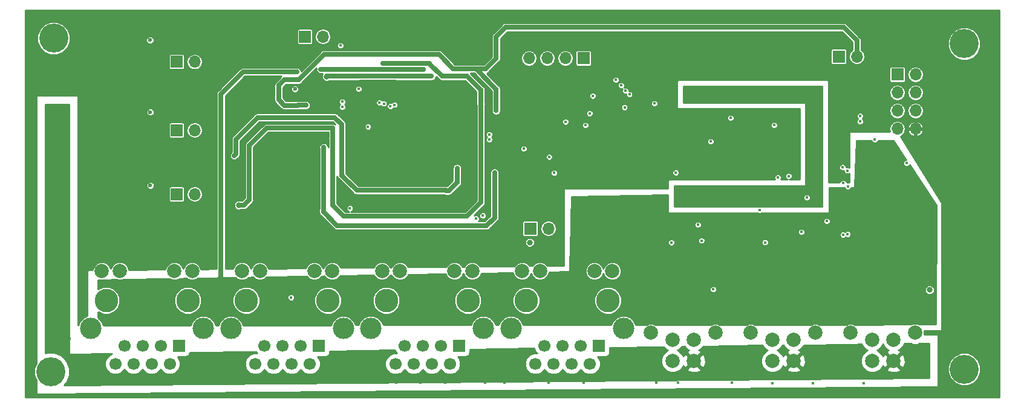
<source format=gbr>
G04 #@! TF.GenerationSoftware,KiCad,Pcbnew,(5.0.2)-1*
G04 #@! TF.CreationDate,2019-03-21T22:25:16+02:00*
G04 #@! TF.ProjectId,AVB switch with Can gateway,41564220-7377-4697-9463-682077697468,v01*
G04 #@! TF.SameCoordinates,Original*
G04 #@! TF.FileFunction,Copper,L3,Inr*
G04 #@! TF.FilePolarity,Positive*
%FSLAX46Y46*%
G04 Gerber Fmt 4.6, Leading zero omitted, Abs format (unit mm)*
G04 Created by KiCad (PCBNEW (5.0.2)-1) date 3/21/2019 10:25:16 PM*
%MOMM*%
%LPD*%
G01*
G04 APERTURE LIST*
G04 #@! TA.AperFunction,ViaPad*
%ADD10O,1.700000X1.700000*%
G04 #@! TD*
G04 #@! TA.AperFunction,ViaPad*
%ADD11R,1.700000X1.700000*%
G04 #@! TD*
G04 #@! TA.AperFunction,ViaPad*
%ADD12C,4.064000*%
G04 #@! TD*
G04 #@! TA.AperFunction,ViaPad*
%ADD13C,3.300000*%
G04 #@! TD*
G04 #@! TA.AperFunction,ViaPad*
%ADD14C,3.000000*%
G04 #@! TD*
G04 #@! TA.AperFunction,ViaPad*
%ADD15C,2.000000*%
G04 #@! TD*
G04 #@! TA.AperFunction,ViaPad*
%ADD16C,1.700000*%
G04 #@! TD*
G04 #@! TA.AperFunction,ViaPad*
%ADD17R,1.800000X1.800000*%
G04 #@! TD*
G04 #@! TA.AperFunction,ViaPad*
%ADD18C,0.450000*%
G04 #@! TD*
G04 #@! TA.AperFunction,ViaPad*
%ADD19C,0.600000*%
G04 #@! TD*
G04 #@! TA.AperFunction,ViaPad*
%ADD20C,0.800000*%
G04 #@! TD*
G04 #@! TA.AperFunction,ViaPad*
%ADD21C,0.500000*%
G04 #@! TD*
G04 #@! TA.AperFunction,Conductor*
%ADD22C,0.700000*%
G04 #@! TD*
G04 #@! TA.AperFunction,Conductor*
%ADD23C,0.254000*%
G04 #@! TD*
G04 APERTURE END LIST*
D10*
G04 #@! TO.N,VDDLS*
G04 #@! TO.C,J13*
X119065000Y-52550000D03*
D11*
X116525000Y-52550000D03*
G04 #@! TD*
G04 #@! TO.N,VDD*
G04 #@! TO.C,J10*
X209220000Y-51830000D03*
D10*
G04 #@! TO.N,+3V3*
X211760000Y-51830000D03*
G04 #@! TD*
G04 #@! TO.N,AVDDL*
G04 #@! TO.C,J11*
X119065000Y-62175000D03*
D11*
X116525000Y-62175000D03*
G04 #@! TD*
G04 #@! TO.N,AVDDH*
G04 #@! TO.C,J14*
X166040000Y-75960000D03*
D10*
X168580000Y-75960000D03*
G04 #@! TD*
G04 #@! TO.N,VDDHS*
G04 #@! TO.C,J15*
X137015000Y-49050000D03*
D11*
X134475000Y-49050000D03*
G04 #@! TD*
D10*
G04 #@! TO.N,DVDDL*
G04 #@! TO.C,J12*
X119065000Y-71150000D03*
D11*
X116525000Y-71150000D03*
G04 #@! TD*
D10*
G04 #@! TO.N,/switch/Data_out_MISO_SPI*
G04 #@! TO.C,J5*
X165862000Y-52070000D03*
G04 #@! TO.N,/switch/Data_in_MOSI_SPI*
X168402000Y-52070000D03*
G04 #@! TO.N,/mcu_stm32/SPI_CS*
X170942000Y-52070000D03*
D11*
G04 #@! TO.N,/switch/SCL_SPI*
X173482000Y-52070000D03*
G04 #@! TD*
D12*
G04 #@! TO.N,N/C*
G04 #@! TO.C,H4*
X226780000Y-50038000D03*
G04 #@! TD*
G04 #@! TO.N,N/C*
G04 #@! TO.C,H3*
X226780000Y-95690000D03*
G04 #@! TD*
G04 #@! TO.N,N/C*
G04 #@! TO.C,H2*
X99314000Y-49276000D03*
G04 #@! TD*
G04 #@! TO.N,N/C*
G04 #@! TO.C,H1*
X98896999Y-96050000D03*
G04 #@! TD*
D13*
G04 #@! TO.N,*
G04 #@! TO.C,J8*
X165485000Y-86050000D03*
X176915000Y-86050000D03*
D14*
X163325000Y-89940000D03*
X179075000Y-89940000D03*
D15*
G04 #@! TO.N,Net-(J8-Pad11)*
X167385000Y-81940000D03*
G04 #@! TO.N,/LED4_0*
X175015000Y-81940000D03*
G04 #@! TO.N,/LED4_1*
X164885000Y-81940000D03*
G04 #@! TO.N,Net-(J8-Pad9)*
X177515000Y-81940000D03*
D16*
G04 #@! TO.N,GNDPWR*
X166755000Y-94940000D03*
D17*
G04 #@! TO.N,/RX4-*
X175645000Y-92400000D03*
D16*
G04 #@! TO.N,/RX4+*
X173105000Y-92400000D03*
G04 #@! TO.N,Net-(C13-Pad1)*
X170565000Y-92400000D03*
G04 #@! TO.N,N/C*
X168025000Y-92400000D03*
G04 #@! TO.N,/TX4+*
X169295000Y-94940000D03*
G04 #@! TO.N,/TX4-*
X171835000Y-94940000D03*
G04 #@! TO.N,Net-(C14-Pad1)*
X174375000Y-94940000D03*
G04 #@! TD*
D13*
G04 #@! TO.N,*
G04 #@! TO.C,J7*
X145881666Y-86050000D03*
X157311666Y-86050000D03*
D14*
X143721666Y-89940000D03*
X159471666Y-89940000D03*
D15*
G04 #@! TO.N,Net-(J7-Pad11)*
X147781666Y-81940000D03*
G04 #@! TO.N,/LED3_0*
X155411666Y-81940000D03*
G04 #@! TO.N,/LED3_1*
X145281666Y-81940000D03*
G04 #@! TO.N,Net-(J7-Pad9)*
X157911666Y-81940000D03*
D16*
G04 #@! TO.N,GNDPWR*
X147151666Y-94940000D03*
D17*
G04 #@! TO.N,/RX3-*
X156041666Y-92400000D03*
D16*
G04 #@! TO.N,/RX3+*
X153501666Y-92400000D03*
G04 #@! TO.N,Net-(C10-Pad1)*
X150961666Y-92400000D03*
G04 #@! TO.N,N/C*
X148421666Y-92400000D03*
G04 #@! TO.N,/TX3+*
X149691666Y-94940000D03*
G04 #@! TO.N,/TX3-*
X152231666Y-94940000D03*
G04 #@! TO.N,Net-(C11-Pad1)*
X154771666Y-94940000D03*
G04 #@! TD*
D11*
G04 #@! TO.N,/mcu_stm32/SYS_JTCK_SWCLK*
G04 #@! TO.C,J9*
X217424000Y-54356000D03*
D10*
G04 #@! TO.N,/mcu_stm32/SYS_JTMSE_SWDIO*
X219964000Y-54356000D03*
G04 #@! TO.N,/mcu_stm32/UART8_RX*
X217424000Y-56896000D03*
G04 #@! TO.N,/mcu_stm32/UART8_TX*
X219964000Y-56896000D03*
G04 #@! TO.N,Net-(J9-Pad5)*
X217424000Y-59436000D03*
G04 #@! TO.N,/mcu_stm32/NRESET*
X219964000Y-59436000D03*
G04 #@! TO.N,/mcu_stm32/3.3v*
X217424000Y-61976000D03*
G04 #@! TO.N,GND*
X219964000Y-61976000D03*
G04 #@! TD*
D13*
G04 #@! TO.N,*
G04 #@! TO.C,J6*
X126278333Y-86050000D03*
X137708333Y-86050000D03*
D14*
X124118333Y-89940000D03*
X139868333Y-89940000D03*
D15*
G04 #@! TO.N,Net-(J6-Pad11)*
X128178333Y-81940000D03*
G04 #@! TO.N,/LED2_0*
X135808333Y-81940000D03*
G04 #@! TO.N,/LED2_1*
X125678333Y-81940000D03*
G04 #@! TO.N,Net-(J6-Pad9)*
X138308333Y-81940000D03*
D16*
G04 #@! TO.N,GNDPWR*
X127548333Y-94940000D03*
D17*
G04 #@! TO.N,/RX2-*
X136438333Y-92400000D03*
D16*
G04 #@! TO.N,/RX2+*
X133898333Y-92400000D03*
G04 #@! TO.N,Net-(C7-Pad1)*
X131358333Y-92400000D03*
G04 #@! TO.N,N/C*
X128818333Y-92400000D03*
G04 #@! TO.N,/TX2+*
X130088333Y-94940000D03*
G04 #@! TO.N,/TX2-*
X132628333Y-94940000D03*
G04 #@! TO.N,Net-(C8-Pad1)*
X135168333Y-94940000D03*
G04 #@! TD*
D13*
G04 #@! TO.N,*
G04 #@! TO.C,J4*
X106675000Y-86050000D03*
X118105000Y-86050000D03*
D14*
X104515000Y-89940000D03*
X120265000Y-89940000D03*
D15*
G04 #@! TO.N,Net-(J4-Pad11)*
X108575000Y-81940000D03*
G04 #@! TO.N,/switch/LED1_0*
X116205000Y-81940000D03*
G04 #@! TO.N,/switch/LED1_1*
X106075000Y-81940000D03*
G04 #@! TO.N,Net-(J4-Pad9)*
X118705000Y-81940000D03*
D16*
G04 #@! TO.N,GNDPWR*
X107945000Y-94940000D03*
D17*
G04 #@! TO.N,/RX1-*
X116835000Y-92400000D03*
D16*
G04 #@! TO.N,/RX1+*
X114295000Y-92400000D03*
G04 #@! TO.N,Net-(C1-Pad1)*
X111755000Y-92400000D03*
G04 #@! TO.N,N/C*
X109215000Y-92400000D03*
G04 #@! TO.N,/TX1+*
X110485000Y-94940000D03*
G04 #@! TO.N,/TX1-*
X113025000Y-94940000D03*
G04 #@! TO.N,Net-(C2-Pad1)*
X115565000Y-94940000D03*
G04 #@! TD*
D15*
G04 #@! TO.N,N/C*
G04 #@! TO.C,J1*
X219892000Y-90590000D03*
X210892000Y-90590000D03*
G04 #@! TO.N,+12V*
X216892000Y-94530000D03*
G04 #@! TO.N,GND*
X213892000Y-94530000D03*
G04 #@! TO.N,/CAN1+*
X216892000Y-91530000D03*
G04 #@! TO.N,/CAN1-*
X213892000Y-91530000D03*
G04 #@! TD*
G04 #@! TO.N,N/C*
G04 #@! TO.C,J2*
X191952000Y-90590000D03*
X182952000Y-90590000D03*
G04 #@! TO.N,+12V*
X188952000Y-94530000D03*
G04 #@! TO.N,GND*
X185952000Y-94530000D03*
G04 #@! TO.N,/CAN2+*
X188952000Y-91530000D03*
G04 #@! TO.N,/CAN2-*
X185952000Y-91530000D03*
G04 #@! TD*
G04 #@! TO.N,N/C*
G04 #@! TO.C,J3*
X205922000Y-90590000D03*
X196922000Y-90590000D03*
G04 #@! TO.N,+12V*
X202922000Y-94530000D03*
G04 #@! TO.N,GND*
X199922000Y-94530000D03*
G04 #@! TO.N,/CAN3+*
X202922000Y-91530000D03*
G04 #@! TO.N,/CAN3-*
X199922000Y-91530000D03*
G04 #@! TD*
D18*
G04 #@! TO.N,GND*
X153340000Y-68340000D03*
X150800000Y-68340000D03*
X148260000Y-68340000D03*
X145720000Y-68340000D03*
X145720000Y-67070000D03*
X148260000Y-67070000D03*
X150800000Y-67070000D03*
X153340000Y-67070000D03*
X153340000Y-65800000D03*
X150800000Y-65800000D03*
X148260000Y-65800000D03*
X145720000Y-65800000D03*
X145720000Y-64530000D03*
X148260000Y-64530000D03*
X150800000Y-64530000D03*
X153340000Y-64530000D03*
X153340000Y-63260000D03*
X150800000Y-63260000D03*
X148260000Y-63260000D03*
X145720000Y-63260000D03*
X145720000Y-61990000D03*
X148260000Y-61990000D03*
X150800000Y-61990000D03*
X153340000Y-61990000D03*
X153340000Y-60720000D03*
X150800000Y-60720000D03*
X148260000Y-60720000D03*
X145720000Y-60720000D03*
X165090000Y-73300000D03*
D19*
X133096000Y-57912000D03*
D18*
X149700000Y-55470000D03*
X150920000Y-55480000D03*
X151710000Y-55480000D03*
X140470000Y-62310000D03*
X140470000Y-63120000D03*
X193039994Y-60452000D03*
X198882000Y-59690000D03*
X197866000Y-54356000D03*
X193040000Y-54102000D03*
X209296000Y-58674000D03*
X207518000Y-74930000D03*
X203962000Y-76454000D03*
X189484000Y-75438000D03*
X181864000Y-69342000D03*
X204724000Y-71628000D03*
X198882000Y-49530000D03*
X182118000Y-56896000D03*
X124460000Y-71120000D03*
X124714000Y-67564000D03*
X101600000Y-56388000D03*
X104140000Y-60706000D03*
X104140000Y-67564000D03*
X104140000Y-69342000D03*
X104140000Y-75692000D03*
X218694000Y-66802000D03*
X224028000Y-66802000D03*
X223266000Y-65024000D03*
X134366000Y-59665000D03*
X164338000Y-66040000D03*
X143140000Y-68660000D03*
X154224124Y-55354124D03*
X136010000Y-57390000D03*
X132560000Y-85630000D03*
X226070000Y-62170000D03*
D19*
X121475000Y-68150000D03*
X121575000Y-59075000D03*
X121675000Y-49325000D03*
D18*
X134671000Y-73801000D03*
X132258000Y-73801000D03*
X129337000Y-73928000D03*
X128575000Y-75198000D03*
X124003000Y-75198000D03*
X114478000Y-76341000D03*
X110541000Y-76849000D03*
X104826000Y-76976000D03*
X104699000Y-66562000D03*
X110414000Y-66435000D03*
X113208000Y-66816000D03*
X113208000Y-60847000D03*
X112827000Y-64149000D03*
X113208000Y-57926000D03*
X112700000Y-56402000D03*
X113208000Y-53862000D03*
X113335000Y-50687000D03*
X97968000Y-55005000D03*
X102286000Y-47004000D03*
X102413000Y-51068000D03*
X101270000Y-54116000D03*
X104318000Y-59196000D03*
X104445000Y-64911000D03*
X104064000Y-78881000D03*
X123622000Y-49163000D03*
X125781000Y-49290000D03*
X128448000Y-49417000D03*
X130353000Y-49290000D03*
X124130000Y-47131000D03*
X127940000Y-47258000D03*
X132258000Y-46623000D03*
X135687000Y-46369000D03*
X141910000Y-46750000D03*
X144450000Y-46750000D03*
X146990000Y-46750000D03*
X149530000Y-46750000D03*
X152070000Y-46750000D03*
X154610000Y-46750000D03*
X157150000Y-46750000D03*
X159690000Y-46750000D03*
X163500000Y-46750000D03*
X166040000Y-46750000D03*
X168580000Y-46750000D03*
X171120000Y-46750000D03*
X173660000Y-46750000D03*
X176200000Y-46750000D03*
X178740000Y-46750000D03*
X182550000Y-46750000D03*
X185090000Y-46750000D03*
X187630000Y-46750000D03*
X191440000Y-46750000D03*
X195250000Y-46750000D03*
X199060000Y-46750000D03*
X202870000Y-46750000D03*
X206680000Y-46750000D03*
X211760000Y-46750000D03*
X215570000Y-46750000D03*
X218110000Y-46750000D03*
X221920000Y-46750000D03*
X188900000Y-49290000D03*
X191440000Y-49290000D03*
X193980000Y-49290000D03*
X196520000Y-49290000D03*
X191440000Y-50560000D03*
X193980000Y-50560000D03*
X202870000Y-51830000D03*
X205410000Y-51830000D03*
X154610000Y-77230000D03*
X149870000Y-77630000D03*
X142800000Y-80150000D03*
X158650000Y-77610000D03*
X161950000Y-80250000D03*
X166360000Y-55860000D03*
X161730000Y-54710000D03*
X170210000Y-56780000D03*
X174580000Y-64560000D03*
X176020000Y-65430000D03*
X181210000Y-64990000D03*
X179240000Y-63940000D03*
X181740000Y-63650000D03*
X183470000Y-65380000D03*
X170780000Y-64510000D03*
X171930000Y-63600000D03*
X167510000Y-63310000D03*
X164910000Y-63310000D03*
X167650000Y-59270000D03*
X170490000Y-59270000D03*
X172820000Y-56630000D03*
X184650000Y-62820000D03*
X185270000Y-64600000D03*
X182360000Y-67430000D03*
X178290000Y-67600000D03*
X173400000Y-67550000D03*
X166980000Y-67710000D03*
X165010000Y-67790000D03*
X164960000Y-71160000D03*
X166420000Y-73180000D03*
X166440000Y-71910000D03*
X165120000Y-72050000D03*
G04 #@! TO.N,Net-(C4-Pad1)*
X139446000Y-50292000D03*
X141986000Y-56388000D03*
G04 #@! TO.N,+3V3*
X177984000Y-47824000D03*
X182424000Y-47824000D03*
X155260000Y-53560000D03*
X161270000Y-59430000D03*
X134620000Y-58674000D03*
X158420000Y-53560000D03*
X139700000Y-58928000D03*
X214270000Y-63500000D03*
D20*
G04 #@! TO.N,+12V*
X221920000Y-84580000D03*
D18*
X99930000Y-58990000D03*
X100960000Y-64820000D03*
X99930000Y-64800000D03*
X98850000Y-64280000D03*
X99930000Y-66390000D03*
X99930000Y-68640000D03*
X99930000Y-70820000D03*
X99930000Y-73050000D03*
X99930000Y-79820000D03*
X99930000Y-83460000D03*
X99930000Y-85710000D03*
X99930000Y-88000000D03*
X99930000Y-89780000D03*
X107750000Y-97600000D03*
X110470000Y-97600000D03*
X104090000Y-93940000D03*
X101530000Y-91380000D03*
X114030000Y-97600000D03*
X117040000Y-97600000D03*
X121010000Y-97600000D03*
X123020000Y-97600000D03*
X127300000Y-97600000D03*
X130730000Y-97600000D03*
X134420000Y-97600000D03*
X139680000Y-97600000D03*
X142900000Y-97600000D03*
X147260000Y-97600000D03*
X150640000Y-97600000D03*
X154120000Y-97600000D03*
X159730000Y-97600000D03*
X162400000Y-97600000D03*
X168580000Y-97600000D03*
X173510000Y-97600000D03*
X186720000Y-97600000D03*
X183650000Y-97600000D03*
X194240000Y-97600000D03*
X199952000Y-97700000D03*
X205580000Y-97700000D03*
X212700000Y-97700000D03*
X220480000Y-95890000D03*
G04 #@! TO.N,/mcu_stm32/UART8_TX*
X212210004Y-60150002D03*
G04 #@! TO.N,/mcu_stm32/UART8_RX*
X212190002Y-60960000D03*
G04 #@! TO.N,/mcu_stm32/SYS_JTMSE_SWDIO*
X200700000Y-68790001D03*
G04 #@! TO.N,/mcu_stm32/SYS_JTCK_SWCLK*
X202190000Y-68600000D03*
G04 #@! TO.N,/switch/Data_in_MOSI_SPI*
X179230002Y-58950000D03*
X191262000Y-63754000D03*
X139700004Y-58166000D03*
G04 #@! TO.N,Net-(R6-Pad1)*
X191650000Y-84500000D03*
G04 #@! TO.N,/mcu_stm32/CAN2_TX*
X210441158Y-76743141D03*
X210400000Y-67825000D03*
X210482713Y-70038030D03*
X190000000Y-77650000D03*
G04 #@! TO.N,/mcu_stm32/CAN2_RX*
X209800000Y-76850000D03*
X209758567Y-67391429D03*
X209825000Y-69600000D03*
X185780000Y-77919994D03*
G04 #@! TO.N,/mcu_stm32/CAN3_RX*
X198150000Y-73400000D03*
X198900000Y-77899990D03*
G04 #@! TO.N,/mcu_stm32/SPI_CS*
X183388000Y-58420000D03*
G04 #@! TO.N,/mcu_stm32/ETH_TX_EN*
X169380000Y-68160000D03*
X186400000Y-68130000D03*
G04 #@! TO.N,/mcu_stm32/ETH_RX_DV*
X174779998Y-57340000D03*
X170980000Y-60980000D03*
G04 #@! TO.N,/mcu_stm32/ETH_COL*
X168678206Y-65911794D03*
X179910002Y-57150000D03*
G04 #@! TO.N,/mcu_stm32/ETH_RX_CLK*
X179324000Y-56642000D03*
X173736000Y-61468000D03*
G04 #@! TO.N,/mcu_stm32/ETH_CRS*
X174343960Y-59801926D03*
X178730000Y-55880000D03*
G04 #@! TO.N,/mcu_stm32/ETH_TX_CLK*
X165100000Y-64770000D03*
X178032000Y-55118000D03*
G04 #@! TO.N,/mcu_stm32/ETH_TXD2*
X160274000Y-62750000D03*
X194056000Y-60452000D03*
G04 #@! TO.N,/mcu_stm32/ETH_TXD3*
X160274000Y-63500000D03*
X200152000Y-61468000D03*
G04 #@! TO.N,/switch/LED1_0*
X143324979Y-61650000D03*
G04 #@! TO.N,/switch/LED1_1*
X140790000Y-73110000D03*
G04 #@! TO.N,/LED4_0*
X159399999Y-74150000D03*
G04 #@! TO.N,/LED4_1*
X158430002Y-74570000D03*
G04 #@! TO.N,/LED3_0*
X147050000Y-58600000D03*
G04 #@! TO.N,/LED3_1*
X146450000Y-58810000D03*
G04 #@! TO.N,/LED2_0*
X145537380Y-58427476D03*
G04 #@! TO.N,/LED2_1*
X144900000Y-58300000D03*
D19*
G04 #@! TO.N,/power_1.2v*
X112850000Y-69925000D03*
X112850000Y-59625000D03*
X112825000Y-49525000D03*
D18*
G04 #@! TO.N,AVDDL*
X154280000Y-70690000D03*
X155800021Y-67510000D03*
X155800021Y-69490000D03*
X144770000Y-70610000D03*
X148480000Y-70610000D03*
X150580000Y-70600000D03*
X139630004Y-66040000D03*
X139690002Y-67520002D03*
X124600000Y-65716400D03*
X139700000Y-68580000D03*
G04 #@! TO.N,VDDLS*
X152220000Y-54600000D03*
X147220002Y-54580000D03*
X142000000Y-54590000D03*
D20*
X137520000Y-54630000D03*
D18*
G04 #@! TO.N,DVDDL*
X159120000Y-61350000D03*
D19*
X159120000Y-65920000D03*
D18*
X147010000Y-74220000D03*
X152045000Y-74220000D03*
X138380000Y-61850000D03*
X138379998Y-63280000D03*
X153700000Y-54600000D03*
X156130000Y-54570000D03*
X145430000Y-52760000D03*
D20*
X125240000Y-72680000D03*
D19*
G04 #@! TO.N,VDDHS*
X133096000Y-56388000D03*
D18*
X143530000Y-53610000D03*
X150610000Y-53600000D03*
X148890000Y-53610000D03*
D19*
X136720000Y-53610000D03*
D18*
G04 #@! TO.N,AVDDH*
X161030000Y-74440000D03*
X161030000Y-68110000D03*
X137100000Y-64570000D03*
X137120000Y-71830000D03*
X145940000Y-75550000D03*
X151560000Y-75580000D03*
X137160000Y-68326008D03*
D20*
X165975000Y-77900000D03*
D18*
G04 #@! TO.N,power_3.3v*
X213040000Y-77090000D03*
D20*
X219480000Y-75930000D03*
D19*
X175260000Y-72136000D03*
X133350000Y-53975000D03*
D20*
X180594000Y-84074000D03*
X169672000Y-84074000D03*
X160528000Y-84582000D03*
X141224000Y-84328000D03*
X129286000Y-84582000D03*
X121666000Y-84582000D03*
X110236000Y-84836000D03*
X200406000Y-75184000D03*
X186690000Y-75184000D03*
X195326000Y-85090000D03*
X205994000Y-85344000D03*
X209550000Y-85344000D03*
X197104000Y-86868000D03*
X208026000Y-86614000D03*
D18*
X151620000Y-83540000D03*
D19*
X122750000Y-84675002D03*
D18*
X191440000Y-74690000D03*
X193980000Y-74690000D03*
X196520000Y-74690000D03*
X174930000Y-75960000D03*
X174930000Y-77230000D03*
X162210000Y-84020000D03*
X173660000Y-75980000D03*
X173710000Y-77280000D03*
X180470000Y-75630000D03*
X178400000Y-77590000D03*
X183110000Y-76090000D03*
X180320000Y-73290000D03*
D21*
G04 #@! TO.N,VDD*
X192730000Y-57350000D03*
X197200000Y-57500000D03*
D18*
X206020000Y-56750000D03*
D21*
X189992000Y-57912000D03*
D19*
X187960000Y-71120000D03*
X204470000Y-70485000D03*
D18*
X199760000Y-57290000D03*
G04 #@! TD*
D22*
G04 #@! TO.N,+3V3*
X158420000Y-53560000D02*
X158450000Y-53590000D01*
X155260000Y-53560000D02*
X158420000Y-53560000D01*
X161270000Y-56410000D02*
X161270000Y-59430000D01*
X158450000Y-53590000D02*
X161270000Y-56410000D01*
X153262000Y-51562000D02*
X155260000Y-53560000D01*
X137160000Y-51562000D02*
X153262000Y-51562000D01*
X131572000Y-55118000D02*
X133604000Y-55118000D01*
X133518002Y-58674000D02*
X133480001Y-58712001D01*
X134620000Y-58674000D02*
X133518002Y-58674000D01*
X133480001Y-58712001D02*
X131610001Y-58712001D01*
X131610001Y-58712001D02*
X130810000Y-57912000D01*
X130810000Y-57912000D02*
X130810000Y-55880000D01*
X130810000Y-55880000D02*
X131572000Y-55118000D01*
X133604000Y-55118000D02*
X137160000Y-51562000D01*
X211760000Y-49610000D02*
X211760000Y-51830000D01*
X207684000Y-47750000D02*
X209900000Y-47750000D01*
X159770000Y-53590000D02*
X161270000Y-52090000D01*
X158450000Y-53590000D02*
X159770000Y-53590000D01*
X161270000Y-52090000D02*
X161270000Y-49042000D01*
X161270000Y-49042000D02*
X162560000Y-47752000D01*
X162560000Y-47752000D02*
X207682000Y-47752000D01*
X209900000Y-47750000D02*
X211760000Y-49610000D01*
X207682000Y-47752000D02*
X207684000Y-47750000D01*
G04 #@! TO.N,AVDDL*
X155800021Y-67510000D02*
X155800021Y-69490000D01*
X154280000Y-70690000D02*
X154600021Y-70690000D01*
X155575022Y-69714999D02*
X155800021Y-69490000D01*
X154600021Y-70690000D02*
X155575022Y-69714999D01*
X154190000Y-70600000D02*
X154280000Y-70690000D01*
X150580000Y-70600000D02*
X154190000Y-70600000D01*
X148490000Y-70600000D02*
X150440000Y-70600000D01*
X148480000Y-70610000D02*
X148490000Y-70600000D01*
X144770000Y-70610000D02*
X148480000Y-70610000D01*
X124824999Y-65491401D02*
X124600000Y-65716400D01*
X124824999Y-63425001D02*
X124824999Y-65491401D01*
X127860000Y-60390000D02*
X124824999Y-63425001D01*
X138670008Y-60390000D02*
X127860000Y-60390000D01*
X139630004Y-66040000D02*
X139630004Y-61349996D01*
X139630004Y-61349996D02*
X138670008Y-60390000D01*
X139630004Y-66040000D02*
X139630004Y-68510004D01*
X139630004Y-68510004D02*
X139700000Y-68580000D01*
X141730000Y-70610000D02*
X139924999Y-68804999D01*
X144770000Y-70610000D02*
X141730000Y-70610000D01*
X139924999Y-68804999D02*
X139700000Y-68580000D01*
G04 #@! TO.N,VDDLS*
X152220000Y-54600000D02*
X147240002Y-54600000D01*
X147240002Y-54600000D02*
X147220002Y-54580000D01*
X142010000Y-54580000D02*
X142000000Y-54590000D01*
X147220002Y-54580000D02*
X142010000Y-54580000D01*
X142000000Y-54590000D02*
X137560000Y-54590000D01*
X137560000Y-54590000D02*
X137520000Y-54630000D01*
G04 #@! TO.N,DVDDL*
X159120000Y-65920000D02*
X159120000Y-61350000D01*
X159120000Y-72300000D02*
X159120000Y-65920000D01*
X157200000Y-74220000D02*
X159120000Y-72300000D01*
X147010000Y-74220000D02*
X157200000Y-74220000D01*
X147010000Y-74220000D02*
X139920000Y-74220000D01*
X138380000Y-61850000D02*
X138380000Y-63279998D01*
X138380000Y-63279998D02*
X138379998Y-63280000D01*
X138379998Y-72679998D02*
X138379998Y-63598198D01*
X138379998Y-63598198D02*
X138379998Y-63280000D01*
X139920000Y-74220000D02*
X138379998Y-72679998D01*
X159120000Y-58480000D02*
X159120000Y-61350000D01*
X159084997Y-58444997D02*
X159120000Y-58480000D01*
X159084997Y-56484997D02*
X159084997Y-58444997D01*
X153700000Y-54600000D02*
X157200000Y-54600000D01*
X157200000Y-54600000D02*
X159084997Y-56484997D01*
X151960000Y-52770000D02*
X145440000Y-52770000D01*
X151960000Y-52860000D02*
X151960000Y-52770000D01*
X153700000Y-54600000D02*
X151960000Y-52860000D01*
X145440000Y-52770000D02*
X145430000Y-52760000D01*
X125950000Y-72680000D02*
X125240000Y-72680000D01*
X126700000Y-71930000D02*
X125950000Y-72680000D01*
X126700000Y-64320000D02*
X126700000Y-71930000D01*
X138380000Y-61850000D02*
X129170000Y-61850000D01*
X129170000Y-61850000D02*
X126700000Y-64320000D01*
G04 #@! TO.N,VDDHS*
X145137905Y-53670000D02*
X151110000Y-53670000D01*
X143530000Y-53610000D02*
X143590000Y-53670000D01*
X143590000Y-53670000D02*
X145137905Y-53670000D01*
X136890000Y-53610000D02*
X136720000Y-53610000D01*
X143530000Y-53610000D02*
X136720000Y-53610000D01*
G04 #@! TO.N,AVDDH*
X161030000Y-74440000D02*
X161030000Y-68110000D01*
X137120000Y-64590000D02*
X137100000Y-64570000D01*
X137120000Y-71830000D02*
X137120000Y-64590000D01*
X137090000Y-73658198D02*
X137090000Y-73340000D01*
X138981802Y-75550000D02*
X137090000Y-73658198D01*
X161030000Y-74440000D02*
X159920000Y-75550000D01*
X159920000Y-75550000D02*
X138981802Y-75550000D01*
X137120000Y-73430000D02*
X137120000Y-71830000D01*
X137130000Y-73440000D02*
X137120000Y-73430000D01*
G04 #@! TO.N,power_3.3v*
X122750000Y-84250738D02*
X122750000Y-84675002D01*
X122750000Y-57075000D02*
X122750000Y-84250738D01*
X125850000Y-53975000D02*
X122750000Y-57075000D01*
X133350000Y-53975000D02*
X125850000Y-53975000D01*
G04 #@! TD*
D23*
G04 #@! TO.N,VDD*
G36*
X206883000Y-72898000D02*
X186182000Y-72898000D01*
X186182000Y-71528146D01*
X204222000Y-71528146D01*
X204222000Y-71727854D01*
X204298425Y-71912360D01*
X204439640Y-72053575D01*
X204624146Y-72130000D01*
X204823854Y-72130000D01*
X205008360Y-72053575D01*
X205149575Y-71912360D01*
X205226000Y-71727854D01*
X205226000Y-71528146D01*
X205149575Y-71343640D01*
X205008360Y-71202425D01*
X204823854Y-71126000D01*
X204624146Y-71126000D01*
X204439640Y-71202425D01*
X204298425Y-71343640D01*
X204222000Y-71528146D01*
X186182000Y-71528146D01*
X186182000Y-69977000D01*
X204470000Y-69977000D01*
X204518601Y-69967333D01*
X204559803Y-69939803D01*
X204587333Y-69898601D01*
X204597000Y-69850000D01*
X204597000Y-58420000D01*
X204587333Y-58371399D01*
X204559803Y-58330197D01*
X204518601Y-58302667D01*
X204470000Y-58293000D01*
X187452000Y-58293000D01*
X187452000Y-56007000D01*
X206883000Y-56007000D01*
X206883000Y-72898000D01*
X206883000Y-72898000D01*
G37*
X206883000Y-72898000D02*
X186182000Y-72898000D01*
X186182000Y-71528146D01*
X204222000Y-71528146D01*
X204222000Y-71727854D01*
X204298425Y-71912360D01*
X204439640Y-72053575D01*
X204624146Y-72130000D01*
X204823854Y-72130000D01*
X205008360Y-72053575D01*
X205149575Y-71912360D01*
X205226000Y-71727854D01*
X205226000Y-71528146D01*
X205149575Y-71343640D01*
X205008360Y-71202425D01*
X204823854Y-71126000D01*
X204624146Y-71126000D01*
X204439640Y-71202425D01*
X204298425Y-71343640D01*
X204222000Y-71528146D01*
X186182000Y-71528146D01*
X186182000Y-69977000D01*
X204470000Y-69977000D01*
X204518601Y-69967333D01*
X204559803Y-69939803D01*
X204587333Y-69898601D01*
X204597000Y-69850000D01*
X204597000Y-58420000D01*
X204587333Y-58371399D01*
X204559803Y-58330197D01*
X204518601Y-58302667D01*
X204470000Y-58293000D01*
X187452000Y-58293000D01*
X187452000Y-56007000D01*
X206883000Y-56007000D01*
X206883000Y-72898000D01*
G04 #@! TO.N,GND*
G36*
X231648001Y-99648000D02*
X95352000Y-99648000D01*
X95352000Y-99318692D01*
X103134383Y-99318692D01*
X103151098Y-99365341D01*
X103184393Y-99402042D01*
X103229198Y-99423208D01*
X103296499Y-99421642D01*
X103396246Y-99391713D01*
X103440018Y-99368486D01*
X103471570Y-99330277D01*
X103486097Y-99282901D01*
X103481389Y-99233572D01*
X103458162Y-99189800D01*
X103419953Y-99158248D01*
X103359928Y-99143071D01*
X103310181Y-99143000D01*
X103244659Y-99161098D01*
X103194659Y-99191098D01*
X103157958Y-99224393D01*
X103136792Y-99269198D01*
X103134383Y-99318692D01*
X95352000Y-99318692D01*
X95352000Y-95590711D01*
X96587999Y-95590711D01*
X96587999Y-96509289D01*
X96901000Y-97264940D01*
X96901000Y-99060000D01*
X96910667Y-99108601D01*
X96938197Y-99149803D01*
X96979399Y-99177333D01*
X97029024Y-99186996D01*
X223013024Y-98170996D01*
X223061545Y-98160937D01*
X223102524Y-98133075D01*
X223129721Y-98091653D01*
X223139000Y-98044000D01*
X223139000Y-95230711D01*
X224471000Y-95230711D01*
X224471000Y-96149289D01*
X224822524Y-96997943D01*
X225472057Y-97647476D01*
X226320711Y-97999000D01*
X227239289Y-97999000D01*
X228087943Y-97647476D01*
X228737476Y-96997943D01*
X229089000Y-96149289D01*
X229089000Y-95230711D01*
X228737476Y-94382057D01*
X228087943Y-93732524D01*
X227239289Y-93381000D01*
X226320711Y-93381000D01*
X225472057Y-93732524D01*
X224822524Y-94382057D01*
X224471000Y-95230711D01*
X223139000Y-95230711D01*
X223139000Y-90932000D01*
X223129333Y-90883399D01*
X223101803Y-90842197D01*
X223060601Y-90814667D01*
X223010393Y-90805010D01*
X221169000Y-90828319D01*
X221169000Y-90335989D01*
X221158055Y-90309565D01*
X223520676Y-90296998D01*
X223569224Y-90287073D01*
X223610279Y-90259324D01*
X223637590Y-90217976D01*
X223647000Y-90170000D01*
X223647000Y-72390000D01*
X223628161Y-72323440D01*
X217899215Y-63013903D01*
X218236522Y-62788522D01*
X218485611Y-62415733D01*
X218513283Y-62276615D01*
X218877833Y-62276615D01*
X218983387Y-62531477D01*
X219270603Y-62864458D01*
X219663383Y-63062180D01*
X219837000Y-63026584D01*
X219837000Y-62103000D01*
X220091000Y-62103000D01*
X220091000Y-63026584D01*
X220264617Y-63062180D01*
X220657397Y-62864458D01*
X220944613Y-62531477D01*
X221050167Y-62276615D01*
X221014098Y-62103000D01*
X220091000Y-62103000D01*
X219837000Y-62103000D01*
X218913902Y-62103000D01*
X218877833Y-62276615D01*
X218513283Y-62276615D01*
X218573079Y-61976000D01*
X218513284Y-61675385D01*
X218877833Y-61675385D01*
X218913902Y-61849000D01*
X219837000Y-61849000D01*
X219837000Y-60925416D01*
X220091000Y-60925416D01*
X220091000Y-61849000D01*
X221014098Y-61849000D01*
X221050167Y-61675385D01*
X220944613Y-61420523D01*
X220657397Y-61087542D01*
X220264617Y-60889820D01*
X220091000Y-60925416D01*
X219837000Y-60925416D01*
X219663383Y-60889820D01*
X219270603Y-61087542D01*
X218983387Y-61420523D01*
X218877833Y-61675385D01*
X218513284Y-61675385D01*
X218485611Y-61536267D01*
X218236522Y-61163478D01*
X217863733Y-60914389D01*
X217534999Y-60849000D01*
X217313001Y-60849000D01*
X216984267Y-60914389D01*
X216611478Y-61163478D01*
X216362389Y-61536267D01*
X216274921Y-61976000D01*
X216350706Y-62357000D01*
X210820000Y-62357000D01*
X210771399Y-62366667D01*
X210730197Y-62394197D01*
X210702667Y-62435399D01*
X210693000Y-62484000D01*
X210693000Y-67408065D01*
X210684360Y-67399425D01*
X210499854Y-67323000D01*
X210300146Y-67323000D01*
X210260567Y-67339394D01*
X210260567Y-67291575D01*
X210184142Y-67107069D01*
X210042927Y-66965854D01*
X209858421Y-66889429D01*
X209658713Y-66889429D01*
X209474207Y-66965854D01*
X209332992Y-67107069D01*
X209256567Y-67291575D01*
X209256567Y-67491283D01*
X209332992Y-67675789D01*
X209474207Y-67817004D01*
X209658713Y-67893429D01*
X209858421Y-67893429D01*
X209898000Y-67877035D01*
X209898000Y-67924854D01*
X209974425Y-68109360D01*
X210115640Y-68250575D01*
X210300146Y-68327000D01*
X210499854Y-68327000D01*
X210684360Y-68250575D01*
X210693000Y-68241935D01*
X210693000Y-69470728D01*
X210316948Y-69475879D01*
X210250575Y-69315640D01*
X210109360Y-69174425D01*
X209924854Y-69098000D01*
X209725146Y-69098000D01*
X209540640Y-69174425D01*
X209399425Y-69315640D01*
X209327437Y-69489434D01*
X207772000Y-69510741D01*
X207772000Y-60860146D01*
X211688002Y-60860146D01*
X211688002Y-61059854D01*
X211764427Y-61244360D01*
X211905642Y-61385575D01*
X212090148Y-61462000D01*
X212289856Y-61462000D01*
X212474362Y-61385575D01*
X212615577Y-61244360D01*
X212692002Y-61059854D01*
X212692002Y-60860146D01*
X212615577Y-60675640D01*
X212504939Y-60565002D01*
X212635579Y-60434362D01*
X212712004Y-60249856D01*
X212712004Y-60050148D01*
X212635579Y-59865642D01*
X212494364Y-59724427D01*
X212309858Y-59648002D01*
X212110150Y-59648002D01*
X211925644Y-59724427D01*
X211784429Y-59865642D01*
X211708004Y-60050148D01*
X211708004Y-60249856D01*
X211784429Y-60434362D01*
X211895067Y-60545000D01*
X211764427Y-60675640D01*
X211688002Y-60860146D01*
X207772000Y-60860146D01*
X207772000Y-59436000D01*
X216274921Y-59436000D01*
X216362389Y-59875733D01*
X216611478Y-60248522D01*
X216984267Y-60497611D01*
X217313001Y-60563000D01*
X217534999Y-60563000D01*
X217863733Y-60497611D01*
X218236522Y-60248522D01*
X218485611Y-59875733D01*
X218573079Y-59436000D01*
X218814921Y-59436000D01*
X218902389Y-59875733D01*
X219151478Y-60248522D01*
X219524267Y-60497611D01*
X219853001Y-60563000D01*
X220074999Y-60563000D01*
X220403733Y-60497611D01*
X220776522Y-60248522D01*
X221025611Y-59875733D01*
X221113079Y-59436000D01*
X221025611Y-58996267D01*
X220776522Y-58623478D01*
X220403733Y-58374389D01*
X220074999Y-58309000D01*
X219853001Y-58309000D01*
X219524267Y-58374389D01*
X219151478Y-58623478D01*
X218902389Y-58996267D01*
X218814921Y-59436000D01*
X218573079Y-59436000D01*
X218485611Y-58996267D01*
X218236522Y-58623478D01*
X217863733Y-58374389D01*
X217534999Y-58309000D01*
X217313001Y-58309000D01*
X216984267Y-58374389D01*
X216611478Y-58623478D01*
X216362389Y-58996267D01*
X216274921Y-59436000D01*
X207772000Y-59436000D01*
X207772000Y-56896000D01*
X216274921Y-56896000D01*
X216362389Y-57335733D01*
X216611478Y-57708522D01*
X216984267Y-57957611D01*
X217313001Y-58023000D01*
X217534999Y-58023000D01*
X217863733Y-57957611D01*
X218236522Y-57708522D01*
X218485611Y-57335733D01*
X218573079Y-56896000D01*
X218814921Y-56896000D01*
X218902389Y-57335733D01*
X219151478Y-57708522D01*
X219524267Y-57957611D01*
X219853001Y-58023000D01*
X220074999Y-58023000D01*
X220403733Y-57957611D01*
X220776522Y-57708522D01*
X221025611Y-57335733D01*
X221113079Y-56896000D01*
X221025611Y-56456267D01*
X220776522Y-56083478D01*
X220403733Y-55834389D01*
X220074999Y-55769000D01*
X219853001Y-55769000D01*
X219524267Y-55834389D01*
X219151478Y-56083478D01*
X218902389Y-56456267D01*
X218814921Y-56896000D01*
X218573079Y-56896000D01*
X218485611Y-56456267D01*
X218236522Y-56083478D01*
X217863733Y-55834389D01*
X217534999Y-55769000D01*
X217313001Y-55769000D01*
X216984267Y-55834389D01*
X216611478Y-56083478D01*
X216362389Y-56456267D01*
X216274921Y-56896000D01*
X207772000Y-56896000D01*
X207772000Y-55245000D01*
X207762333Y-55196399D01*
X207734803Y-55155197D01*
X207693601Y-55127667D01*
X207645000Y-55118000D01*
X186690000Y-55118000D01*
X186641399Y-55127667D01*
X186600197Y-55155197D01*
X186572667Y-55196399D01*
X186563000Y-55245000D01*
X186563000Y-59055000D01*
X186572667Y-59103601D01*
X186600197Y-59144803D01*
X186641399Y-59172333D01*
X186690000Y-59182000D01*
X203708000Y-59182000D01*
X203708000Y-69088000D01*
X202323653Y-69088000D01*
X202474360Y-69025575D01*
X202615575Y-68884360D01*
X202692000Y-68699854D01*
X202692000Y-68500146D01*
X202615575Y-68315640D01*
X202474360Y-68174425D01*
X202289854Y-68098000D01*
X202090146Y-68098000D01*
X201905640Y-68174425D01*
X201764425Y-68315640D01*
X201688000Y-68500146D01*
X201688000Y-68699854D01*
X201764425Y-68884360D01*
X201905640Y-69025575D01*
X202056347Y-69088000D01*
X201111936Y-69088000D01*
X201125575Y-69074361D01*
X201202000Y-68889855D01*
X201202000Y-68690147D01*
X201125575Y-68505641D01*
X200984360Y-68364426D01*
X200799854Y-68288001D01*
X200600146Y-68288001D01*
X200415640Y-68364426D01*
X200274425Y-68505641D01*
X200198000Y-68690147D01*
X200198000Y-68889855D01*
X200274425Y-69074361D01*
X200288064Y-69088000D01*
X185420000Y-69088000D01*
X185371399Y-69097667D01*
X185330197Y-69125197D01*
X185302667Y-69166399D01*
X185293000Y-69215000D01*
X185293000Y-70358000D01*
X170815000Y-70358000D01*
X170766399Y-70367667D01*
X170725197Y-70395197D01*
X170697667Y-70436399D01*
X170688000Y-70485000D01*
X170688000Y-81154204D01*
X168426690Y-81175740D01*
X168108362Y-80857412D01*
X167639011Y-80663000D01*
X167130989Y-80663000D01*
X166661638Y-80857412D01*
X166323277Y-81195773D01*
X165950275Y-81199325D01*
X165608362Y-80857412D01*
X165139011Y-80663000D01*
X164630989Y-80663000D01*
X164161638Y-80857412D01*
X163802412Y-81216638D01*
X163801105Y-81219793D01*
X159014444Y-81265381D01*
X158994254Y-81216638D01*
X158635028Y-80857412D01*
X158165677Y-80663000D01*
X157657655Y-80663000D01*
X157188304Y-80857412D01*
X156829078Y-81216638D01*
X156800153Y-81286469D01*
X156524267Y-81289097D01*
X156494254Y-81216638D01*
X156135028Y-80857412D01*
X155665677Y-80663000D01*
X155157655Y-80663000D01*
X154688304Y-80857412D01*
X154329078Y-81216638D01*
X154290252Y-81310373D01*
X148924249Y-81361478D01*
X148864254Y-81216638D01*
X148505028Y-80857412D01*
X148035677Y-80663000D01*
X147527655Y-80663000D01*
X147058304Y-80857412D01*
X146699078Y-81216638D01*
X146630033Y-81383328D01*
X146434072Y-81385194D01*
X146364254Y-81216638D01*
X146005028Y-80857412D01*
X145535677Y-80663000D01*
X145027655Y-80663000D01*
X144558304Y-80857412D01*
X144199078Y-81216638D01*
X144120131Y-81407231D01*
X139488140Y-81451346D01*
X139390921Y-81216638D01*
X139031695Y-80857412D01*
X138562344Y-80663000D01*
X138054322Y-80663000D01*
X137584971Y-80857412D01*
X137225745Y-81216638D01*
X137119180Y-81473907D01*
X136997964Y-81475061D01*
X136890921Y-81216638D01*
X136531695Y-80857412D01*
X136062344Y-80663000D01*
X135554322Y-80663000D01*
X135084971Y-80857412D01*
X134725745Y-81216638D01*
X134609279Y-81497811D01*
X129397945Y-81547443D01*
X129260921Y-81216638D01*
X128901695Y-80857412D01*
X128432344Y-80663000D01*
X127924322Y-80663000D01*
X127454971Y-80857412D01*
X127095745Y-81216638D01*
X126949060Y-81570765D01*
X126907769Y-81571159D01*
X126760921Y-81216638D01*
X126401695Y-80857412D01*
X125932344Y-80663000D01*
X125424322Y-80663000D01*
X124954971Y-80857412D01*
X124595745Y-81216638D01*
X124439159Y-81594669D01*
X123377000Y-81604785D01*
X123377000Y-77765336D01*
X165298000Y-77765336D01*
X165298000Y-78034664D01*
X165401067Y-78283490D01*
X165591510Y-78473933D01*
X165840336Y-78577000D01*
X166109664Y-78577000D01*
X166358490Y-78473933D01*
X166548933Y-78283490D01*
X166652000Y-78034664D01*
X166652000Y-77765336D01*
X166548933Y-77516510D01*
X166358490Y-77326067D01*
X166109664Y-77223000D01*
X165840336Y-77223000D01*
X165591510Y-77326067D01*
X165401067Y-77516510D01*
X165298000Y-77765336D01*
X123377000Y-77765336D01*
X123377000Y-57334711D01*
X126109712Y-54602000D01*
X131215680Y-54602000D01*
X131119959Y-54665959D01*
X131084979Y-54718310D01*
X130410308Y-55392981D01*
X130357960Y-55427959D01*
X130322982Y-55480307D01*
X130322981Y-55480308D01*
X130219380Y-55635358D01*
X130170718Y-55880000D01*
X130183001Y-55941751D01*
X130183000Y-57850254D01*
X130170718Y-57912000D01*
X130183000Y-57973746D01*
X130183000Y-57973749D01*
X130219380Y-58156642D01*
X130357959Y-58364041D01*
X130410309Y-58399020D01*
X131122982Y-59111694D01*
X131157960Y-59164042D01*
X131365358Y-59302621D01*
X131548251Y-59339001D01*
X131548255Y-59339001D01*
X131610000Y-59351283D01*
X131671745Y-59339001D01*
X133418255Y-59339001D01*
X133480001Y-59351283D01*
X133541747Y-59339001D01*
X133541751Y-59339001D01*
X133724644Y-59302621D01*
X133727070Y-59301000D01*
X134681750Y-59301000D01*
X134864643Y-59264620D01*
X135072041Y-59126041D01*
X135210620Y-58918643D01*
X135228621Y-58828146D01*
X139198000Y-58828146D01*
X139198000Y-59027854D01*
X139274425Y-59212360D01*
X139415640Y-59353575D01*
X139600146Y-59430000D01*
X139799854Y-59430000D01*
X139984360Y-59353575D01*
X140125575Y-59212360D01*
X140202000Y-59027854D01*
X140202000Y-58828146D01*
X140125575Y-58643640D01*
X140028937Y-58547002D01*
X140125579Y-58450360D01*
X140202004Y-58265854D01*
X140202004Y-58200146D01*
X144398000Y-58200146D01*
X144398000Y-58399854D01*
X144474425Y-58584360D01*
X144615640Y-58725575D01*
X144800146Y-58802000D01*
X144999854Y-58802000D01*
X145142771Y-58742802D01*
X145253020Y-58853051D01*
X145437526Y-58929476D01*
X145637234Y-58929476D01*
X145821740Y-58853051D01*
X145948000Y-58726791D01*
X145948000Y-58909854D01*
X146024425Y-59094360D01*
X146165640Y-59235575D01*
X146350146Y-59312000D01*
X146549854Y-59312000D01*
X146734360Y-59235575D01*
X146875575Y-59094360D01*
X146883795Y-59074516D01*
X146950146Y-59102000D01*
X147149854Y-59102000D01*
X147334360Y-59025575D01*
X147475575Y-58884360D01*
X147552000Y-58699854D01*
X147552000Y-58500146D01*
X147475575Y-58315640D01*
X147334360Y-58174425D01*
X147149854Y-58098000D01*
X146950146Y-58098000D01*
X146765640Y-58174425D01*
X146624425Y-58315640D01*
X146616205Y-58335484D01*
X146549854Y-58308000D01*
X146350146Y-58308000D01*
X146165640Y-58384425D01*
X146039380Y-58510685D01*
X146039380Y-58327622D01*
X145962955Y-58143116D01*
X145821740Y-58001901D01*
X145637234Y-57925476D01*
X145437526Y-57925476D01*
X145294609Y-57984674D01*
X145184360Y-57874425D01*
X144999854Y-57798000D01*
X144800146Y-57798000D01*
X144615640Y-57874425D01*
X144474425Y-58015640D01*
X144398000Y-58200146D01*
X140202004Y-58200146D01*
X140202004Y-58066146D01*
X140125579Y-57881640D01*
X139984364Y-57740425D01*
X139799858Y-57664000D01*
X139600150Y-57664000D01*
X139415644Y-57740425D01*
X139274429Y-57881640D01*
X139198004Y-58066146D01*
X139198004Y-58265854D01*
X139274429Y-58450360D01*
X139371067Y-58546998D01*
X139274425Y-58643640D01*
X139198000Y-58828146D01*
X135228621Y-58828146D01*
X135259283Y-58674000D01*
X135210620Y-58429357D01*
X135072041Y-58221959D01*
X134864643Y-58083380D01*
X134681750Y-58047000D01*
X133579748Y-58047000D01*
X133518002Y-58034718D01*
X133456256Y-58047000D01*
X133456252Y-58047000D01*
X133273359Y-58083380D01*
X133270933Y-58085001D01*
X131869713Y-58085001D01*
X131437000Y-57652289D01*
X131437000Y-56273228D01*
X132519000Y-56273228D01*
X132519000Y-56502772D01*
X132606843Y-56714844D01*
X132769156Y-56877157D01*
X132981228Y-56965000D01*
X133210772Y-56965000D01*
X133422844Y-56877157D01*
X133585157Y-56714844D01*
X133673000Y-56502772D01*
X133673000Y-56288146D01*
X141484000Y-56288146D01*
X141484000Y-56487854D01*
X141560425Y-56672360D01*
X141701640Y-56813575D01*
X141886146Y-56890000D01*
X142085854Y-56890000D01*
X142270360Y-56813575D01*
X142411575Y-56672360D01*
X142488000Y-56487854D01*
X142488000Y-56288146D01*
X142411575Y-56103640D01*
X142270360Y-55962425D01*
X142085854Y-55886000D01*
X141886146Y-55886000D01*
X141701640Y-55962425D01*
X141560425Y-56103640D01*
X141484000Y-56288146D01*
X133673000Y-56288146D01*
X133673000Y-56273228D01*
X133585157Y-56061156D01*
X133422844Y-55898843D01*
X133210772Y-55811000D01*
X132981228Y-55811000D01*
X132769156Y-55898843D01*
X132606843Y-56061156D01*
X132519000Y-56273228D01*
X131437000Y-56273228D01*
X131437000Y-56139711D01*
X131831711Y-55745000D01*
X133542254Y-55745000D01*
X133604000Y-55757282D01*
X133665746Y-55745000D01*
X133665750Y-55745000D01*
X133848643Y-55708620D01*
X134056041Y-55570041D01*
X134091020Y-55517691D01*
X136101079Y-53507632D01*
X136080717Y-53610000D01*
X136129380Y-53854643D01*
X136267959Y-54062041D01*
X136475357Y-54200620D01*
X136658250Y-54237000D01*
X136955577Y-54237000D01*
X136946067Y-54246510D01*
X136843000Y-54495336D01*
X136843000Y-54764664D01*
X136946067Y-55013490D01*
X137136510Y-55203933D01*
X137385336Y-55307000D01*
X137654664Y-55307000D01*
X137871943Y-55217000D01*
X141938254Y-55217000D01*
X142000000Y-55229282D01*
X142061746Y-55217000D01*
X142061750Y-55217000D01*
X142112023Y-55207000D01*
X147077706Y-55207000D01*
X147178252Y-55227000D01*
X147178256Y-55227000D01*
X147240001Y-55239282D01*
X147301746Y-55227000D01*
X152281750Y-55227000D01*
X152464643Y-55190620D01*
X152672041Y-55052041D01*
X152810620Y-54844643D01*
X152851652Y-54638364D01*
X153212980Y-54999692D01*
X153247959Y-55052041D01*
X153300307Y-55087019D01*
X153300308Y-55087020D01*
X153422285Y-55168522D01*
X153455357Y-55190620D01*
X153638250Y-55227000D01*
X153638254Y-55227000D01*
X153700000Y-55239282D01*
X153761746Y-55227000D01*
X156940289Y-55227000D01*
X158457997Y-56744709D01*
X158457998Y-58383246D01*
X158445715Y-58444997D01*
X158493000Y-58682717D01*
X158493001Y-61288250D01*
X158493000Y-65981749D01*
X158493001Y-65981754D01*
X158493000Y-72040288D01*
X156940289Y-73593000D01*
X140935724Y-73593000D01*
X141074360Y-73535575D01*
X141215575Y-73394360D01*
X141292000Y-73209854D01*
X141292000Y-73010146D01*
X141215575Y-72825640D01*
X141074360Y-72684425D01*
X140889854Y-72608000D01*
X140690146Y-72608000D01*
X140505640Y-72684425D01*
X140364425Y-72825640D01*
X140288000Y-73010146D01*
X140288000Y-73209854D01*
X140364425Y-73394360D01*
X140505640Y-73535575D01*
X140644276Y-73593000D01*
X140179711Y-73593000D01*
X139006998Y-72420287D01*
X139006998Y-68591830D01*
X139039384Y-68754646D01*
X139136093Y-68899380D01*
X139177964Y-68962045D01*
X139230312Y-68997023D01*
X139437980Y-69204691D01*
X141242981Y-71009693D01*
X141277959Y-71062041D01*
X141485357Y-71200620D01*
X141668250Y-71237000D01*
X141668254Y-71237000D01*
X141730000Y-71249282D01*
X141791746Y-71237000D01*
X148418254Y-71237000D01*
X148480000Y-71249282D01*
X148541746Y-71237000D01*
X148541750Y-71237000D01*
X148592023Y-71227000D01*
X150501750Y-71227000D01*
X150510000Y-71225359D01*
X150518250Y-71227000D01*
X153955109Y-71227000D01*
X154035357Y-71280620D01*
X154218250Y-71317000D01*
X154218254Y-71317000D01*
X154279999Y-71329282D01*
X154341744Y-71317000D01*
X154538275Y-71317000D01*
X154600021Y-71329282D01*
X154661767Y-71317000D01*
X154661771Y-71317000D01*
X154844664Y-71280620D01*
X155052062Y-71142041D01*
X155087041Y-71089691D01*
X156062042Y-70114691D01*
X156062044Y-70114688D01*
X156199711Y-69977021D01*
X156252062Y-69942041D01*
X156390641Y-69734643D01*
X156427021Y-69551750D01*
X156427021Y-69551746D01*
X156439303Y-69490000D01*
X156427021Y-69428254D01*
X156427021Y-67448250D01*
X156390641Y-67265357D01*
X156252062Y-67057959D01*
X156044663Y-66919380D01*
X155800021Y-66870717D01*
X155555378Y-66919380D01*
X155347980Y-67057959D01*
X155209401Y-67265358D01*
X155173021Y-67448251D01*
X155173022Y-69230287D01*
X154400685Y-70002625D01*
X154251750Y-69973000D01*
X154251746Y-69973000D01*
X154190000Y-69960718D01*
X154128254Y-69973000D01*
X150518250Y-69973000D01*
X150510000Y-69974641D01*
X150501750Y-69973000D01*
X148551745Y-69973000D01*
X148489999Y-69960718D01*
X148428253Y-69973000D01*
X148428250Y-69973000D01*
X148377977Y-69983000D01*
X141989712Y-69983000D01*
X140324691Y-68317980D01*
X140257004Y-68250293D01*
X140257004Y-61550146D01*
X142822979Y-61550146D01*
X142822979Y-61749854D01*
X142899404Y-61934360D01*
X143040619Y-62075575D01*
X143225125Y-62152000D01*
X143424833Y-62152000D01*
X143609339Y-62075575D01*
X143750554Y-61934360D01*
X143826979Y-61749854D01*
X143826979Y-61550146D01*
X143750554Y-61365640D01*
X143609339Y-61224425D01*
X143424833Y-61148000D01*
X143225125Y-61148000D01*
X143040619Y-61224425D01*
X142899404Y-61365640D01*
X142822979Y-61550146D01*
X140257004Y-61550146D01*
X140257004Y-61411740D01*
X140269286Y-61349995D01*
X140257004Y-61288250D01*
X140257004Y-61288246D01*
X140220624Y-61105353D01*
X140082045Y-60897955D01*
X140029697Y-60862977D01*
X139157028Y-59990309D01*
X139122049Y-59937959D01*
X138914651Y-59799380D01*
X138731758Y-59763000D01*
X138731754Y-59763000D01*
X138670008Y-59750718D01*
X138608262Y-59763000D01*
X127921746Y-59763000D01*
X127860000Y-59750718D01*
X127798254Y-59763000D01*
X127798250Y-59763000D01*
X127615357Y-59799380D01*
X127460308Y-59902980D01*
X127460307Y-59902981D01*
X127407959Y-59937959D01*
X127372981Y-59990307D01*
X124425308Y-62937981D01*
X124372958Y-62972960D01*
X124234379Y-63180359D01*
X124197999Y-63363252D01*
X124197999Y-63363255D01*
X124185717Y-63425001D01*
X124197999Y-63486747D01*
X124198000Y-65231689D01*
X124112981Y-65316708D01*
X124009380Y-65471758D01*
X123960718Y-65716400D01*
X124009380Y-65961042D01*
X124147959Y-66168441D01*
X124355358Y-66307020D01*
X124600000Y-66355682D01*
X124844642Y-66307020D01*
X124999692Y-66203419D01*
X125224689Y-65978422D01*
X125277040Y-65943442D01*
X125415619Y-65736044D01*
X125451999Y-65553151D01*
X125451999Y-65553147D01*
X125464281Y-65491401D01*
X125451999Y-65429655D01*
X125451999Y-63684712D01*
X128119712Y-61017000D01*
X138410297Y-61017000D01*
X138709127Y-61315830D01*
X138624643Y-61259380D01*
X138441750Y-61223000D01*
X138380000Y-61210717D01*
X138318250Y-61223000D01*
X129231744Y-61223000D01*
X129169999Y-61210718D01*
X129108254Y-61223000D01*
X129108250Y-61223000D01*
X128925357Y-61259380D01*
X128717959Y-61397959D01*
X128682981Y-61450307D01*
X126300309Y-63832980D01*
X126247959Y-63867959D01*
X126109380Y-64075358D01*
X126073000Y-64258251D01*
X126073000Y-64258254D01*
X126060718Y-64320000D01*
X126073000Y-64381746D01*
X126073001Y-71670287D01*
X125690289Y-72053000D01*
X125495375Y-72053000D01*
X125374664Y-72003000D01*
X125105336Y-72003000D01*
X124856510Y-72106067D01*
X124666067Y-72296510D01*
X124563000Y-72545336D01*
X124563000Y-72814664D01*
X124666067Y-73063490D01*
X124856510Y-73253933D01*
X125105336Y-73357000D01*
X125374664Y-73357000D01*
X125495375Y-73307000D01*
X125888254Y-73307000D01*
X125950000Y-73319282D01*
X126011746Y-73307000D01*
X126011750Y-73307000D01*
X126194643Y-73270620D01*
X126402041Y-73132041D01*
X126437021Y-73079690D01*
X127099693Y-72417019D01*
X127152041Y-72382041D01*
X127206859Y-72300001D01*
X127290620Y-72174643D01*
X127310511Y-72074643D01*
X127327000Y-71991750D01*
X127327000Y-71991747D01*
X127339282Y-71930001D01*
X127327000Y-71868255D01*
X127327000Y-64579711D01*
X129429712Y-62477000D01*
X137753000Y-62477000D01*
X137753001Y-63218235D01*
X137752998Y-63218250D01*
X137752998Y-63218254D01*
X137740716Y-63280000D01*
X137752998Y-63341746D01*
X137752998Y-63659947D01*
X137752999Y-63659952D01*
X137752999Y-64558412D01*
X137747000Y-64528254D01*
X137747000Y-64528250D01*
X137710620Y-64345357D01*
X137572041Y-64137959D01*
X137519690Y-64102979D01*
X137499692Y-64082981D01*
X137344642Y-63979380D01*
X137100000Y-63930718D01*
X136855358Y-63979380D01*
X136647959Y-64117959D01*
X136509380Y-64325358D01*
X136460718Y-64570000D01*
X136493001Y-64732299D01*
X136493000Y-71891749D01*
X136493001Y-71891754D01*
X136493000Y-73127430D01*
X136463000Y-73278250D01*
X136463000Y-73596452D01*
X136450718Y-73658198D01*
X136463000Y-73719944D01*
X136463000Y-73719947D01*
X136499380Y-73902840D01*
X136637959Y-74110239D01*
X136690309Y-74145218D01*
X138494783Y-75949693D01*
X138529761Y-76002041D01*
X138737159Y-76140620D01*
X138920052Y-76177000D01*
X138920055Y-76177000D01*
X138981801Y-76189282D01*
X139043547Y-76177000D01*
X159858254Y-76177000D01*
X159920000Y-76189282D01*
X159981746Y-76177000D01*
X159981750Y-76177000D01*
X160164643Y-76140620D01*
X160372041Y-76002041D01*
X160407020Y-75949691D01*
X161246711Y-75110000D01*
X164907574Y-75110000D01*
X164907574Y-76810000D01*
X164929072Y-76918080D01*
X164990295Y-77009705D01*
X165081920Y-77070928D01*
X165190000Y-77092426D01*
X166890000Y-77092426D01*
X166998080Y-77070928D01*
X167089705Y-77009705D01*
X167150928Y-76918080D01*
X167172426Y-76810000D01*
X167172426Y-75960000D01*
X167430921Y-75960000D01*
X167518389Y-76399733D01*
X167767478Y-76772522D01*
X168140267Y-77021611D01*
X168469001Y-77087000D01*
X168690999Y-77087000D01*
X169019733Y-77021611D01*
X169392522Y-76772522D01*
X169641611Y-76399733D01*
X169729079Y-75960000D01*
X169641611Y-75520267D01*
X169392522Y-75147478D01*
X169019733Y-74898389D01*
X168690999Y-74833000D01*
X168469001Y-74833000D01*
X168140267Y-74898389D01*
X167767478Y-75147478D01*
X167518389Y-75520267D01*
X167430921Y-75960000D01*
X167172426Y-75960000D01*
X167172426Y-75110000D01*
X167150928Y-75001920D01*
X167089705Y-74910295D01*
X166998080Y-74849072D01*
X166890000Y-74827574D01*
X165190000Y-74827574D01*
X165081920Y-74849072D01*
X164990295Y-74910295D01*
X164929072Y-75001920D01*
X164907574Y-75110000D01*
X161246711Y-75110000D01*
X161429694Y-74927018D01*
X161482041Y-74892041D01*
X161525117Y-74827574D01*
X161620620Y-74684643D01*
X161635454Y-74610067D01*
X161657000Y-74501750D01*
X161657000Y-74501747D01*
X161669282Y-74440001D01*
X161657000Y-74378255D01*
X161657000Y-68060146D01*
X168878000Y-68060146D01*
X168878000Y-68259854D01*
X168954425Y-68444360D01*
X169095640Y-68585575D01*
X169280146Y-68662000D01*
X169479854Y-68662000D01*
X169664360Y-68585575D01*
X169805575Y-68444360D01*
X169882000Y-68259854D01*
X169882000Y-68060146D01*
X169869574Y-68030146D01*
X185898000Y-68030146D01*
X185898000Y-68229854D01*
X185974425Y-68414360D01*
X186115640Y-68555575D01*
X186300146Y-68632000D01*
X186499854Y-68632000D01*
X186684360Y-68555575D01*
X186825575Y-68414360D01*
X186902000Y-68229854D01*
X186902000Y-68030146D01*
X186825575Y-67845640D01*
X186684360Y-67704425D01*
X186499854Y-67628000D01*
X186300146Y-67628000D01*
X186115640Y-67704425D01*
X185974425Y-67845640D01*
X185898000Y-68030146D01*
X169869574Y-68030146D01*
X169805575Y-67875640D01*
X169664360Y-67734425D01*
X169479854Y-67658000D01*
X169280146Y-67658000D01*
X169095640Y-67734425D01*
X168954425Y-67875640D01*
X168878000Y-68060146D01*
X161657000Y-68060146D01*
X161657000Y-68048250D01*
X161620620Y-67865357D01*
X161482041Y-67657959D01*
X161274643Y-67519380D01*
X161030000Y-67470717D01*
X160785358Y-67519380D01*
X160577960Y-67657959D01*
X160439381Y-67865357D01*
X160403001Y-68048250D01*
X160403000Y-74180288D01*
X159660289Y-74923000D01*
X158786937Y-74923000D01*
X158855577Y-74854360D01*
X158932002Y-74669854D01*
X158932002Y-74470146D01*
X158855577Y-74285640D01*
X158714362Y-74144425D01*
X158529856Y-74068000D01*
X158330148Y-74068000D01*
X158174056Y-74132656D01*
X158256566Y-74050146D01*
X158897999Y-74050146D01*
X158897999Y-74249854D01*
X158974424Y-74434360D01*
X159115639Y-74575575D01*
X159300145Y-74652000D01*
X159499853Y-74652000D01*
X159684359Y-74575575D01*
X159825574Y-74434360D01*
X159901999Y-74249854D01*
X159901999Y-74050146D01*
X159825574Y-73865640D01*
X159684359Y-73724425D01*
X159499853Y-73648000D01*
X159300145Y-73648000D01*
X159115639Y-73724425D01*
X158974424Y-73865640D01*
X158897999Y-74050146D01*
X158256566Y-74050146D01*
X159519694Y-72787018D01*
X159572041Y-72752041D01*
X159710620Y-72544643D01*
X159747000Y-72361750D01*
X159747000Y-72361747D01*
X159759282Y-72300001D01*
X159747000Y-72238255D01*
X159747000Y-65811940D01*
X168176206Y-65811940D01*
X168176206Y-66011648D01*
X168252631Y-66196154D01*
X168393846Y-66337369D01*
X168578352Y-66413794D01*
X168778060Y-66413794D01*
X168962566Y-66337369D01*
X169103781Y-66196154D01*
X169180206Y-66011648D01*
X169180206Y-65811940D01*
X169103781Y-65627434D01*
X168962566Y-65486219D01*
X168778060Y-65409794D01*
X168578352Y-65409794D01*
X168393846Y-65486219D01*
X168252631Y-65627434D01*
X168176206Y-65811940D01*
X159747000Y-65811940D01*
X159747000Y-64670146D01*
X164598000Y-64670146D01*
X164598000Y-64869854D01*
X164674425Y-65054360D01*
X164815640Y-65195575D01*
X165000146Y-65272000D01*
X165199854Y-65272000D01*
X165384360Y-65195575D01*
X165525575Y-65054360D01*
X165602000Y-64869854D01*
X165602000Y-64670146D01*
X165525575Y-64485640D01*
X165384360Y-64344425D01*
X165199854Y-64268000D01*
X165000146Y-64268000D01*
X164815640Y-64344425D01*
X164674425Y-64485640D01*
X164598000Y-64670146D01*
X159747000Y-64670146D01*
X159747000Y-62650146D01*
X159772000Y-62650146D01*
X159772000Y-62849854D01*
X159848425Y-63034360D01*
X159939065Y-63125000D01*
X159848425Y-63215640D01*
X159772000Y-63400146D01*
X159772000Y-63599854D01*
X159848425Y-63784360D01*
X159989640Y-63925575D01*
X160174146Y-64002000D01*
X160373854Y-64002000D01*
X160558360Y-63925575D01*
X160699575Y-63784360D01*
X160753511Y-63654146D01*
X190760000Y-63654146D01*
X190760000Y-63853854D01*
X190836425Y-64038360D01*
X190977640Y-64179575D01*
X191162146Y-64256000D01*
X191361854Y-64256000D01*
X191546360Y-64179575D01*
X191687575Y-64038360D01*
X191764000Y-63853854D01*
X191764000Y-63654146D01*
X191687575Y-63469640D01*
X191546360Y-63328425D01*
X191361854Y-63252000D01*
X191162146Y-63252000D01*
X190977640Y-63328425D01*
X190836425Y-63469640D01*
X190760000Y-63654146D01*
X160753511Y-63654146D01*
X160776000Y-63599854D01*
X160776000Y-63400146D01*
X160699575Y-63215640D01*
X160608935Y-63125000D01*
X160699575Y-63034360D01*
X160776000Y-62849854D01*
X160776000Y-62650146D01*
X160699575Y-62465640D01*
X160558360Y-62324425D01*
X160373854Y-62248000D01*
X160174146Y-62248000D01*
X159989640Y-62324425D01*
X159848425Y-62465640D01*
X159772000Y-62650146D01*
X159747000Y-62650146D01*
X159747000Y-60880146D01*
X170478000Y-60880146D01*
X170478000Y-61079854D01*
X170554425Y-61264360D01*
X170695640Y-61405575D01*
X170880146Y-61482000D01*
X171079854Y-61482000D01*
X171264360Y-61405575D01*
X171301789Y-61368146D01*
X173234000Y-61368146D01*
X173234000Y-61567854D01*
X173310425Y-61752360D01*
X173451640Y-61893575D01*
X173636146Y-61970000D01*
X173835854Y-61970000D01*
X174020360Y-61893575D01*
X174161575Y-61752360D01*
X174238000Y-61567854D01*
X174238000Y-61368146D01*
X199650000Y-61368146D01*
X199650000Y-61567854D01*
X199726425Y-61752360D01*
X199867640Y-61893575D01*
X200052146Y-61970000D01*
X200251854Y-61970000D01*
X200436360Y-61893575D01*
X200577575Y-61752360D01*
X200654000Y-61567854D01*
X200654000Y-61368146D01*
X200577575Y-61183640D01*
X200436360Y-61042425D01*
X200251854Y-60966000D01*
X200052146Y-60966000D01*
X199867640Y-61042425D01*
X199726425Y-61183640D01*
X199650000Y-61368146D01*
X174238000Y-61368146D01*
X174161575Y-61183640D01*
X174020360Y-61042425D01*
X173835854Y-60966000D01*
X173636146Y-60966000D01*
X173451640Y-61042425D01*
X173310425Y-61183640D01*
X173234000Y-61368146D01*
X171301789Y-61368146D01*
X171405575Y-61264360D01*
X171482000Y-61079854D01*
X171482000Y-60880146D01*
X171405575Y-60695640D01*
X171264360Y-60554425D01*
X171079854Y-60478000D01*
X170880146Y-60478000D01*
X170695640Y-60554425D01*
X170554425Y-60695640D01*
X170478000Y-60880146D01*
X159747000Y-60880146D01*
X159747000Y-60352146D01*
X193554000Y-60352146D01*
X193554000Y-60551854D01*
X193630425Y-60736360D01*
X193771640Y-60877575D01*
X193956146Y-60954000D01*
X194155854Y-60954000D01*
X194340360Y-60877575D01*
X194481575Y-60736360D01*
X194558000Y-60551854D01*
X194558000Y-60352146D01*
X194481575Y-60167640D01*
X194340360Y-60026425D01*
X194155854Y-59950000D01*
X193956146Y-59950000D01*
X193771640Y-60026425D01*
X193630425Y-60167640D01*
X193554000Y-60352146D01*
X159747000Y-60352146D01*
X159747000Y-58541746D01*
X159759282Y-58480000D01*
X159747000Y-58418254D01*
X159747000Y-58418250D01*
X159711997Y-58242280D01*
X159711997Y-56546741D01*
X159724279Y-56484996D01*
X159711997Y-56423251D01*
X159711997Y-56423247D01*
X159675617Y-56240354D01*
X159537038Y-56032956D01*
X159484691Y-55997979D01*
X157687020Y-54200309D01*
X157678127Y-54187000D01*
X158160289Y-54187000D01*
X160643000Y-56669712D01*
X160643001Y-59491750D01*
X160679381Y-59674643D01*
X160817960Y-59882041D01*
X161025358Y-60020620D01*
X161270000Y-60069283D01*
X161514643Y-60020620D01*
X161722041Y-59882041D01*
X161842292Y-59702072D01*
X173841960Y-59702072D01*
X173841960Y-59901780D01*
X173918385Y-60086286D01*
X174059600Y-60227501D01*
X174244106Y-60303926D01*
X174443814Y-60303926D01*
X174628320Y-60227501D01*
X174769535Y-60086286D01*
X174845960Y-59901780D01*
X174845960Y-59702072D01*
X174769535Y-59517566D01*
X174628320Y-59376351D01*
X174443814Y-59299926D01*
X174244106Y-59299926D01*
X174059600Y-59376351D01*
X173918385Y-59517566D01*
X173841960Y-59702072D01*
X161842292Y-59702072D01*
X161860620Y-59674643D01*
X161897000Y-59491750D01*
X161897000Y-58850146D01*
X178728002Y-58850146D01*
X178728002Y-59049854D01*
X178804427Y-59234360D01*
X178945642Y-59375575D01*
X179130148Y-59452000D01*
X179329856Y-59452000D01*
X179514362Y-59375575D01*
X179655577Y-59234360D01*
X179732002Y-59049854D01*
X179732002Y-58850146D01*
X179655577Y-58665640D01*
X179514362Y-58524425D01*
X179329856Y-58448000D01*
X179130148Y-58448000D01*
X178945642Y-58524425D01*
X178804427Y-58665640D01*
X178728002Y-58850146D01*
X161897000Y-58850146D01*
X161897000Y-58320146D01*
X182886000Y-58320146D01*
X182886000Y-58519854D01*
X182962425Y-58704360D01*
X183103640Y-58845575D01*
X183288146Y-58922000D01*
X183487854Y-58922000D01*
X183672360Y-58845575D01*
X183813575Y-58704360D01*
X183890000Y-58519854D01*
X183890000Y-58320146D01*
X183813575Y-58135640D01*
X183672360Y-57994425D01*
X183487854Y-57918000D01*
X183288146Y-57918000D01*
X183103640Y-57994425D01*
X182962425Y-58135640D01*
X182886000Y-58320146D01*
X161897000Y-58320146D01*
X161897000Y-57240146D01*
X174277998Y-57240146D01*
X174277998Y-57439854D01*
X174354423Y-57624360D01*
X174495638Y-57765575D01*
X174680144Y-57842000D01*
X174879852Y-57842000D01*
X175064358Y-57765575D01*
X175205573Y-57624360D01*
X175281998Y-57439854D01*
X175281998Y-57240146D01*
X175205573Y-57055640D01*
X175064358Y-56914425D01*
X174879852Y-56838000D01*
X174680144Y-56838000D01*
X174495638Y-56914425D01*
X174354423Y-57055640D01*
X174277998Y-57240146D01*
X161897000Y-57240146D01*
X161897000Y-56471744D01*
X161909282Y-56409999D01*
X161897000Y-56348254D01*
X161897000Y-56348250D01*
X161860620Y-56165357D01*
X161722041Y-55957959D01*
X161669694Y-55922982D01*
X161526858Y-55780146D01*
X178228000Y-55780146D01*
X178228000Y-55979854D01*
X178304425Y-56164360D01*
X178445640Y-56305575D01*
X178630146Y-56382000D01*
X178829854Y-56382000D01*
X178905327Y-56350738D01*
X178898425Y-56357640D01*
X178822000Y-56542146D01*
X178822000Y-56741854D01*
X178898425Y-56926360D01*
X179039640Y-57067575D01*
X179224146Y-57144000D01*
X179408002Y-57144000D01*
X179408002Y-57249854D01*
X179484427Y-57434360D01*
X179625642Y-57575575D01*
X179810148Y-57652000D01*
X180009856Y-57652000D01*
X180194362Y-57575575D01*
X180335577Y-57434360D01*
X180412002Y-57249854D01*
X180412002Y-57050146D01*
X180335577Y-56865640D01*
X180194362Y-56724425D01*
X180009856Y-56648000D01*
X179826000Y-56648000D01*
X179826000Y-56542146D01*
X179749575Y-56357640D01*
X179608360Y-56216425D01*
X179423854Y-56140000D01*
X179224146Y-56140000D01*
X179148673Y-56171262D01*
X179155575Y-56164360D01*
X179232000Y-55979854D01*
X179232000Y-55780146D01*
X179155575Y-55595640D01*
X179014360Y-55454425D01*
X178829854Y-55378000D01*
X178630146Y-55378000D01*
X178445640Y-55454425D01*
X178304425Y-55595640D01*
X178228000Y-55780146D01*
X161526858Y-55780146D01*
X160764858Y-55018146D01*
X177530000Y-55018146D01*
X177530000Y-55217854D01*
X177606425Y-55402360D01*
X177747640Y-55543575D01*
X177932146Y-55620000D01*
X178131854Y-55620000D01*
X178316360Y-55543575D01*
X178457575Y-55402360D01*
X178534000Y-55217854D01*
X178534000Y-55018146D01*
X178457575Y-54833640D01*
X178316360Y-54692425D01*
X178131854Y-54616000D01*
X177932146Y-54616000D01*
X177747640Y-54692425D01*
X177606425Y-54833640D01*
X177530000Y-55018146D01*
X160764858Y-55018146D01*
X159941817Y-54195106D01*
X160014643Y-54180620D01*
X160222041Y-54042041D01*
X160257020Y-53989691D01*
X160740711Y-53506000D01*
X216291574Y-53506000D01*
X216291574Y-55206000D01*
X216313072Y-55314080D01*
X216374295Y-55405705D01*
X216465920Y-55466928D01*
X216574000Y-55488426D01*
X218274000Y-55488426D01*
X218382080Y-55466928D01*
X218473705Y-55405705D01*
X218534928Y-55314080D01*
X218556426Y-55206000D01*
X218556426Y-54356000D01*
X218814921Y-54356000D01*
X218902389Y-54795733D01*
X219151478Y-55168522D01*
X219524267Y-55417611D01*
X219853001Y-55483000D01*
X220074999Y-55483000D01*
X220403733Y-55417611D01*
X220776522Y-55168522D01*
X221025611Y-54795733D01*
X221113079Y-54356000D01*
X221025611Y-53916267D01*
X220776522Y-53543478D01*
X220403733Y-53294389D01*
X220074999Y-53229000D01*
X219853001Y-53229000D01*
X219524267Y-53294389D01*
X219151478Y-53543478D01*
X218902389Y-53916267D01*
X218814921Y-54356000D01*
X218556426Y-54356000D01*
X218556426Y-53506000D01*
X218534928Y-53397920D01*
X218473705Y-53306295D01*
X218382080Y-53245072D01*
X218274000Y-53223574D01*
X216574000Y-53223574D01*
X216465920Y-53245072D01*
X216374295Y-53306295D01*
X216313072Y-53397920D01*
X216291574Y-53506000D01*
X160740711Y-53506000D01*
X161669694Y-52577018D01*
X161722041Y-52542041D01*
X161860620Y-52334643D01*
X161897000Y-52151750D01*
X161897000Y-52151746D01*
X161909282Y-52090001D01*
X161905304Y-52070000D01*
X164712921Y-52070000D01*
X164800389Y-52509733D01*
X165049478Y-52882522D01*
X165422267Y-53131611D01*
X165751001Y-53197000D01*
X165972999Y-53197000D01*
X166301733Y-53131611D01*
X166674522Y-52882522D01*
X166923611Y-52509733D01*
X167011079Y-52070000D01*
X167252921Y-52070000D01*
X167340389Y-52509733D01*
X167589478Y-52882522D01*
X167962267Y-53131611D01*
X168291001Y-53197000D01*
X168512999Y-53197000D01*
X168841733Y-53131611D01*
X169214522Y-52882522D01*
X169463611Y-52509733D01*
X169551079Y-52070000D01*
X169792921Y-52070000D01*
X169880389Y-52509733D01*
X170129478Y-52882522D01*
X170502267Y-53131611D01*
X170831001Y-53197000D01*
X171052999Y-53197000D01*
X171381733Y-53131611D01*
X171754522Y-52882522D01*
X172003611Y-52509733D01*
X172091079Y-52070000D01*
X172003611Y-51630267D01*
X171754522Y-51257478D01*
X171698433Y-51220000D01*
X172349574Y-51220000D01*
X172349574Y-52920000D01*
X172371072Y-53028080D01*
X172432295Y-53119705D01*
X172523920Y-53180928D01*
X172632000Y-53202426D01*
X174332000Y-53202426D01*
X174440080Y-53180928D01*
X174531705Y-53119705D01*
X174592928Y-53028080D01*
X174614426Y-52920000D01*
X174614426Y-51220000D01*
X174592928Y-51111920D01*
X174531705Y-51020295D01*
X174471401Y-50980000D01*
X208087574Y-50980000D01*
X208087574Y-52680000D01*
X208109072Y-52788080D01*
X208170295Y-52879705D01*
X208261920Y-52940928D01*
X208370000Y-52962426D01*
X210070000Y-52962426D01*
X210178080Y-52940928D01*
X210269705Y-52879705D01*
X210330928Y-52788080D01*
X210352426Y-52680000D01*
X210352426Y-50980000D01*
X210330928Y-50871920D01*
X210269705Y-50780295D01*
X210178080Y-50719072D01*
X210070000Y-50697574D01*
X208370000Y-50697574D01*
X208261920Y-50719072D01*
X208170295Y-50780295D01*
X208109072Y-50871920D01*
X208087574Y-50980000D01*
X174471401Y-50980000D01*
X174440080Y-50959072D01*
X174332000Y-50937574D01*
X172632000Y-50937574D01*
X172523920Y-50959072D01*
X172432295Y-51020295D01*
X172371072Y-51111920D01*
X172349574Y-51220000D01*
X171698433Y-51220000D01*
X171381733Y-51008389D01*
X171052999Y-50943000D01*
X170831001Y-50943000D01*
X170502267Y-51008389D01*
X170129478Y-51257478D01*
X169880389Y-51630267D01*
X169792921Y-52070000D01*
X169551079Y-52070000D01*
X169463611Y-51630267D01*
X169214522Y-51257478D01*
X168841733Y-51008389D01*
X168512999Y-50943000D01*
X168291001Y-50943000D01*
X167962267Y-51008389D01*
X167589478Y-51257478D01*
X167340389Y-51630267D01*
X167252921Y-52070000D01*
X167011079Y-52070000D01*
X166923611Y-51630267D01*
X166674522Y-51257478D01*
X166301733Y-51008389D01*
X165972999Y-50943000D01*
X165751001Y-50943000D01*
X165422267Y-51008389D01*
X165049478Y-51257478D01*
X164800389Y-51630267D01*
X164712921Y-52070000D01*
X161905304Y-52070000D01*
X161897000Y-52028256D01*
X161897000Y-49301711D01*
X162819712Y-48379000D01*
X207620254Y-48379000D01*
X207682000Y-48391282D01*
X207743746Y-48379000D01*
X207743750Y-48379000D01*
X207753805Y-48377000D01*
X209640289Y-48377000D01*
X211133000Y-49869712D01*
X211133001Y-50893516D01*
X210947478Y-51017478D01*
X210698389Y-51390267D01*
X210610921Y-51830000D01*
X210698389Y-52269733D01*
X210947478Y-52642522D01*
X211320267Y-52891611D01*
X211649001Y-52957000D01*
X211870999Y-52957000D01*
X212199733Y-52891611D01*
X212572522Y-52642522D01*
X212821611Y-52269733D01*
X212909079Y-51830000D01*
X212821611Y-51390267D01*
X212572522Y-51017478D01*
X212387000Y-50893516D01*
X212387000Y-49671744D01*
X212399282Y-49609999D01*
X212393059Y-49578711D01*
X224471000Y-49578711D01*
X224471000Y-50497289D01*
X224822524Y-51345943D01*
X225472057Y-51995476D01*
X226320711Y-52347000D01*
X227239289Y-52347000D01*
X228087943Y-51995476D01*
X228737476Y-51345943D01*
X229089000Y-50497289D01*
X229089000Y-49578711D01*
X228737476Y-48730057D01*
X228087943Y-48080524D01*
X227239289Y-47729000D01*
X226320711Y-47729000D01*
X225472057Y-48080524D01*
X224822524Y-48730057D01*
X224471000Y-49578711D01*
X212393059Y-49578711D01*
X212387000Y-49548254D01*
X212387000Y-49548250D01*
X212350620Y-49365357D01*
X212212041Y-49157959D01*
X212159694Y-49122982D01*
X210387020Y-47350309D01*
X210352041Y-47297959D01*
X210144643Y-47159380D01*
X209961750Y-47123000D01*
X209961746Y-47123000D01*
X209900000Y-47110718D01*
X209838254Y-47123000D01*
X207745744Y-47123000D01*
X207683999Y-47110718D01*
X207622254Y-47123000D01*
X207622250Y-47123000D01*
X207612195Y-47125000D01*
X162621744Y-47125000D01*
X162559999Y-47112718D01*
X162498254Y-47125000D01*
X162498250Y-47125000D01*
X162315357Y-47161380D01*
X162107959Y-47299959D01*
X162072981Y-47352307D01*
X160870307Y-48554982D01*
X160817960Y-48589959D01*
X160782982Y-48642307D01*
X160782981Y-48642308D01*
X160679380Y-48797358D01*
X160630718Y-49042000D01*
X160643001Y-49103751D01*
X160643000Y-51830288D01*
X159510289Y-52963000D01*
X158632569Y-52963000D01*
X158481750Y-52933000D01*
X158481746Y-52933000D01*
X158420000Y-52920718D01*
X158358254Y-52933000D01*
X155519712Y-52933000D01*
X153749020Y-51162309D01*
X153714041Y-51109959D01*
X153506643Y-50971380D01*
X153323750Y-50935000D01*
X153323746Y-50935000D01*
X153262000Y-50922718D01*
X153200254Y-50935000D01*
X137221744Y-50935000D01*
X137159999Y-50922718D01*
X137098254Y-50935000D01*
X137098250Y-50935000D01*
X136915357Y-50971380D01*
X136707959Y-51109959D01*
X136672981Y-51162307D01*
X133967881Y-53867407D01*
X133940620Y-53730357D01*
X133802041Y-53522959D01*
X133594643Y-53384380D01*
X133411750Y-53348000D01*
X125911745Y-53348000D01*
X125849999Y-53335718D01*
X125788253Y-53348000D01*
X125788250Y-53348000D01*
X125605357Y-53384380D01*
X125568089Y-53409282D01*
X125397959Y-53522959D01*
X125362981Y-53575307D01*
X122350309Y-56587980D01*
X122297959Y-56622959D01*
X122159380Y-56830358D01*
X122123000Y-57013251D01*
X122123000Y-57013254D01*
X122110718Y-57075000D01*
X122123000Y-57136746D01*
X122123001Y-81616728D01*
X119961837Y-81637310D01*
X119787588Y-81216638D01*
X119428362Y-80857412D01*
X118959011Y-80663000D01*
X118450989Y-80663000D01*
X117981638Y-80857412D01*
X117622412Y-81216638D01*
X117455000Y-81620805D01*
X117287588Y-81216638D01*
X116928362Y-80857412D01*
X116459011Y-80663000D01*
X115950989Y-80663000D01*
X115481638Y-80857412D01*
X115122412Y-81216638D01*
X114928307Y-81685249D01*
X109852000Y-81733594D01*
X109852000Y-81685989D01*
X109657588Y-81216638D01*
X109298362Y-80857412D01*
X108829011Y-80663000D01*
X108320989Y-80663000D01*
X107851638Y-80857412D01*
X107492412Y-81216638D01*
X107325000Y-81620805D01*
X107157588Y-81216638D01*
X106798362Y-80857412D01*
X106329011Y-80663000D01*
X105820989Y-80663000D01*
X105351638Y-80857412D01*
X104992412Y-81216638D01*
X104798000Y-81685989D01*
X104798000Y-81781728D01*
X104138791Y-81788006D01*
X104090284Y-81798135D01*
X104049346Y-81826057D01*
X104022210Y-81867519D01*
X104013000Y-81915000D01*
X104013000Y-88224525D01*
X103508411Y-88433533D01*
X103008533Y-88933411D01*
X102743000Y-89574462D01*
X102743000Y-69810228D01*
X112273000Y-69810228D01*
X112273000Y-70039772D01*
X112360843Y-70251844D01*
X112523156Y-70414157D01*
X112735228Y-70502000D01*
X112964772Y-70502000D01*
X113176844Y-70414157D01*
X113291001Y-70300000D01*
X115392574Y-70300000D01*
X115392574Y-72000000D01*
X115414072Y-72108080D01*
X115475295Y-72199705D01*
X115566920Y-72260928D01*
X115675000Y-72282426D01*
X117375000Y-72282426D01*
X117483080Y-72260928D01*
X117574705Y-72199705D01*
X117635928Y-72108080D01*
X117657426Y-72000000D01*
X117657426Y-71150000D01*
X117915921Y-71150000D01*
X118003389Y-71589733D01*
X118252478Y-71962522D01*
X118625267Y-72211611D01*
X118954001Y-72277000D01*
X119175999Y-72277000D01*
X119504733Y-72211611D01*
X119877522Y-71962522D01*
X120126611Y-71589733D01*
X120214079Y-71150000D01*
X120126611Y-70710267D01*
X119877522Y-70337478D01*
X119504733Y-70088389D01*
X119175999Y-70023000D01*
X118954001Y-70023000D01*
X118625267Y-70088389D01*
X118252478Y-70337478D01*
X118003389Y-70710267D01*
X117915921Y-71150000D01*
X117657426Y-71150000D01*
X117657426Y-70300000D01*
X117635928Y-70191920D01*
X117574705Y-70100295D01*
X117483080Y-70039072D01*
X117375000Y-70017574D01*
X115675000Y-70017574D01*
X115566920Y-70039072D01*
X115475295Y-70100295D01*
X115414072Y-70191920D01*
X115392574Y-70300000D01*
X113291001Y-70300000D01*
X113339157Y-70251844D01*
X113427000Y-70039772D01*
X113427000Y-69810228D01*
X113339157Y-69598156D01*
X113176844Y-69435843D01*
X112964772Y-69348000D01*
X112735228Y-69348000D01*
X112523156Y-69435843D01*
X112360843Y-69598156D01*
X112273000Y-69810228D01*
X102743000Y-69810228D01*
X102743000Y-61325000D01*
X115392574Y-61325000D01*
X115392574Y-63025000D01*
X115414072Y-63133080D01*
X115475295Y-63224705D01*
X115566920Y-63285928D01*
X115675000Y-63307426D01*
X117375000Y-63307426D01*
X117483080Y-63285928D01*
X117574705Y-63224705D01*
X117635928Y-63133080D01*
X117657426Y-63025000D01*
X117657426Y-62175000D01*
X117915921Y-62175000D01*
X118003389Y-62614733D01*
X118252478Y-62987522D01*
X118625267Y-63236611D01*
X118954001Y-63302000D01*
X119175999Y-63302000D01*
X119504733Y-63236611D01*
X119877522Y-62987522D01*
X120126611Y-62614733D01*
X120214079Y-62175000D01*
X120126611Y-61735267D01*
X119877522Y-61362478D01*
X119504733Y-61113389D01*
X119175999Y-61048000D01*
X118954001Y-61048000D01*
X118625267Y-61113389D01*
X118252478Y-61362478D01*
X118003389Y-61735267D01*
X117915921Y-62175000D01*
X117657426Y-62175000D01*
X117657426Y-61325000D01*
X117635928Y-61216920D01*
X117574705Y-61125295D01*
X117483080Y-61064072D01*
X117375000Y-61042574D01*
X115675000Y-61042574D01*
X115566920Y-61064072D01*
X115475295Y-61125295D01*
X115414072Y-61216920D01*
X115392574Y-61325000D01*
X102743000Y-61325000D01*
X102743000Y-59510228D01*
X112273000Y-59510228D01*
X112273000Y-59739772D01*
X112360843Y-59951844D01*
X112523156Y-60114157D01*
X112735228Y-60202000D01*
X112964772Y-60202000D01*
X113176844Y-60114157D01*
X113339157Y-59951844D01*
X113427000Y-59739772D01*
X113427000Y-59510228D01*
X113339157Y-59298156D01*
X113176844Y-59135843D01*
X112964772Y-59048000D01*
X112735228Y-59048000D01*
X112523156Y-59135843D01*
X112360843Y-59298156D01*
X112273000Y-59510228D01*
X102743000Y-59510228D01*
X102743000Y-57404000D01*
X102733333Y-57355399D01*
X102705803Y-57314197D01*
X102664601Y-57286667D01*
X102616000Y-57277000D01*
X97028000Y-57277000D01*
X96979399Y-57286667D01*
X96938197Y-57314197D01*
X96910667Y-57355399D01*
X96901000Y-57404000D01*
X96901000Y-94835060D01*
X96587999Y-95590711D01*
X95352000Y-95590711D01*
X95352000Y-51700000D01*
X115392574Y-51700000D01*
X115392574Y-53400000D01*
X115414072Y-53508080D01*
X115475295Y-53599705D01*
X115566920Y-53660928D01*
X115675000Y-53682426D01*
X117375000Y-53682426D01*
X117483080Y-53660928D01*
X117574705Y-53599705D01*
X117635928Y-53508080D01*
X117657426Y-53400000D01*
X117657426Y-52550000D01*
X117915921Y-52550000D01*
X118003389Y-52989733D01*
X118252478Y-53362522D01*
X118625267Y-53611611D01*
X118954001Y-53677000D01*
X119175999Y-53677000D01*
X119504733Y-53611611D01*
X119877522Y-53362522D01*
X120126611Y-52989733D01*
X120214079Y-52550000D01*
X120126611Y-52110267D01*
X119877522Y-51737478D01*
X119504733Y-51488389D01*
X119175999Y-51423000D01*
X118954001Y-51423000D01*
X118625267Y-51488389D01*
X118252478Y-51737478D01*
X118003389Y-52110267D01*
X117915921Y-52550000D01*
X117657426Y-52550000D01*
X117657426Y-51700000D01*
X117635928Y-51591920D01*
X117574705Y-51500295D01*
X117483080Y-51439072D01*
X117375000Y-51417574D01*
X115675000Y-51417574D01*
X115566920Y-51439072D01*
X115475295Y-51500295D01*
X115414072Y-51591920D01*
X115392574Y-51700000D01*
X95352000Y-51700000D01*
X95352000Y-48816711D01*
X97005000Y-48816711D01*
X97005000Y-49735289D01*
X97356524Y-50583943D01*
X98006057Y-51233476D01*
X98854711Y-51585000D01*
X99773289Y-51585000D01*
X100621943Y-51233476D01*
X101271476Y-50583943D01*
X101433763Y-50192146D01*
X138944000Y-50192146D01*
X138944000Y-50391854D01*
X139020425Y-50576360D01*
X139161640Y-50717575D01*
X139346146Y-50794000D01*
X139545854Y-50794000D01*
X139730360Y-50717575D01*
X139871575Y-50576360D01*
X139948000Y-50391854D01*
X139948000Y-50192146D01*
X139871575Y-50007640D01*
X139730360Y-49866425D01*
X139545854Y-49790000D01*
X139346146Y-49790000D01*
X139161640Y-49866425D01*
X139020425Y-50007640D01*
X138944000Y-50192146D01*
X101433763Y-50192146D01*
X101623000Y-49735289D01*
X101623000Y-49410228D01*
X112248000Y-49410228D01*
X112248000Y-49639772D01*
X112335843Y-49851844D01*
X112498156Y-50014157D01*
X112710228Y-50102000D01*
X112939772Y-50102000D01*
X113151844Y-50014157D01*
X113314157Y-49851844D01*
X113402000Y-49639772D01*
X113402000Y-49410228D01*
X113314157Y-49198156D01*
X113151844Y-49035843D01*
X112939772Y-48948000D01*
X112710228Y-48948000D01*
X112498156Y-49035843D01*
X112335843Y-49198156D01*
X112248000Y-49410228D01*
X101623000Y-49410228D01*
X101623000Y-48816711D01*
X101367550Y-48200000D01*
X133342574Y-48200000D01*
X133342574Y-49900000D01*
X133364072Y-50008080D01*
X133425295Y-50099705D01*
X133516920Y-50160928D01*
X133625000Y-50182426D01*
X135325000Y-50182426D01*
X135433080Y-50160928D01*
X135524705Y-50099705D01*
X135585928Y-50008080D01*
X135607426Y-49900000D01*
X135607426Y-49050000D01*
X135865921Y-49050000D01*
X135953389Y-49489733D01*
X136202478Y-49862522D01*
X136575267Y-50111611D01*
X136904001Y-50177000D01*
X137125999Y-50177000D01*
X137454733Y-50111611D01*
X137827522Y-49862522D01*
X138076611Y-49489733D01*
X138164079Y-49050000D01*
X138076611Y-48610267D01*
X137827522Y-48237478D01*
X137454733Y-47988389D01*
X137125999Y-47923000D01*
X136904001Y-47923000D01*
X136575267Y-47988389D01*
X136202478Y-48237478D01*
X135953389Y-48610267D01*
X135865921Y-49050000D01*
X135607426Y-49050000D01*
X135607426Y-48200000D01*
X135585928Y-48091920D01*
X135524705Y-48000295D01*
X135433080Y-47939072D01*
X135325000Y-47917574D01*
X133625000Y-47917574D01*
X133516920Y-47939072D01*
X133425295Y-48000295D01*
X133364072Y-48091920D01*
X133342574Y-48200000D01*
X101367550Y-48200000D01*
X101271476Y-47968057D01*
X100621943Y-47318524D01*
X99773289Y-46967000D01*
X98854711Y-46967000D01*
X98006057Y-47318524D01*
X97356524Y-47968057D01*
X97005000Y-48816711D01*
X95352000Y-48816711D01*
X95352000Y-45352000D01*
X231648000Y-45352000D01*
X231648001Y-99648000D01*
X231648001Y-99648000D01*
G37*
X231648001Y-99648000D02*
X95352000Y-99648000D01*
X95352000Y-99318692D01*
X103134383Y-99318692D01*
X103151098Y-99365341D01*
X103184393Y-99402042D01*
X103229198Y-99423208D01*
X103296499Y-99421642D01*
X103396246Y-99391713D01*
X103440018Y-99368486D01*
X103471570Y-99330277D01*
X103486097Y-99282901D01*
X103481389Y-99233572D01*
X103458162Y-99189800D01*
X103419953Y-99158248D01*
X103359928Y-99143071D01*
X103310181Y-99143000D01*
X103244659Y-99161098D01*
X103194659Y-99191098D01*
X103157958Y-99224393D01*
X103136792Y-99269198D01*
X103134383Y-99318692D01*
X95352000Y-99318692D01*
X95352000Y-95590711D01*
X96587999Y-95590711D01*
X96587999Y-96509289D01*
X96901000Y-97264940D01*
X96901000Y-99060000D01*
X96910667Y-99108601D01*
X96938197Y-99149803D01*
X96979399Y-99177333D01*
X97029024Y-99186996D01*
X223013024Y-98170996D01*
X223061545Y-98160937D01*
X223102524Y-98133075D01*
X223129721Y-98091653D01*
X223139000Y-98044000D01*
X223139000Y-95230711D01*
X224471000Y-95230711D01*
X224471000Y-96149289D01*
X224822524Y-96997943D01*
X225472057Y-97647476D01*
X226320711Y-97999000D01*
X227239289Y-97999000D01*
X228087943Y-97647476D01*
X228737476Y-96997943D01*
X229089000Y-96149289D01*
X229089000Y-95230711D01*
X228737476Y-94382057D01*
X228087943Y-93732524D01*
X227239289Y-93381000D01*
X226320711Y-93381000D01*
X225472057Y-93732524D01*
X224822524Y-94382057D01*
X224471000Y-95230711D01*
X223139000Y-95230711D01*
X223139000Y-90932000D01*
X223129333Y-90883399D01*
X223101803Y-90842197D01*
X223060601Y-90814667D01*
X223010393Y-90805010D01*
X221169000Y-90828319D01*
X221169000Y-90335989D01*
X221158055Y-90309565D01*
X223520676Y-90296998D01*
X223569224Y-90287073D01*
X223610279Y-90259324D01*
X223637590Y-90217976D01*
X223647000Y-90170000D01*
X223647000Y-72390000D01*
X223628161Y-72323440D01*
X217899215Y-63013903D01*
X218236522Y-62788522D01*
X218485611Y-62415733D01*
X218513283Y-62276615D01*
X218877833Y-62276615D01*
X218983387Y-62531477D01*
X219270603Y-62864458D01*
X219663383Y-63062180D01*
X219837000Y-63026584D01*
X219837000Y-62103000D01*
X220091000Y-62103000D01*
X220091000Y-63026584D01*
X220264617Y-63062180D01*
X220657397Y-62864458D01*
X220944613Y-62531477D01*
X221050167Y-62276615D01*
X221014098Y-62103000D01*
X220091000Y-62103000D01*
X219837000Y-62103000D01*
X218913902Y-62103000D01*
X218877833Y-62276615D01*
X218513283Y-62276615D01*
X218573079Y-61976000D01*
X218513284Y-61675385D01*
X218877833Y-61675385D01*
X218913902Y-61849000D01*
X219837000Y-61849000D01*
X219837000Y-60925416D01*
X220091000Y-60925416D01*
X220091000Y-61849000D01*
X221014098Y-61849000D01*
X221050167Y-61675385D01*
X220944613Y-61420523D01*
X220657397Y-61087542D01*
X220264617Y-60889820D01*
X220091000Y-60925416D01*
X219837000Y-60925416D01*
X219663383Y-60889820D01*
X219270603Y-61087542D01*
X218983387Y-61420523D01*
X218877833Y-61675385D01*
X218513284Y-61675385D01*
X218485611Y-61536267D01*
X218236522Y-61163478D01*
X217863733Y-60914389D01*
X217534999Y-60849000D01*
X217313001Y-60849000D01*
X216984267Y-60914389D01*
X216611478Y-61163478D01*
X216362389Y-61536267D01*
X216274921Y-61976000D01*
X216350706Y-62357000D01*
X210820000Y-62357000D01*
X210771399Y-62366667D01*
X210730197Y-62394197D01*
X210702667Y-62435399D01*
X210693000Y-62484000D01*
X210693000Y-67408065D01*
X210684360Y-67399425D01*
X210499854Y-67323000D01*
X210300146Y-67323000D01*
X210260567Y-67339394D01*
X210260567Y-67291575D01*
X210184142Y-67107069D01*
X210042927Y-66965854D01*
X209858421Y-66889429D01*
X209658713Y-66889429D01*
X209474207Y-66965854D01*
X209332992Y-67107069D01*
X209256567Y-67291575D01*
X209256567Y-67491283D01*
X209332992Y-67675789D01*
X209474207Y-67817004D01*
X209658713Y-67893429D01*
X209858421Y-67893429D01*
X209898000Y-67877035D01*
X209898000Y-67924854D01*
X209974425Y-68109360D01*
X210115640Y-68250575D01*
X210300146Y-68327000D01*
X210499854Y-68327000D01*
X210684360Y-68250575D01*
X210693000Y-68241935D01*
X210693000Y-69470728D01*
X210316948Y-69475879D01*
X210250575Y-69315640D01*
X210109360Y-69174425D01*
X209924854Y-69098000D01*
X209725146Y-69098000D01*
X209540640Y-69174425D01*
X209399425Y-69315640D01*
X209327437Y-69489434D01*
X207772000Y-69510741D01*
X207772000Y-60860146D01*
X211688002Y-60860146D01*
X211688002Y-61059854D01*
X211764427Y-61244360D01*
X211905642Y-61385575D01*
X212090148Y-61462000D01*
X212289856Y-61462000D01*
X212474362Y-61385575D01*
X212615577Y-61244360D01*
X212692002Y-61059854D01*
X212692002Y-60860146D01*
X212615577Y-60675640D01*
X212504939Y-60565002D01*
X212635579Y-60434362D01*
X212712004Y-60249856D01*
X212712004Y-60050148D01*
X212635579Y-59865642D01*
X212494364Y-59724427D01*
X212309858Y-59648002D01*
X212110150Y-59648002D01*
X211925644Y-59724427D01*
X211784429Y-59865642D01*
X211708004Y-60050148D01*
X211708004Y-60249856D01*
X211784429Y-60434362D01*
X211895067Y-60545000D01*
X211764427Y-60675640D01*
X211688002Y-60860146D01*
X207772000Y-60860146D01*
X207772000Y-59436000D01*
X216274921Y-59436000D01*
X216362389Y-59875733D01*
X216611478Y-60248522D01*
X216984267Y-60497611D01*
X217313001Y-60563000D01*
X217534999Y-60563000D01*
X217863733Y-60497611D01*
X218236522Y-60248522D01*
X218485611Y-59875733D01*
X218573079Y-59436000D01*
X218814921Y-59436000D01*
X218902389Y-59875733D01*
X219151478Y-60248522D01*
X219524267Y-60497611D01*
X219853001Y-60563000D01*
X220074999Y-60563000D01*
X220403733Y-60497611D01*
X220776522Y-60248522D01*
X221025611Y-59875733D01*
X221113079Y-59436000D01*
X221025611Y-58996267D01*
X220776522Y-58623478D01*
X220403733Y-58374389D01*
X220074999Y-58309000D01*
X219853001Y-58309000D01*
X219524267Y-58374389D01*
X219151478Y-58623478D01*
X218902389Y-58996267D01*
X218814921Y-59436000D01*
X218573079Y-59436000D01*
X218485611Y-58996267D01*
X218236522Y-58623478D01*
X217863733Y-58374389D01*
X217534999Y-58309000D01*
X217313001Y-58309000D01*
X216984267Y-58374389D01*
X216611478Y-58623478D01*
X216362389Y-58996267D01*
X216274921Y-59436000D01*
X207772000Y-59436000D01*
X207772000Y-56896000D01*
X216274921Y-56896000D01*
X216362389Y-57335733D01*
X216611478Y-57708522D01*
X216984267Y-57957611D01*
X217313001Y-58023000D01*
X217534999Y-58023000D01*
X217863733Y-57957611D01*
X218236522Y-57708522D01*
X218485611Y-57335733D01*
X218573079Y-56896000D01*
X218814921Y-56896000D01*
X218902389Y-57335733D01*
X219151478Y-57708522D01*
X219524267Y-57957611D01*
X219853001Y-58023000D01*
X220074999Y-58023000D01*
X220403733Y-57957611D01*
X220776522Y-57708522D01*
X221025611Y-57335733D01*
X221113079Y-56896000D01*
X221025611Y-56456267D01*
X220776522Y-56083478D01*
X220403733Y-55834389D01*
X220074999Y-55769000D01*
X219853001Y-55769000D01*
X219524267Y-55834389D01*
X219151478Y-56083478D01*
X218902389Y-56456267D01*
X218814921Y-56896000D01*
X218573079Y-56896000D01*
X218485611Y-56456267D01*
X218236522Y-56083478D01*
X217863733Y-55834389D01*
X217534999Y-55769000D01*
X217313001Y-55769000D01*
X216984267Y-55834389D01*
X216611478Y-56083478D01*
X216362389Y-56456267D01*
X216274921Y-56896000D01*
X207772000Y-56896000D01*
X207772000Y-55245000D01*
X207762333Y-55196399D01*
X207734803Y-55155197D01*
X207693601Y-55127667D01*
X207645000Y-55118000D01*
X186690000Y-55118000D01*
X186641399Y-55127667D01*
X186600197Y-55155197D01*
X186572667Y-55196399D01*
X186563000Y-55245000D01*
X186563000Y-59055000D01*
X186572667Y-59103601D01*
X186600197Y-59144803D01*
X186641399Y-59172333D01*
X186690000Y-59182000D01*
X203708000Y-59182000D01*
X203708000Y-69088000D01*
X202323653Y-69088000D01*
X202474360Y-69025575D01*
X202615575Y-68884360D01*
X202692000Y-68699854D01*
X202692000Y-68500146D01*
X202615575Y-68315640D01*
X202474360Y-68174425D01*
X202289854Y-68098000D01*
X202090146Y-68098000D01*
X201905640Y-68174425D01*
X201764425Y-68315640D01*
X201688000Y-68500146D01*
X201688000Y-68699854D01*
X201764425Y-68884360D01*
X201905640Y-69025575D01*
X202056347Y-69088000D01*
X201111936Y-69088000D01*
X201125575Y-69074361D01*
X201202000Y-68889855D01*
X201202000Y-68690147D01*
X201125575Y-68505641D01*
X200984360Y-68364426D01*
X200799854Y-68288001D01*
X200600146Y-68288001D01*
X200415640Y-68364426D01*
X200274425Y-68505641D01*
X200198000Y-68690147D01*
X200198000Y-68889855D01*
X200274425Y-69074361D01*
X200288064Y-69088000D01*
X185420000Y-69088000D01*
X185371399Y-69097667D01*
X185330197Y-69125197D01*
X185302667Y-69166399D01*
X185293000Y-69215000D01*
X185293000Y-70358000D01*
X170815000Y-70358000D01*
X170766399Y-70367667D01*
X170725197Y-70395197D01*
X170697667Y-70436399D01*
X170688000Y-70485000D01*
X170688000Y-81154204D01*
X168426690Y-81175740D01*
X168108362Y-80857412D01*
X167639011Y-80663000D01*
X167130989Y-80663000D01*
X166661638Y-80857412D01*
X166323277Y-81195773D01*
X165950275Y-81199325D01*
X165608362Y-80857412D01*
X165139011Y-80663000D01*
X164630989Y-80663000D01*
X164161638Y-80857412D01*
X163802412Y-81216638D01*
X163801105Y-81219793D01*
X159014444Y-81265381D01*
X158994254Y-81216638D01*
X158635028Y-80857412D01*
X158165677Y-80663000D01*
X157657655Y-80663000D01*
X157188304Y-80857412D01*
X156829078Y-81216638D01*
X156800153Y-81286469D01*
X156524267Y-81289097D01*
X156494254Y-81216638D01*
X156135028Y-80857412D01*
X155665677Y-80663000D01*
X155157655Y-80663000D01*
X154688304Y-80857412D01*
X154329078Y-81216638D01*
X154290252Y-81310373D01*
X148924249Y-81361478D01*
X148864254Y-81216638D01*
X148505028Y-80857412D01*
X148035677Y-80663000D01*
X147527655Y-80663000D01*
X147058304Y-80857412D01*
X146699078Y-81216638D01*
X146630033Y-81383328D01*
X146434072Y-81385194D01*
X146364254Y-81216638D01*
X146005028Y-80857412D01*
X145535677Y-80663000D01*
X145027655Y-80663000D01*
X144558304Y-80857412D01*
X144199078Y-81216638D01*
X144120131Y-81407231D01*
X139488140Y-81451346D01*
X139390921Y-81216638D01*
X139031695Y-80857412D01*
X138562344Y-80663000D01*
X138054322Y-80663000D01*
X137584971Y-80857412D01*
X137225745Y-81216638D01*
X137119180Y-81473907D01*
X136997964Y-81475061D01*
X136890921Y-81216638D01*
X136531695Y-80857412D01*
X136062344Y-80663000D01*
X135554322Y-80663000D01*
X135084971Y-80857412D01*
X134725745Y-81216638D01*
X134609279Y-81497811D01*
X129397945Y-81547443D01*
X129260921Y-81216638D01*
X128901695Y-80857412D01*
X128432344Y-80663000D01*
X127924322Y-80663000D01*
X127454971Y-80857412D01*
X127095745Y-81216638D01*
X126949060Y-81570765D01*
X126907769Y-81571159D01*
X126760921Y-81216638D01*
X126401695Y-80857412D01*
X125932344Y-80663000D01*
X125424322Y-80663000D01*
X124954971Y-80857412D01*
X124595745Y-81216638D01*
X124439159Y-81594669D01*
X123377000Y-81604785D01*
X123377000Y-77765336D01*
X165298000Y-77765336D01*
X165298000Y-78034664D01*
X165401067Y-78283490D01*
X165591510Y-78473933D01*
X165840336Y-78577000D01*
X166109664Y-78577000D01*
X166358490Y-78473933D01*
X166548933Y-78283490D01*
X166652000Y-78034664D01*
X166652000Y-77765336D01*
X166548933Y-77516510D01*
X166358490Y-77326067D01*
X166109664Y-77223000D01*
X165840336Y-77223000D01*
X165591510Y-77326067D01*
X165401067Y-77516510D01*
X165298000Y-77765336D01*
X123377000Y-77765336D01*
X123377000Y-57334711D01*
X126109712Y-54602000D01*
X131215680Y-54602000D01*
X131119959Y-54665959D01*
X131084979Y-54718310D01*
X130410308Y-55392981D01*
X130357960Y-55427959D01*
X130322982Y-55480307D01*
X130322981Y-55480308D01*
X130219380Y-55635358D01*
X130170718Y-55880000D01*
X130183001Y-55941751D01*
X130183000Y-57850254D01*
X130170718Y-57912000D01*
X130183000Y-57973746D01*
X130183000Y-57973749D01*
X130219380Y-58156642D01*
X130357959Y-58364041D01*
X130410309Y-58399020D01*
X131122982Y-59111694D01*
X131157960Y-59164042D01*
X131365358Y-59302621D01*
X131548251Y-59339001D01*
X131548255Y-59339001D01*
X131610000Y-59351283D01*
X131671745Y-59339001D01*
X133418255Y-59339001D01*
X133480001Y-59351283D01*
X133541747Y-59339001D01*
X133541751Y-59339001D01*
X133724644Y-59302621D01*
X133727070Y-59301000D01*
X134681750Y-59301000D01*
X134864643Y-59264620D01*
X135072041Y-59126041D01*
X135210620Y-58918643D01*
X135228621Y-58828146D01*
X139198000Y-58828146D01*
X139198000Y-59027854D01*
X139274425Y-59212360D01*
X139415640Y-59353575D01*
X139600146Y-59430000D01*
X139799854Y-59430000D01*
X139984360Y-59353575D01*
X140125575Y-59212360D01*
X140202000Y-59027854D01*
X140202000Y-58828146D01*
X140125575Y-58643640D01*
X140028937Y-58547002D01*
X140125579Y-58450360D01*
X140202004Y-58265854D01*
X140202004Y-58200146D01*
X144398000Y-58200146D01*
X144398000Y-58399854D01*
X144474425Y-58584360D01*
X144615640Y-58725575D01*
X144800146Y-58802000D01*
X144999854Y-58802000D01*
X145142771Y-58742802D01*
X145253020Y-58853051D01*
X145437526Y-58929476D01*
X145637234Y-58929476D01*
X145821740Y-58853051D01*
X145948000Y-58726791D01*
X145948000Y-58909854D01*
X146024425Y-59094360D01*
X146165640Y-59235575D01*
X146350146Y-59312000D01*
X146549854Y-59312000D01*
X146734360Y-59235575D01*
X146875575Y-59094360D01*
X146883795Y-59074516D01*
X146950146Y-59102000D01*
X147149854Y-59102000D01*
X147334360Y-59025575D01*
X147475575Y-58884360D01*
X147552000Y-58699854D01*
X147552000Y-58500146D01*
X147475575Y-58315640D01*
X147334360Y-58174425D01*
X147149854Y-58098000D01*
X146950146Y-58098000D01*
X146765640Y-58174425D01*
X146624425Y-58315640D01*
X146616205Y-58335484D01*
X146549854Y-58308000D01*
X146350146Y-58308000D01*
X146165640Y-58384425D01*
X146039380Y-58510685D01*
X146039380Y-58327622D01*
X145962955Y-58143116D01*
X145821740Y-58001901D01*
X145637234Y-57925476D01*
X145437526Y-57925476D01*
X145294609Y-57984674D01*
X145184360Y-57874425D01*
X144999854Y-57798000D01*
X144800146Y-57798000D01*
X144615640Y-57874425D01*
X144474425Y-58015640D01*
X144398000Y-58200146D01*
X140202004Y-58200146D01*
X140202004Y-58066146D01*
X140125579Y-57881640D01*
X139984364Y-57740425D01*
X139799858Y-57664000D01*
X139600150Y-57664000D01*
X139415644Y-57740425D01*
X139274429Y-57881640D01*
X139198004Y-58066146D01*
X139198004Y-58265854D01*
X139274429Y-58450360D01*
X139371067Y-58546998D01*
X139274425Y-58643640D01*
X139198000Y-58828146D01*
X135228621Y-58828146D01*
X135259283Y-58674000D01*
X135210620Y-58429357D01*
X135072041Y-58221959D01*
X134864643Y-58083380D01*
X134681750Y-58047000D01*
X133579748Y-58047000D01*
X133518002Y-58034718D01*
X133456256Y-58047000D01*
X133456252Y-58047000D01*
X133273359Y-58083380D01*
X133270933Y-58085001D01*
X131869713Y-58085001D01*
X131437000Y-57652289D01*
X131437000Y-56273228D01*
X132519000Y-56273228D01*
X132519000Y-56502772D01*
X132606843Y-56714844D01*
X132769156Y-56877157D01*
X132981228Y-56965000D01*
X133210772Y-56965000D01*
X133422844Y-56877157D01*
X133585157Y-56714844D01*
X133673000Y-56502772D01*
X133673000Y-56288146D01*
X141484000Y-56288146D01*
X141484000Y-56487854D01*
X141560425Y-56672360D01*
X141701640Y-56813575D01*
X141886146Y-56890000D01*
X142085854Y-56890000D01*
X142270360Y-56813575D01*
X142411575Y-56672360D01*
X142488000Y-56487854D01*
X142488000Y-56288146D01*
X142411575Y-56103640D01*
X142270360Y-55962425D01*
X142085854Y-55886000D01*
X141886146Y-55886000D01*
X141701640Y-55962425D01*
X141560425Y-56103640D01*
X141484000Y-56288146D01*
X133673000Y-56288146D01*
X133673000Y-56273228D01*
X133585157Y-56061156D01*
X133422844Y-55898843D01*
X133210772Y-55811000D01*
X132981228Y-55811000D01*
X132769156Y-55898843D01*
X132606843Y-56061156D01*
X132519000Y-56273228D01*
X131437000Y-56273228D01*
X131437000Y-56139711D01*
X131831711Y-55745000D01*
X133542254Y-55745000D01*
X133604000Y-55757282D01*
X133665746Y-55745000D01*
X133665750Y-55745000D01*
X133848643Y-55708620D01*
X134056041Y-55570041D01*
X134091020Y-55517691D01*
X136101079Y-53507632D01*
X136080717Y-53610000D01*
X136129380Y-53854643D01*
X136267959Y-54062041D01*
X136475357Y-54200620D01*
X136658250Y-54237000D01*
X136955577Y-54237000D01*
X136946067Y-54246510D01*
X136843000Y-54495336D01*
X136843000Y-54764664D01*
X136946067Y-55013490D01*
X137136510Y-55203933D01*
X137385336Y-55307000D01*
X137654664Y-55307000D01*
X137871943Y-55217000D01*
X141938254Y-55217000D01*
X142000000Y-55229282D01*
X142061746Y-55217000D01*
X142061750Y-55217000D01*
X142112023Y-55207000D01*
X147077706Y-55207000D01*
X147178252Y-55227000D01*
X147178256Y-55227000D01*
X147240001Y-55239282D01*
X147301746Y-55227000D01*
X152281750Y-55227000D01*
X152464643Y-55190620D01*
X152672041Y-55052041D01*
X152810620Y-54844643D01*
X152851652Y-54638364D01*
X153212980Y-54999692D01*
X153247959Y-55052041D01*
X153300307Y-55087019D01*
X153300308Y-55087020D01*
X153422285Y-55168522D01*
X153455357Y-55190620D01*
X153638250Y-55227000D01*
X153638254Y-55227000D01*
X153700000Y-55239282D01*
X153761746Y-55227000D01*
X156940289Y-55227000D01*
X158457997Y-56744709D01*
X158457998Y-58383246D01*
X158445715Y-58444997D01*
X158493000Y-58682717D01*
X158493001Y-61288250D01*
X158493000Y-65981749D01*
X158493001Y-65981754D01*
X158493000Y-72040288D01*
X156940289Y-73593000D01*
X140935724Y-73593000D01*
X141074360Y-73535575D01*
X141215575Y-73394360D01*
X141292000Y-73209854D01*
X141292000Y-73010146D01*
X141215575Y-72825640D01*
X141074360Y-72684425D01*
X140889854Y-72608000D01*
X140690146Y-72608000D01*
X140505640Y-72684425D01*
X140364425Y-72825640D01*
X140288000Y-73010146D01*
X140288000Y-73209854D01*
X140364425Y-73394360D01*
X140505640Y-73535575D01*
X140644276Y-73593000D01*
X140179711Y-73593000D01*
X139006998Y-72420287D01*
X139006998Y-68591830D01*
X139039384Y-68754646D01*
X139136093Y-68899380D01*
X139177964Y-68962045D01*
X139230312Y-68997023D01*
X139437980Y-69204691D01*
X141242981Y-71009693D01*
X141277959Y-71062041D01*
X141485357Y-71200620D01*
X141668250Y-71237000D01*
X141668254Y-71237000D01*
X141730000Y-71249282D01*
X141791746Y-71237000D01*
X148418254Y-71237000D01*
X148480000Y-71249282D01*
X148541746Y-71237000D01*
X148541750Y-71237000D01*
X148592023Y-71227000D01*
X150501750Y-71227000D01*
X150510000Y-71225359D01*
X150518250Y-71227000D01*
X153955109Y-71227000D01*
X154035357Y-71280620D01*
X154218250Y-71317000D01*
X154218254Y-71317000D01*
X154279999Y-71329282D01*
X154341744Y-71317000D01*
X154538275Y-71317000D01*
X154600021Y-71329282D01*
X154661767Y-71317000D01*
X154661771Y-71317000D01*
X154844664Y-71280620D01*
X155052062Y-71142041D01*
X155087041Y-71089691D01*
X156062042Y-70114691D01*
X156062044Y-70114688D01*
X156199711Y-69977021D01*
X156252062Y-69942041D01*
X156390641Y-69734643D01*
X156427021Y-69551750D01*
X156427021Y-69551746D01*
X156439303Y-69490000D01*
X156427021Y-69428254D01*
X156427021Y-67448250D01*
X156390641Y-67265357D01*
X156252062Y-67057959D01*
X156044663Y-66919380D01*
X155800021Y-66870717D01*
X155555378Y-66919380D01*
X155347980Y-67057959D01*
X155209401Y-67265358D01*
X155173021Y-67448251D01*
X155173022Y-69230287D01*
X154400685Y-70002625D01*
X154251750Y-69973000D01*
X154251746Y-69973000D01*
X154190000Y-69960718D01*
X154128254Y-69973000D01*
X150518250Y-69973000D01*
X150510000Y-69974641D01*
X150501750Y-69973000D01*
X148551745Y-69973000D01*
X148489999Y-69960718D01*
X148428253Y-69973000D01*
X148428250Y-69973000D01*
X148377977Y-69983000D01*
X141989712Y-69983000D01*
X140324691Y-68317980D01*
X140257004Y-68250293D01*
X140257004Y-61550146D01*
X142822979Y-61550146D01*
X142822979Y-61749854D01*
X142899404Y-61934360D01*
X143040619Y-62075575D01*
X143225125Y-62152000D01*
X143424833Y-62152000D01*
X143609339Y-62075575D01*
X143750554Y-61934360D01*
X143826979Y-61749854D01*
X143826979Y-61550146D01*
X143750554Y-61365640D01*
X143609339Y-61224425D01*
X143424833Y-61148000D01*
X143225125Y-61148000D01*
X143040619Y-61224425D01*
X142899404Y-61365640D01*
X142822979Y-61550146D01*
X140257004Y-61550146D01*
X140257004Y-61411740D01*
X140269286Y-61349995D01*
X140257004Y-61288250D01*
X140257004Y-61288246D01*
X140220624Y-61105353D01*
X140082045Y-60897955D01*
X140029697Y-60862977D01*
X139157028Y-59990309D01*
X139122049Y-59937959D01*
X138914651Y-59799380D01*
X138731758Y-59763000D01*
X138731754Y-59763000D01*
X138670008Y-59750718D01*
X138608262Y-59763000D01*
X127921746Y-59763000D01*
X127860000Y-59750718D01*
X127798254Y-59763000D01*
X127798250Y-59763000D01*
X127615357Y-59799380D01*
X127460308Y-59902980D01*
X127460307Y-59902981D01*
X127407959Y-59937959D01*
X127372981Y-59990307D01*
X124425308Y-62937981D01*
X124372958Y-62972960D01*
X124234379Y-63180359D01*
X124197999Y-63363252D01*
X124197999Y-63363255D01*
X124185717Y-63425001D01*
X124197999Y-63486747D01*
X124198000Y-65231689D01*
X124112981Y-65316708D01*
X124009380Y-65471758D01*
X123960718Y-65716400D01*
X124009380Y-65961042D01*
X124147959Y-66168441D01*
X124355358Y-66307020D01*
X124600000Y-66355682D01*
X124844642Y-66307020D01*
X124999692Y-66203419D01*
X125224689Y-65978422D01*
X125277040Y-65943442D01*
X125415619Y-65736044D01*
X125451999Y-65553151D01*
X125451999Y-65553147D01*
X125464281Y-65491401D01*
X125451999Y-65429655D01*
X125451999Y-63684712D01*
X128119712Y-61017000D01*
X138410297Y-61017000D01*
X138709127Y-61315830D01*
X138624643Y-61259380D01*
X138441750Y-61223000D01*
X138380000Y-61210717D01*
X138318250Y-61223000D01*
X129231744Y-61223000D01*
X129169999Y-61210718D01*
X129108254Y-61223000D01*
X129108250Y-61223000D01*
X128925357Y-61259380D01*
X128717959Y-61397959D01*
X128682981Y-61450307D01*
X126300309Y-63832980D01*
X126247959Y-63867959D01*
X126109380Y-64075358D01*
X126073000Y-64258251D01*
X126073000Y-64258254D01*
X126060718Y-64320000D01*
X126073000Y-64381746D01*
X126073001Y-71670287D01*
X125690289Y-72053000D01*
X125495375Y-72053000D01*
X125374664Y-72003000D01*
X125105336Y-72003000D01*
X124856510Y-72106067D01*
X124666067Y-72296510D01*
X124563000Y-72545336D01*
X124563000Y-72814664D01*
X124666067Y-73063490D01*
X124856510Y-73253933D01*
X125105336Y-73357000D01*
X125374664Y-73357000D01*
X125495375Y-73307000D01*
X125888254Y-73307000D01*
X125950000Y-73319282D01*
X126011746Y-73307000D01*
X126011750Y-73307000D01*
X126194643Y-73270620D01*
X126402041Y-73132041D01*
X126437021Y-73079690D01*
X127099693Y-72417019D01*
X127152041Y-72382041D01*
X127206859Y-72300001D01*
X127290620Y-72174643D01*
X127310511Y-72074643D01*
X127327000Y-71991750D01*
X127327000Y-71991747D01*
X127339282Y-71930001D01*
X127327000Y-71868255D01*
X127327000Y-64579711D01*
X129429712Y-62477000D01*
X137753000Y-62477000D01*
X137753001Y-63218235D01*
X137752998Y-63218250D01*
X137752998Y-63218254D01*
X137740716Y-63280000D01*
X137752998Y-63341746D01*
X137752998Y-63659947D01*
X137752999Y-63659952D01*
X137752999Y-64558412D01*
X137747000Y-64528254D01*
X137747000Y-64528250D01*
X137710620Y-64345357D01*
X137572041Y-64137959D01*
X137519690Y-64102979D01*
X137499692Y-64082981D01*
X137344642Y-63979380D01*
X137100000Y-63930718D01*
X136855358Y-63979380D01*
X136647959Y-64117959D01*
X136509380Y-64325358D01*
X136460718Y-64570000D01*
X136493001Y-64732299D01*
X136493000Y-71891749D01*
X136493001Y-71891754D01*
X136493000Y-73127430D01*
X136463000Y-73278250D01*
X136463000Y-73596452D01*
X136450718Y-73658198D01*
X136463000Y-73719944D01*
X136463000Y-73719947D01*
X136499380Y-73902840D01*
X136637959Y-74110239D01*
X136690309Y-74145218D01*
X138494783Y-75949693D01*
X138529761Y-76002041D01*
X138737159Y-76140620D01*
X138920052Y-76177000D01*
X138920055Y-76177000D01*
X138981801Y-76189282D01*
X139043547Y-76177000D01*
X159858254Y-76177000D01*
X159920000Y-76189282D01*
X159981746Y-76177000D01*
X159981750Y-76177000D01*
X160164643Y-76140620D01*
X160372041Y-76002041D01*
X160407020Y-75949691D01*
X161246711Y-75110000D01*
X164907574Y-75110000D01*
X164907574Y-76810000D01*
X164929072Y-76918080D01*
X164990295Y-77009705D01*
X165081920Y-77070928D01*
X165190000Y-77092426D01*
X166890000Y-77092426D01*
X166998080Y-77070928D01*
X167089705Y-77009705D01*
X167150928Y-76918080D01*
X167172426Y-76810000D01*
X167172426Y-75960000D01*
X167430921Y-75960000D01*
X167518389Y-76399733D01*
X167767478Y-76772522D01*
X168140267Y-77021611D01*
X168469001Y-77087000D01*
X168690999Y-77087000D01*
X169019733Y-77021611D01*
X169392522Y-76772522D01*
X169641611Y-76399733D01*
X169729079Y-75960000D01*
X169641611Y-75520267D01*
X169392522Y-75147478D01*
X169019733Y-74898389D01*
X168690999Y-74833000D01*
X168469001Y-74833000D01*
X168140267Y-74898389D01*
X167767478Y-75147478D01*
X167518389Y-75520267D01*
X167430921Y-75960000D01*
X167172426Y-75960000D01*
X167172426Y-75110000D01*
X167150928Y-75001920D01*
X167089705Y-74910295D01*
X166998080Y-74849072D01*
X166890000Y-74827574D01*
X165190000Y-74827574D01*
X165081920Y-74849072D01*
X164990295Y-74910295D01*
X164929072Y-75001920D01*
X164907574Y-75110000D01*
X161246711Y-75110000D01*
X161429694Y-74927018D01*
X161482041Y-74892041D01*
X161525117Y-74827574D01*
X161620620Y-74684643D01*
X161635454Y-74610067D01*
X161657000Y-74501750D01*
X161657000Y-74501747D01*
X161669282Y-74440001D01*
X161657000Y-74378255D01*
X161657000Y-68060146D01*
X168878000Y-68060146D01*
X168878000Y-68259854D01*
X168954425Y-68444360D01*
X169095640Y-68585575D01*
X169280146Y-68662000D01*
X169479854Y-68662000D01*
X169664360Y-68585575D01*
X169805575Y-68444360D01*
X169882000Y-68259854D01*
X169882000Y-68060146D01*
X169869574Y-68030146D01*
X185898000Y-68030146D01*
X185898000Y-68229854D01*
X185974425Y-68414360D01*
X186115640Y-68555575D01*
X186300146Y-68632000D01*
X186499854Y-68632000D01*
X186684360Y-68555575D01*
X186825575Y-68414360D01*
X186902000Y-68229854D01*
X186902000Y-68030146D01*
X186825575Y-67845640D01*
X186684360Y-67704425D01*
X186499854Y-67628000D01*
X186300146Y-67628000D01*
X186115640Y-67704425D01*
X185974425Y-67845640D01*
X185898000Y-68030146D01*
X169869574Y-68030146D01*
X169805575Y-67875640D01*
X169664360Y-67734425D01*
X169479854Y-67658000D01*
X169280146Y-67658000D01*
X169095640Y-67734425D01*
X168954425Y-67875640D01*
X168878000Y-68060146D01*
X161657000Y-68060146D01*
X161657000Y-68048250D01*
X161620620Y-67865357D01*
X161482041Y-67657959D01*
X161274643Y-67519380D01*
X161030000Y-67470717D01*
X160785358Y-67519380D01*
X160577960Y-67657959D01*
X160439381Y-67865357D01*
X160403001Y-68048250D01*
X160403000Y-74180288D01*
X159660289Y-74923000D01*
X158786937Y-74923000D01*
X158855577Y-74854360D01*
X158932002Y-74669854D01*
X158932002Y-74470146D01*
X158855577Y-74285640D01*
X158714362Y-74144425D01*
X158529856Y-74068000D01*
X158330148Y-74068000D01*
X158174056Y-74132656D01*
X158256566Y-74050146D01*
X158897999Y-74050146D01*
X158897999Y-74249854D01*
X158974424Y-74434360D01*
X159115639Y-74575575D01*
X159300145Y-74652000D01*
X159499853Y-74652000D01*
X159684359Y-74575575D01*
X159825574Y-74434360D01*
X159901999Y-74249854D01*
X159901999Y-74050146D01*
X159825574Y-73865640D01*
X159684359Y-73724425D01*
X159499853Y-73648000D01*
X159300145Y-73648000D01*
X159115639Y-73724425D01*
X158974424Y-73865640D01*
X158897999Y-74050146D01*
X158256566Y-74050146D01*
X159519694Y-72787018D01*
X159572041Y-72752041D01*
X159710620Y-72544643D01*
X159747000Y-72361750D01*
X159747000Y-72361747D01*
X159759282Y-72300001D01*
X159747000Y-72238255D01*
X159747000Y-65811940D01*
X168176206Y-65811940D01*
X168176206Y-66011648D01*
X168252631Y-66196154D01*
X168393846Y-66337369D01*
X168578352Y-66413794D01*
X168778060Y-66413794D01*
X168962566Y-66337369D01*
X169103781Y-66196154D01*
X169180206Y-66011648D01*
X169180206Y-65811940D01*
X169103781Y-65627434D01*
X168962566Y-65486219D01*
X168778060Y-65409794D01*
X168578352Y-65409794D01*
X168393846Y-65486219D01*
X168252631Y-65627434D01*
X168176206Y-65811940D01*
X159747000Y-65811940D01*
X159747000Y-64670146D01*
X164598000Y-64670146D01*
X164598000Y-64869854D01*
X164674425Y-65054360D01*
X164815640Y-65195575D01*
X165000146Y-65272000D01*
X165199854Y-65272000D01*
X165384360Y-65195575D01*
X165525575Y-65054360D01*
X165602000Y-64869854D01*
X165602000Y-64670146D01*
X165525575Y-64485640D01*
X165384360Y-64344425D01*
X165199854Y-64268000D01*
X165000146Y-64268000D01*
X164815640Y-64344425D01*
X164674425Y-64485640D01*
X164598000Y-64670146D01*
X159747000Y-64670146D01*
X159747000Y-62650146D01*
X159772000Y-62650146D01*
X159772000Y-62849854D01*
X159848425Y-63034360D01*
X159939065Y-63125000D01*
X159848425Y-63215640D01*
X159772000Y-63400146D01*
X159772000Y-63599854D01*
X159848425Y-63784360D01*
X159989640Y-63925575D01*
X160174146Y-64002000D01*
X160373854Y-64002000D01*
X160558360Y-63925575D01*
X160699575Y-63784360D01*
X160753511Y-63654146D01*
X190760000Y-63654146D01*
X190760000Y-63853854D01*
X190836425Y-64038360D01*
X190977640Y-64179575D01*
X191162146Y-64256000D01*
X191361854Y-64256000D01*
X191546360Y-64179575D01*
X191687575Y-64038360D01*
X191764000Y-63853854D01*
X191764000Y-63654146D01*
X191687575Y-63469640D01*
X191546360Y-63328425D01*
X191361854Y-63252000D01*
X191162146Y-63252000D01*
X190977640Y-63328425D01*
X190836425Y-63469640D01*
X190760000Y-63654146D01*
X160753511Y-63654146D01*
X160776000Y-63599854D01*
X160776000Y-63400146D01*
X160699575Y-63215640D01*
X160608935Y-63125000D01*
X160699575Y-63034360D01*
X160776000Y-62849854D01*
X160776000Y-62650146D01*
X160699575Y-62465640D01*
X160558360Y-62324425D01*
X160373854Y-62248000D01*
X160174146Y-62248000D01*
X159989640Y-62324425D01*
X159848425Y-62465640D01*
X159772000Y-62650146D01*
X159747000Y-62650146D01*
X159747000Y-60880146D01*
X170478000Y-60880146D01*
X170478000Y-61079854D01*
X170554425Y-61264360D01*
X170695640Y-61405575D01*
X170880146Y-61482000D01*
X171079854Y-61482000D01*
X171264360Y-61405575D01*
X171301789Y-61368146D01*
X173234000Y-61368146D01*
X173234000Y-61567854D01*
X173310425Y-61752360D01*
X173451640Y-61893575D01*
X173636146Y-61970000D01*
X173835854Y-61970000D01*
X174020360Y-61893575D01*
X174161575Y-61752360D01*
X174238000Y-61567854D01*
X174238000Y-61368146D01*
X199650000Y-61368146D01*
X199650000Y-61567854D01*
X199726425Y-61752360D01*
X199867640Y-61893575D01*
X200052146Y-61970000D01*
X200251854Y-61970000D01*
X200436360Y-61893575D01*
X200577575Y-61752360D01*
X200654000Y-61567854D01*
X200654000Y-61368146D01*
X200577575Y-61183640D01*
X200436360Y-61042425D01*
X200251854Y-60966000D01*
X200052146Y-60966000D01*
X199867640Y-61042425D01*
X199726425Y-61183640D01*
X199650000Y-61368146D01*
X174238000Y-61368146D01*
X174161575Y-61183640D01*
X174020360Y-61042425D01*
X173835854Y-60966000D01*
X173636146Y-60966000D01*
X173451640Y-61042425D01*
X173310425Y-61183640D01*
X173234000Y-61368146D01*
X171301789Y-61368146D01*
X171405575Y-61264360D01*
X171482000Y-61079854D01*
X171482000Y-60880146D01*
X171405575Y-60695640D01*
X171264360Y-60554425D01*
X171079854Y-60478000D01*
X170880146Y-60478000D01*
X170695640Y-60554425D01*
X170554425Y-60695640D01*
X170478000Y-60880146D01*
X159747000Y-60880146D01*
X159747000Y-60352146D01*
X193554000Y-60352146D01*
X193554000Y-60551854D01*
X193630425Y-60736360D01*
X193771640Y-60877575D01*
X193956146Y-60954000D01*
X194155854Y-60954000D01*
X194340360Y-60877575D01*
X194481575Y-60736360D01*
X194558000Y-60551854D01*
X194558000Y-60352146D01*
X194481575Y-60167640D01*
X194340360Y-60026425D01*
X194155854Y-59950000D01*
X193956146Y-59950000D01*
X193771640Y-60026425D01*
X193630425Y-60167640D01*
X193554000Y-60352146D01*
X159747000Y-60352146D01*
X159747000Y-58541746D01*
X159759282Y-58480000D01*
X159747000Y-58418254D01*
X159747000Y-58418250D01*
X159711997Y-58242280D01*
X159711997Y-56546741D01*
X159724279Y-56484996D01*
X159711997Y-56423251D01*
X159711997Y-56423247D01*
X159675617Y-56240354D01*
X159537038Y-56032956D01*
X159484691Y-55997979D01*
X157687020Y-54200309D01*
X157678127Y-54187000D01*
X158160289Y-54187000D01*
X160643000Y-56669712D01*
X160643001Y-59491750D01*
X160679381Y-59674643D01*
X160817960Y-59882041D01*
X161025358Y-60020620D01*
X161270000Y-60069283D01*
X161514643Y-60020620D01*
X161722041Y-59882041D01*
X161842292Y-59702072D01*
X173841960Y-59702072D01*
X173841960Y-59901780D01*
X173918385Y-60086286D01*
X174059600Y-60227501D01*
X174244106Y-60303926D01*
X174443814Y-60303926D01*
X174628320Y-60227501D01*
X174769535Y-60086286D01*
X174845960Y-59901780D01*
X174845960Y-59702072D01*
X174769535Y-59517566D01*
X174628320Y-59376351D01*
X174443814Y-59299926D01*
X174244106Y-59299926D01*
X174059600Y-59376351D01*
X173918385Y-59517566D01*
X173841960Y-59702072D01*
X161842292Y-59702072D01*
X161860620Y-59674643D01*
X161897000Y-59491750D01*
X161897000Y-58850146D01*
X178728002Y-58850146D01*
X178728002Y-59049854D01*
X178804427Y-59234360D01*
X178945642Y-59375575D01*
X179130148Y-59452000D01*
X179329856Y-59452000D01*
X179514362Y-59375575D01*
X179655577Y-59234360D01*
X179732002Y-59049854D01*
X179732002Y-58850146D01*
X179655577Y-58665640D01*
X179514362Y-58524425D01*
X179329856Y-58448000D01*
X179130148Y-58448000D01*
X178945642Y-58524425D01*
X178804427Y-58665640D01*
X178728002Y-58850146D01*
X161897000Y-58850146D01*
X161897000Y-58320146D01*
X182886000Y-58320146D01*
X182886000Y-58519854D01*
X182962425Y-58704360D01*
X183103640Y-58845575D01*
X183288146Y-58922000D01*
X183487854Y-58922000D01*
X183672360Y-58845575D01*
X183813575Y-58704360D01*
X183890000Y-58519854D01*
X183890000Y-58320146D01*
X183813575Y-58135640D01*
X183672360Y-57994425D01*
X183487854Y-57918000D01*
X183288146Y-57918000D01*
X183103640Y-57994425D01*
X182962425Y-58135640D01*
X182886000Y-58320146D01*
X161897000Y-58320146D01*
X161897000Y-57240146D01*
X174277998Y-57240146D01*
X174277998Y-57439854D01*
X174354423Y-57624360D01*
X174495638Y-57765575D01*
X174680144Y-57842000D01*
X174879852Y-57842000D01*
X175064358Y-57765575D01*
X175205573Y-57624360D01*
X175281998Y-57439854D01*
X175281998Y-57240146D01*
X175205573Y-57055640D01*
X175064358Y-56914425D01*
X174879852Y-56838000D01*
X174680144Y-56838000D01*
X174495638Y-56914425D01*
X174354423Y-57055640D01*
X174277998Y-57240146D01*
X161897000Y-57240146D01*
X161897000Y-56471744D01*
X161909282Y-56409999D01*
X161897000Y-56348254D01*
X161897000Y-56348250D01*
X161860620Y-56165357D01*
X161722041Y-55957959D01*
X161669694Y-55922982D01*
X161526858Y-55780146D01*
X178228000Y-55780146D01*
X178228000Y-55979854D01*
X178304425Y-56164360D01*
X178445640Y-56305575D01*
X178630146Y-56382000D01*
X178829854Y-56382000D01*
X178905327Y-56350738D01*
X178898425Y-56357640D01*
X178822000Y-56542146D01*
X178822000Y-56741854D01*
X178898425Y-56926360D01*
X179039640Y-57067575D01*
X179224146Y-57144000D01*
X179408002Y-57144000D01*
X179408002Y-57249854D01*
X179484427Y-57434360D01*
X179625642Y-57575575D01*
X179810148Y-57652000D01*
X180009856Y-57652000D01*
X180194362Y-57575575D01*
X180335577Y-57434360D01*
X180412002Y-57249854D01*
X180412002Y-57050146D01*
X180335577Y-56865640D01*
X180194362Y-56724425D01*
X180009856Y-56648000D01*
X179826000Y-56648000D01*
X179826000Y-56542146D01*
X179749575Y-56357640D01*
X179608360Y-56216425D01*
X179423854Y-56140000D01*
X179224146Y-56140000D01*
X179148673Y-56171262D01*
X179155575Y-56164360D01*
X179232000Y-55979854D01*
X179232000Y-55780146D01*
X179155575Y-55595640D01*
X179014360Y-55454425D01*
X178829854Y-55378000D01*
X178630146Y-55378000D01*
X178445640Y-55454425D01*
X178304425Y-55595640D01*
X178228000Y-55780146D01*
X161526858Y-55780146D01*
X160764858Y-55018146D01*
X177530000Y-55018146D01*
X177530000Y-55217854D01*
X177606425Y-55402360D01*
X177747640Y-55543575D01*
X177932146Y-55620000D01*
X178131854Y-55620000D01*
X178316360Y-55543575D01*
X178457575Y-55402360D01*
X178534000Y-55217854D01*
X178534000Y-55018146D01*
X178457575Y-54833640D01*
X178316360Y-54692425D01*
X178131854Y-54616000D01*
X177932146Y-54616000D01*
X177747640Y-54692425D01*
X177606425Y-54833640D01*
X177530000Y-55018146D01*
X160764858Y-55018146D01*
X159941817Y-54195106D01*
X160014643Y-54180620D01*
X160222041Y-54042041D01*
X160257020Y-53989691D01*
X160740711Y-53506000D01*
X216291574Y-53506000D01*
X216291574Y-55206000D01*
X216313072Y-55314080D01*
X216374295Y-55405705D01*
X216465920Y-55466928D01*
X216574000Y-55488426D01*
X218274000Y-55488426D01*
X218382080Y-55466928D01*
X218473705Y-55405705D01*
X218534928Y-55314080D01*
X218556426Y-55206000D01*
X218556426Y-54356000D01*
X218814921Y-54356000D01*
X218902389Y-54795733D01*
X219151478Y-55168522D01*
X219524267Y-55417611D01*
X219853001Y-55483000D01*
X220074999Y-55483000D01*
X220403733Y-55417611D01*
X220776522Y-55168522D01*
X221025611Y-54795733D01*
X221113079Y-54356000D01*
X221025611Y-53916267D01*
X220776522Y-53543478D01*
X220403733Y-53294389D01*
X220074999Y-53229000D01*
X219853001Y-53229000D01*
X219524267Y-53294389D01*
X219151478Y-53543478D01*
X218902389Y-53916267D01*
X218814921Y-54356000D01*
X218556426Y-54356000D01*
X218556426Y-53506000D01*
X218534928Y-53397920D01*
X218473705Y-53306295D01*
X218382080Y-53245072D01*
X218274000Y-53223574D01*
X216574000Y-53223574D01*
X216465920Y-53245072D01*
X216374295Y-53306295D01*
X216313072Y-53397920D01*
X216291574Y-53506000D01*
X160740711Y-53506000D01*
X161669694Y-52577018D01*
X161722041Y-52542041D01*
X161860620Y-52334643D01*
X161897000Y-52151750D01*
X161897000Y-52151746D01*
X161909282Y-52090001D01*
X161905304Y-52070000D01*
X164712921Y-52070000D01*
X164800389Y-52509733D01*
X165049478Y-52882522D01*
X165422267Y-53131611D01*
X165751001Y-53197000D01*
X165972999Y-53197000D01*
X166301733Y-53131611D01*
X166674522Y-52882522D01*
X166923611Y-52509733D01*
X167011079Y-52070000D01*
X167252921Y-52070000D01*
X167340389Y-52509733D01*
X167589478Y-52882522D01*
X167962267Y-53131611D01*
X168291001Y-53197000D01*
X168512999Y-53197000D01*
X168841733Y-53131611D01*
X169214522Y-52882522D01*
X169463611Y-52509733D01*
X169551079Y-52070000D01*
X169792921Y-52070000D01*
X169880389Y-52509733D01*
X170129478Y-52882522D01*
X170502267Y-53131611D01*
X170831001Y-53197000D01*
X171052999Y-53197000D01*
X171381733Y-53131611D01*
X171754522Y-52882522D01*
X172003611Y-52509733D01*
X172091079Y-52070000D01*
X172003611Y-51630267D01*
X171754522Y-51257478D01*
X171698433Y-51220000D01*
X172349574Y-51220000D01*
X172349574Y-52920000D01*
X172371072Y-53028080D01*
X172432295Y-53119705D01*
X172523920Y-53180928D01*
X172632000Y-53202426D01*
X174332000Y-53202426D01*
X174440080Y-53180928D01*
X174531705Y-53119705D01*
X174592928Y-53028080D01*
X174614426Y-52920000D01*
X174614426Y-51220000D01*
X174592928Y-51111920D01*
X174531705Y-51020295D01*
X174471401Y-50980000D01*
X208087574Y-50980000D01*
X208087574Y-52680000D01*
X208109072Y-52788080D01*
X208170295Y-52879705D01*
X208261920Y-52940928D01*
X208370000Y-52962426D01*
X210070000Y-52962426D01*
X210178080Y-52940928D01*
X210269705Y-52879705D01*
X210330928Y-52788080D01*
X210352426Y-52680000D01*
X210352426Y-50980000D01*
X210330928Y-50871920D01*
X210269705Y-50780295D01*
X210178080Y-50719072D01*
X210070000Y-50697574D01*
X208370000Y-50697574D01*
X208261920Y-50719072D01*
X208170295Y-50780295D01*
X208109072Y-50871920D01*
X208087574Y-50980000D01*
X174471401Y-50980000D01*
X174440080Y-50959072D01*
X174332000Y-50937574D01*
X172632000Y-50937574D01*
X172523920Y-50959072D01*
X172432295Y-51020295D01*
X172371072Y-51111920D01*
X172349574Y-51220000D01*
X171698433Y-51220000D01*
X171381733Y-51008389D01*
X171052999Y-50943000D01*
X170831001Y-50943000D01*
X170502267Y-51008389D01*
X170129478Y-51257478D01*
X169880389Y-51630267D01*
X169792921Y-52070000D01*
X169551079Y-52070000D01*
X169463611Y-51630267D01*
X169214522Y-51257478D01*
X168841733Y-51008389D01*
X168512999Y-50943000D01*
X168291001Y-50943000D01*
X167962267Y-51008389D01*
X167589478Y-51257478D01*
X167340389Y-51630267D01*
X167252921Y-52070000D01*
X167011079Y-52070000D01*
X166923611Y-51630267D01*
X166674522Y-51257478D01*
X166301733Y-51008389D01*
X165972999Y-50943000D01*
X165751001Y-50943000D01*
X165422267Y-51008389D01*
X165049478Y-51257478D01*
X164800389Y-51630267D01*
X164712921Y-52070000D01*
X161905304Y-52070000D01*
X161897000Y-52028256D01*
X161897000Y-49301711D01*
X162819712Y-48379000D01*
X207620254Y-48379000D01*
X207682000Y-48391282D01*
X207743746Y-48379000D01*
X207743750Y-48379000D01*
X207753805Y-48377000D01*
X209640289Y-48377000D01*
X211133000Y-49869712D01*
X211133001Y-50893516D01*
X210947478Y-51017478D01*
X210698389Y-51390267D01*
X210610921Y-51830000D01*
X210698389Y-52269733D01*
X210947478Y-52642522D01*
X211320267Y-52891611D01*
X211649001Y-52957000D01*
X211870999Y-52957000D01*
X212199733Y-52891611D01*
X212572522Y-52642522D01*
X212821611Y-52269733D01*
X212909079Y-51830000D01*
X212821611Y-51390267D01*
X212572522Y-51017478D01*
X212387000Y-50893516D01*
X212387000Y-49671744D01*
X212399282Y-49609999D01*
X212393059Y-49578711D01*
X224471000Y-49578711D01*
X224471000Y-50497289D01*
X224822524Y-51345943D01*
X225472057Y-51995476D01*
X226320711Y-52347000D01*
X227239289Y-52347000D01*
X228087943Y-51995476D01*
X228737476Y-51345943D01*
X229089000Y-50497289D01*
X229089000Y-49578711D01*
X228737476Y-48730057D01*
X228087943Y-48080524D01*
X227239289Y-47729000D01*
X226320711Y-47729000D01*
X225472057Y-48080524D01*
X224822524Y-48730057D01*
X224471000Y-49578711D01*
X212393059Y-49578711D01*
X212387000Y-49548254D01*
X212387000Y-49548250D01*
X212350620Y-49365357D01*
X212212041Y-49157959D01*
X212159694Y-49122982D01*
X210387020Y-47350309D01*
X210352041Y-47297959D01*
X210144643Y-47159380D01*
X209961750Y-47123000D01*
X209961746Y-47123000D01*
X209900000Y-47110718D01*
X209838254Y-47123000D01*
X207745744Y-47123000D01*
X207683999Y-47110718D01*
X207622254Y-47123000D01*
X207622250Y-47123000D01*
X207612195Y-47125000D01*
X162621744Y-47125000D01*
X162559999Y-47112718D01*
X162498254Y-47125000D01*
X162498250Y-47125000D01*
X162315357Y-47161380D01*
X162107959Y-47299959D01*
X162072981Y-47352307D01*
X160870307Y-48554982D01*
X160817960Y-48589959D01*
X160782982Y-48642307D01*
X160782981Y-48642308D01*
X160679380Y-48797358D01*
X160630718Y-49042000D01*
X160643001Y-49103751D01*
X160643000Y-51830288D01*
X159510289Y-52963000D01*
X158632569Y-52963000D01*
X158481750Y-52933000D01*
X158481746Y-52933000D01*
X158420000Y-52920718D01*
X158358254Y-52933000D01*
X155519712Y-52933000D01*
X153749020Y-51162309D01*
X153714041Y-51109959D01*
X153506643Y-50971380D01*
X153323750Y-50935000D01*
X153323746Y-50935000D01*
X153262000Y-50922718D01*
X153200254Y-50935000D01*
X137221744Y-50935000D01*
X137159999Y-50922718D01*
X137098254Y-50935000D01*
X137098250Y-50935000D01*
X136915357Y-50971380D01*
X136707959Y-51109959D01*
X136672981Y-51162307D01*
X133967881Y-53867407D01*
X133940620Y-53730357D01*
X133802041Y-53522959D01*
X133594643Y-53384380D01*
X133411750Y-53348000D01*
X125911745Y-53348000D01*
X125849999Y-53335718D01*
X125788253Y-53348000D01*
X125788250Y-53348000D01*
X125605357Y-53384380D01*
X125568089Y-53409282D01*
X125397959Y-53522959D01*
X125362981Y-53575307D01*
X122350309Y-56587980D01*
X122297959Y-56622959D01*
X122159380Y-56830358D01*
X122123000Y-57013251D01*
X122123000Y-57013254D01*
X122110718Y-57075000D01*
X122123000Y-57136746D01*
X122123001Y-81616728D01*
X119961837Y-81637310D01*
X119787588Y-81216638D01*
X119428362Y-80857412D01*
X118959011Y-80663000D01*
X118450989Y-80663000D01*
X117981638Y-80857412D01*
X117622412Y-81216638D01*
X117455000Y-81620805D01*
X117287588Y-81216638D01*
X116928362Y-80857412D01*
X116459011Y-80663000D01*
X115950989Y-80663000D01*
X115481638Y-80857412D01*
X115122412Y-81216638D01*
X114928307Y-81685249D01*
X109852000Y-81733594D01*
X109852000Y-81685989D01*
X109657588Y-81216638D01*
X109298362Y-80857412D01*
X108829011Y-80663000D01*
X108320989Y-80663000D01*
X107851638Y-80857412D01*
X107492412Y-81216638D01*
X107325000Y-81620805D01*
X107157588Y-81216638D01*
X106798362Y-80857412D01*
X106329011Y-80663000D01*
X105820989Y-80663000D01*
X105351638Y-80857412D01*
X104992412Y-81216638D01*
X104798000Y-81685989D01*
X104798000Y-81781728D01*
X104138791Y-81788006D01*
X104090284Y-81798135D01*
X104049346Y-81826057D01*
X104022210Y-81867519D01*
X104013000Y-81915000D01*
X104013000Y-88224525D01*
X103508411Y-88433533D01*
X103008533Y-88933411D01*
X102743000Y-89574462D01*
X102743000Y-69810228D01*
X112273000Y-69810228D01*
X112273000Y-70039772D01*
X112360843Y-70251844D01*
X112523156Y-70414157D01*
X112735228Y-70502000D01*
X112964772Y-70502000D01*
X113176844Y-70414157D01*
X113291001Y-70300000D01*
X115392574Y-70300000D01*
X115392574Y-72000000D01*
X115414072Y-72108080D01*
X115475295Y-72199705D01*
X115566920Y-72260928D01*
X115675000Y-72282426D01*
X117375000Y-72282426D01*
X117483080Y-72260928D01*
X117574705Y-72199705D01*
X117635928Y-72108080D01*
X117657426Y-72000000D01*
X117657426Y-71150000D01*
X117915921Y-71150000D01*
X118003389Y-71589733D01*
X118252478Y-71962522D01*
X118625267Y-72211611D01*
X118954001Y-72277000D01*
X119175999Y-72277000D01*
X119504733Y-72211611D01*
X119877522Y-71962522D01*
X120126611Y-71589733D01*
X120214079Y-71150000D01*
X120126611Y-70710267D01*
X119877522Y-70337478D01*
X119504733Y-70088389D01*
X119175999Y-70023000D01*
X118954001Y-70023000D01*
X118625267Y-70088389D01*
X118252478Y-70337478D01*
X118003389Y-70710267D01*
X117915921Y-71150000D01*
X117657426Y-71150000D01*
X117657426Y-70300000D01*
X117635928Y-70191920D01*
X117574705Y-70100295D01*
X117483080Y-70039072D01*
X117375000Y-70017574D01*
X115675000Y-70017574D01*
X115566920Y-70039072D01*
X115475295Y-70100295D01*
X115414072Y-70191920D01*
X115392574Y-70300000D01*
X113291001Y-70300000D01*
X113339157Y-70251844D01*
X113427000Y-70039772D01*
X113427000Y-69810228D01*
X113339157Y-69598156D01*
X113176844Y-69435843D01*
X112964772Y-69348000D01*
X112735228Y-69348000D01*
X112523156Y-69435843D01*
X112360843Y-69598156D01*
X112273000Y-69810228D01*
X102743000Y-69810228D01*
X102743000Y-61325000D01*
X115392574Y-61325000D01*
X115392574Y-63025000D01*
X115414072Y-63133080D01*
X115475295Y-63224705D01*
X115566920Y-63285928D01*
X115675000Y-63307426D01*
X117375000Y-63307426D01*
X117483080Y-63285928D01*
X117574705Y-63224705D01*
X117635928Y-63133080D01*
X117657426Y-63025000D01*
X117657426Y-62175000D01*
X117915921Y-62175000D01*
X118003389Y-62614733D01*
X118252478Y-62987522D01*
X118625267Y-63236611D01*
X118954001Y-63302000D01*
X119175999Y-63302000D01*
X119504733Y-63236611D01*
X119877522Y-62987522D01*
X120126611Y-62614733D01*
X120214079Y-62175000D01*
X120126611Y-61735267D01*
X119877522Y-61362478D01*
X119504733Y-61113389D01*
X119175999Y-61048000D01*
X118954001Y-61048000D01*
X118625267Y-61113389D01*
X118252478Y-61362478D01*
X118003389Y-61735267D01*
X117915921Y-62175000D01*
X117657426Y-62175000D01*
X117657426Y-61325000D01*
X117635928Y-61216920D01*
X117574705Y-61125295D01*
X117483080Y-61064072D01*
X117375000Y-61042574D01*
X115675000Y-61042574D01*
X115566920Y-61064072D01*
X115475295Y-61125295D01*
X115414072Y-61216920D01*
X115392574Y-61325000D01*
X102743000Y-61325000D01*
X102743000Y-59510228D01*
X112273000Y-59510228D01*
X112273000Y-59739772D01*
X112360843Y-59951844D01*
X112523156Y-60114157D01*
X112735228Y-60202000D01*
X112964772Y-60202000D01*
X113176844Y-60114157D01*
X113339157Y-59951844D01*
X113427000Y-59739772D01*
X113427000Y-59510228D01*
X113339157Y-59298156D01*
X113176844Y-59135843D01*
X112964772Y-59048000D01*
X112735228Y-59048000D01*
X112523156Y-59135843D01*
X112360843Y-59298156D01*
X112273000Y-59510228D01*
X102743000Y-59510228D01*
X102743000Y-57404000D01*
X102733333Y-57355399D01*
X102705803Y-57314197D01*
X102664601Y-57286667D01*
X102616000Y-57277000D01*
X97028000Y-57277000D01*
X96979399Y-57286667D01*
X96938197Y-57314197D01*
X96910667Y-57355399D01*
X96901000Y-57404000D01*
X96901000Y-94835060D01*
X96587999Y-95590711D01*
X95352000Y-95590711D01*
X95352000Y-51700000D01*
X115392574Y-51700000D01*
X115392574Y-53400000D01*
X115414072Y-53508080D01*
X115475295Y-53599705D01*
X115566920Y-53660928D01*
X115675000Y-53682426D01*
X117375000Y-53682426D01*
X117483080Y-53660928D01*
X117574705Y-53599705D01*
X117635928Y-53508080D01*
X117657426Y-53400000D01*
X117657426Y-52550000D01*
X117915921Y-52550000D01*
X118003389Y-52989733D01*
X118252478Y-53362522D01*
X118625267Y-53611611D01*
X118954001Y-53677000D01*
X119175999Y-53677000D01*
X119504733Y-53611611D01*
X119877522Y-53362522D01*
X120126611Y-52989733D01*
X120214079Y-52550000D01*
X120126611Y-52110267D01*
X119877522Y-51737478D01*
X119504733Y-51488389D01*
X119175999Y-51423000D01*
X118954001Y-51423000D01*
X118625267Y-51488389D01*
X118252478Y-51737478D01*
X118003389Y-52110267D01*
X117915921Y-52550000D01*
X117657426Y-52550000D01*
X117657426Y-51700000D01*
X117635928Y-51591920D01*
X117574705Y-51500295D01*
X117483080Y-51439072D01*
X117375000Y-51417574D01*
X115675000Y-51417574D01*
X115566920Y-51439072D01*
X115475295Y-51500295D01*
X115414072Y-51591920D01*
X115392574Y-51700000D01*
X95352000Y-51700000D01*
X95352000Y-48816711D01*
X97005000Y-48816711D01*
X97005000Y-49735289D01*
X97356524Y-50583943D01*
X98006057Y-51233476D01*
X98854711Y-51585000D01*
X99773289Y-51585000D01*
X100621943Y-51233476D01*
X101271476Y-50583943D01*
X101433763Y-50192146D01*
X138944000Y-50192146D01*
X138944000Y-50391854D01*
X139020425Y-50576360D01*
X139161640Y-50717575D01*
X139346146Y-50794000D01*
X139545854Y-50794000D01*
X139730360Y-50717575D01*
X139871575Y-50576360D01*
X139948000Y-50391854D01*
X139948000Y-50192146D01*
X139871575Y-50007640D01*
X139730360Y-49866425D01*
X139545854Y-49790000D01*
X139346146Y-49790000D01*
X139161640Y-49866425D01*
X139020425Y-50007640D01*
X138944000Y-50192146D01*
X101433763Y-50192146D01*
X101623000Y-49735289D01*
X101623000Y-49410228D01*
X112248000Y-49410228D01*
X112248000Y-49639772D01*
X112335843Y-49851844D01*
X112498156Y-50014157D01*
X112710228Y-50102000D01*
X112939772Y-50102000D01*
X113151844Y-50014157D01*
X113314157Y-49851844D01*
X113402000Y-49639772D01*
X113402000Y-49410228D01*
X113314157Y-49198156D01*
X113151844Y-49035843D01*
X112939772Y-48948000D01*
X112710228Y-48948000D01*
X112498156Y-49035843D01*
X112335843Y-49198156D01*
X112248000Y-49410228D01*
X101623000Y-49410228D01*
X101623000Y-48816711D01*
X101367550Y-48200000D01*
X133342574Y-48200000D01*
X133342574Y-49900000D01*
X133364072Y-50008080D01*
X133425295Y-50099705D01*
X133516920Y-50160928D01*
X133625000Y-50182426D01*
X135325000Y-50182426D01*
X135433080Y-50160928D01*
X135524705Y-50099705D01*
X135585928Y-50008080D01*
X135607426Y-49900000D01*
X135607426Y-49050000D01*
X135865921Y-49050000D01*
X135953389Y-49489733D01*
X136202478Y-49862522D01*
X136575267Y-50111611D01*
X136904001Y-50177000D01*
X137125999Y-50177000D01*
X137454733Y-50111611D01*
X137827522Y-49862522D01*
X138076611Y-49489733D01*
X138164079Y-49050000D01*
X138076611Y-48610267D01*
X137827522Y-48237478D01*
X137454733Y-47988389D01*
X137125999Y-47923000D01*
X136904001Y-47923000D01*
X136575267Y-47988389D01*
X136202478Y-48237478D01*
X135953389Y-48610267D01*
X135865921Y-49050000D01*
X135607426Y-49050000D01*
X135607426Y-48200000D01*
X135585928Y-48091920D01*
X135524705Y-48000295D01*
X135433080Y-47939072D01*
X135325000Y-47917574D01*
X133625000Y-47917574D01*
X133516920Y-47939072D01*
X133425295Y-48000295D01*
X133364072Y-48091920D01*
X133342574Y-48200000D01*
X101367550Y-48200000D01*
X101271476Y-47968057D01*
X100621943Y-47318524D01*
X99773289Y-46967000D01*
X98854711Y-46967000D01*
X98006057Y-47318524D01*
X97356524Y-47968057D01*
X97005000Y-48816711D01*
X95352000Y-48816711D01*
X95352000Y-45352000D01*
X231648000Y-45352000D01*
X231648001Y-99648000D01*
G04 #@! TO.N,+12V*
G36*
X101473000Y-93472000D02*
X101482667Y-93520601D01*
X101510197Y-93561803D01*
X101551399Y-93589333D01*
X101601607Y-93598990D01*
X107481686Y-93524559D01*
X107103815Y-93681078D01*
X106686078Y-94098815D01*
X106460000Y-94644615D01*
X106460000Y-95235385D01*
X106686078Y-95781185D01*
X107103815Y-96198922D01*
X107649615Y-96425000D01*
X108240385Y-96425000D01*
X108786185Y-96198922D01*
X109203922Y-95781185D01*
X109215000Y-95754440D01*
X109226078Y-95781185D01*
X109643815Y-96198922D01*
X110189615Y-96425000D01*
X110780385Y-96425000D01*
X111326185Y-96198922D01*
X111743922Y-95781185D01*
X111755000Y-95754440D01*
X111766078Y-95781185D01*
X112183815Y-96198922D01*
X112729615Y-96425000D01*
X113320385Y-96425000D01*
X113866185Y-96198922D01*
X114283922Y-95781185D01*
X114295000Y-95754440D01*
X114306078Y-95781185D01*
X114723815Y-96198922D01*
X115269615Y-96425000D01*
X115860385Y-96425000D01*
X116406185Y-96198922D01*
X116823922Y-95781185D01*
X117050000Y-95235385D01*
X117050000Y-94644615D01*
X116823922Y-94098815D01*
X116672547Y-93947440D01*
X117735000Y-93947440D01*
X117982765Y-93898157D01*
X118192809Y-93757809D01*
X118333157Y-93547765D01*
X118365176Y-93386793D01*
X127588271Y-93270045D01*
X127773226Y-93455000D01*
X127252948Y-93455000D01*
X126707148Y-93681078D01*
X126289411Y-94098815D01*
X126063333Y-94644615D01*
X126063333Y-95235385D01*
X126289411Y-95781185D01*
X126707148Y-96198922D01*
X127252948Y-96425000D01*
X127843718Y-96425000D01*
X128389518Y-96198922D01*
X128807255Y-95781185D01*
X128818333Y-95754440D01*
X128829411Y-95781185D01*
X129247148Y-96198922D01*
X129792948Y-96425000D01*
X130383718Y-96425000D01*
X130929518Y-96198922D01*
X131347255Y-95781185D01*
X131358333Y-95754440D01*
X131369411Y-95781185D01*
X131787148Y-96198922D01*
X132332948Y-96425000D01*
X132923718Y-96425000D01*
X133469518Y-96198922D01*
X133887255Y-95781185D01*
X133898333Y-95754440D01*
X133909411Y-95781185D01*
X134327148Y-96198922D01*
X134872948Y-96425000D01*
X135463718Y-96425000D01*
X136009518Y-96198922D01*
X136427255Y-95781185D01*
X136653333Y-95235385D01*
X136653333Y-94644615D01*
X136427255Y-94098815D01*
X136275880Y-93947440D01*
X137338333Y-93947440D01*
X137586098Y-93898157D01*
X137796142Y-93757809D01*
X137936490Y-93547765D01*
X137985773Y-93300000D01*
X137985773Y-93138431D01*
X147072538Y-93023409D01*
X147162744Y-93241185D01*
X147376559Y-93455000D01*
X146856281Y-93455000D01*
X146310481Y-93681078D01*
X145892744Y-94098815D01*
X145666666Y-94644615D01*
X145666666Y-95235385D01*
X145892744Y-95781185D01*
X146310481Y-96198922D01*
X146856281Y-96425000D01*
X147447051Y-96425000D01*
X147992851Y-96198922D01*
X148410588Y-95781185D01*
X148421666Y-95754440D01*
X148432744Y-95781185D01*
X148850481Y-96198922D01*
X149396281Y-96425000D01*
X149987051Y-96425000D01*
X150532851Y-96198922D01*
X150950588Y-95781185D01*
X150961666Y-95754440D01*
X150972744Y-95781185D01*
X151390481Y-96198922D01*
X151936281Y-96425000D01*
X152527051Y-96425000D01*
X153072851Y-96198922D01*
X153490588Y-95781185D01*
X153501666Y-95754440D01*
X153512744Y-95781185D01*
X153930481Y-96198922D01*
X154476281Y-96425000D01*
X155067051Y-96425000D01*
X155612851Y-96198922D01*
X156030588Y-95781185D01*
X156256666Y-95235385D01*
X156256666Y-94644615D01*
X156030588Y-94098815D01*
X155879213Y-93947440D01*
X156941666Y-93947440D01*
X157189431Y-93898157D01*
X157399475Y-93757809D01*
X157539823Y-93547765D01*
X157589106Y-93300000D01*
X157589106Y-92890288D01*
X166573624Y-92776559D01*
X166766078Y-93241185D01*
X166979893Y-93455000D01*
X166459615Y-93455000D01*
X165913815Y-93681078D01*
X165496078Y-94098815D01*
X165270000Y-94644615D01*
X165270000Y-95235385D01*
X165496078Y-95781185D01*
X165913815Y-96198922D01*
X166459615Y-96425000D01*
X167050385Y-96425000D01*
X167596185Y-96198922D01*
X168013922Y-95781185D01*
X168025000Y-95754440D01*
X168036078Y-95781185D01*
X168453815Y-96198922D01*
X168999615Y-96425000D01*
X169590385Y-96425000D01*
X170136185Y-96198922D01*
X170553922Y-95781185D01*
X170565000Y-95754440D01*
X170576078Y-95781185D01*
X170993815Y-96198922D01*
X171539615Y-96425000D01*
X172130385Y-96425000D01*
X172676185Y-96198922D01*
X173093922Y-95781185D01*
X173105000Y-95754440D01*
X173116078Y-95781185D01*
X173533815Y-96198922D01*
X174079615Y-96425000D01*
X174670385Y-96425000D01*
X175216185Y-96198922D01*
X175633922Y-95781185D01*
X175860000Y-95235385D01*
X175860000Y-94644615D01*
X175633922Y-94098815D01*
X175482547Y-93947440D01*
X176545000Y-93947440D01*
X176792765Y-93898157D01*
X177002809Y-93757809D01*
X177143157Y-93547765D01*
X177192440Y-93300000D01*
X177192440Y-92642144D01*
X184657412Y-92547651D01*
X185025847Y-92916086D01*
X185300859Y-93030000D01*
X185025847Y-93143914D01*
X184565914Y-93603847D01*
X184317000Y-94204778D01*
X184317000Y-94855222D01*
X184565914Y-95456153D01*
X185025847Y-95916086D01*
X185626778Y-96165000D01*
X186277222Y-96165000D01*
X186878153Y-95916086D01*
X187111707Y-95682532D01*
X187979073Y-95682532D01*
X188077736Y-95949387D01*
X188687461Y-96175908D01*
X189337460Y-96151856D01*
X189826264Y-95949387D01*
X189924927Y-95682532D01*
X188952000Y-94709605D01*
X187979073Y-95682532D01*
X187111707Y-95682532D01*
X187338086Y-95456153D01*
X187446096Y-95195394D01*
X187532613Y-95404264D01*
X187799468Y-95502927D01*
X188772395Y-94530000D01*
X189131605Y-94530000D01*
X190104532Y-95502927D01*
X190371387Y-95404264D01*
X190597908Y-94794539D01*
X190573856Y-94144540D01*
X190371387Y-93655736D01*
X190104532Y-93557073D01*
X189131605Y-94530000D01*
X188772395Y-94530000D01*
X187799468Y-93557073D01*
X187532613Y-93655736D01*
X187450798Y-93875957D01*
X187338086Y-93603847D01*
X186878153Y-93143914D01*
X186603141Y-93030000D01*
X186878153Y-92916086D01*
X187279783Y-92514456D01*
X187619912Y-92510151D01*
X188025847Y-92916086D01*
X188286606Y-93024096D01*
X188077736Y-93110613D01*
X187979073Y-93377468D01*
X188952000Y-94350395D01*
X189924927Y-93377468D01*
X189826264Y-93110613D01*
X189606043Y-93028798D01*
X189878153Y-92916086D01*
X190318244Y-92475995D01*
X198501228Y-92372413D01*
X198535914Y-92456153D01*
X198995847Y-92916086D01*
X199270859Y-93030000D01*
X198995847Y-93143914D01*
X198535914Y-93603847D01*
X198287000Y-94204778D01*
X198287000Y-94855222D01*
X198535914Y-95456153D01*
X198995847Y-95916086D01*
X199596778Y-96165000D01*
X200247222Y-96165000D01*
X200848153Y-95916086D01*
X201081707Y-95682532D01*
X201949073Y-95682532D01*
X202047736Y-95949387D01*
X202657461Y-96175908D01*
X203307460Y-96151856D01*
X203796264Y-95949387D01*
X203894927Y-95682532D01*
X202922000Y-94709605D01*
X201949073Y-95682532D01*
X201081707Y-95682532D01*
X201308086Y-95456153D01*
X201416096Y-95195394D01*
X201502613Y-95404264D01*
X201769468Y-95502927D01*
X202742395Y-94530000D01*
X203101605Y-94530000D01*
X204074532Y-95502927D01*
X204341387Y-95404264D01*
X204567908Y-94794539D01*
X204543856Y-94144540D01*
X204341387Y-93655736D01*
X204074532Y-93557073D01*
X203101605Y-94530000D01*
X202742395Y-94530000D01*
X201769468Y-93557073D01*
X201502613Y-93655736D01*
X201420798Y-93875957D01*
X201308086Y-93603847D01*
X200848153Y-93143914D01*
X200573141Y-93030000D01*
X200848153Y-92916086D01*
X201308086Y-92456153D01*
X201357750Y-92336254D01*
X201485580Y-92334636D01*
X201535914Y-92456153D01*
X201995847Y-92916086D01*
X202256606Y-93024096D01*
X202047736Y-93110613D01*
X201949073Y-93377468D01*
X202922000Y-94350395D01*
X203894927Y-93377468D01*
X203796264Y-93110613D01*
X203576043Y-93028798D01*
X203848153Y-92916086D01*
X204308086Y-92456153D01*
X204373562Y-92298079D01*
X210554325Y-92219842D01*
X210566778Y-92225000D01*
X211217222Y-92225000D01*
X211250964Y-92211024D01*
X212398362Y-92196499D01*
X212505914Y-92456153D01*
X212965847Y-92916086D01*
X213240859Y-93030000D01*
X212965847Y-93143914D01*
X212505914Y-93603847D01*
X212257000Y-94204778D01*
X212257000Y-94855222D01*
X212505914Y-95456153D01*
X212965847Y-95916086D01*
X213566778Y-96165000D01*
X214217222Y-96165000D01*
X214818153Y-95916086D01*
X215051707Y-95682532D01*
X215919073Y-95682532D01*
X216017736Y-95949387D01*
X216627461Y-96175908D01*
X217277460Y-96151856D01*
X217766264Y-95949387D01*
X217864927Y-95682532D01*
X216892000Y-94709605D01*
X215919073Y-95682532D01*
X215051707Y-95682532D01*
X215278086Y-95456153D01*
X215386096Y-95195394D01*
X215472613Y-95404264D01*
X215739468Y-95502927D01*
X216712395Y-94530000D01*
X217071605Y-94530000D01*
X218044532Y-95502927D01*
X218311387Y-95404264D01*
X218537908Y-94794539D01*
X218513856Y-94144540D01*
X218311387Y-93655736D01*
X218044532Y-93557073D01*
X217071605Y-94530000D01*
X216712395Y-94530000D01*
X215739468Y-93557073D01*
X215472613Y-93655736D01*
X215390798Y-93875957D01*
X215278086Y-93603847D01*
X214818153Y-93143914D01*
X214543141Y-93030000D01*
X214818153Y-92916086D01*
X215278086Y-92456153D01*
X215392000Y-92181141D01*
X215505914Y-92456153D01*
X215965847Y-92916086D01*
X216226606Y-93024096D01*
X216017736Y-93110613D01*
X215919073Y-93377468D01*
X216892000Y-94350395D01*
X217864927Y-93377468D01*
X217766264Y-93110613D01*
X217546043Y-93028798D01*
X217818153Y-92916086D01*
X218278086Y-92456153D01*
X218417196Y-92120312D01*
X219287444Y-92109296D01*
X219566778Y-92225000D01*
X220217222Y-92225000D01*
X220534671Y-92093508D01*
X221869000Y-92076618D01*
X221869000Y-96902058D01*
X100803549Y-97915158D01*
X101157973Y-97560734D01*
X101563999Y-96580499D01*
X101563999Y-95519501D01*
X101157973Y-94539266D01*
X100407733Y-93789026D01*
X99427498Y-93383000D01*
X98366500Y-93383000D01*
X98171000Y-93463979D01*
X98171000Y-58547000D01*
X101473000Y-58547000D01*
X101473000Y-93472000D01*
X101473000Y-93472000D01*
G37*
X101473000Y-93472000D02*
X101482667Y-93520601D01*
X101510197Y-93561803D01*
X101551399Y-93589333D01*
X101601607Y-93598990D01*
X107481686Y-93524559D01*
X107103815Y-93681078D01*
X106686078Y-94098815D01*
X106460000Y-94644615D01*
X106460000Y-95235385D01*
X106686078Y-95781185D01*
X107103815Y-96198922D01*
X107649615Y-96425000D01*
X108240385Y-96425000D01*
X108786185Y-96198922D01*
X109203922Y-95781185D01*
X109215000Y-95754440D01*
X109226078Y-95781185D01*
X109643815Y-96198922D01*
X110189615Y-96425000D01*
X110780385Y-96425000D01*
X111326185Y-96198922D01*
X111743922Y-95781185D01*
X111755000Y-95754440D01*
X111766078Y-95781185D01*
X112183815Y-96198922D01*
X112729615Y-96425000D01*
X113320385Y-96425000D01*
X113866185Y-96198922D01*
X114283922Y-95781185D01*
X114295000Y-95754440D01*
X114306078Y-95781185D01*
X114723815Y-96198922D01*
X115269615Y-96425000D01*
X115860385Y-96425000D01*
X116406185Y-96198922D01*
X116823922Y-95781185D01*
X117050000Y-95235385D01*
X117050000Y-94644615D01*
X116823922Y-94098815D01*
X116672547Y-93947440D01*
X117735000Y-93947440D01*
X117982765Y-93898157D01*
X118192809Y-93757809D01*
X118333157Y-93547765D01*
X118365176Y-93386793D01*
X127588271Y-93270045D01*
X127773226Y-93455000D01*
X127252948Y-93455000D01*
X126707148Y-93681078D01*
X126289411Y-94098815D01*
X126063333Y-94644615D01*
X126063333Y-95235385D01*
X126289411Y-95781185D01*
X126707148Y-96198922D01*
X127252948Y-96425000D01*
X127843718Y-96425000D01*
X128389518Y-96198922D01*
X128807255Y-95781185D01*
X128818333Y-95754440D01*
X128829411Y-95781185D01*
X129247148Y-96198922D01*
X129792948Y-96425000D01*
X130383718Y-96425000D01*
X130929518Y-96198922D01*
X131347255Y-95781185D01*
X131358333Y-95754440D01*
X131369411Y-95781185D01*
X131787148Y-96198922D01*
X132332948Y-96425000D01*
X132923718Y-96425000D01*
X133469518Y-96198922D01*
X133887255Y-95781185D01*
X133898333Y-95754440D01*
X133909411Y-95781185D01*
X134327148Y-96198922D01*
X134872948Y-96425000D01*
X135463718Y-96425000D01*
X136009518Y-96198922D01*
X136427255Y-95781185D01*
X136653333Y-95235385D01*
X136653333Y-94644615D01*
X136427255Y-94098815D01*
X136275880Y-93947440D01*
X137338333Y-93947440D01*
X137586098Y-93898157D01*
X137796142Y-93757809D01*
X137936490Y-93547765D01*
X137985773Y-93300000D01*
X137985773Y-93138431D01*
X147072538Y-93023409D01*
X147162744Y-93241185D01*
X147376559Y-93455000D01*
X146856281Y-93455000D01*
X146310481Y-93681078D01*
X145892744Y-94098815D01*
X145666666Y-94644615D01*
X145666666Y-95235385D01*
X145892744Y-95781185D01*
X146310481Y-96198922D01*
X146856281Y-96425000D01*
X147447051Y-96425000D01*
X147992851Y-96198922D01*
X148410588Y-95781185D01*
X148421666Y-95754440D01*
X148432744Y-95781185D01*
X148850481Y-96198922D01*
X149396281Y-96425000D01*
X149987051Y-96425000D01*
X150532851Y-96198922D01*
X150950588Y-95781185D01*
X150961666Y-95754440D01*
X150972744Y-95781185D01*
X151390481Y-96198922D01*
X151936281Y-96425000D01*
X152527051Y-96425000D01*
X153072851Y-96198922D01*
X153490588Y-95781185D01*
X153501666Y-95754440D01*
X153512744Y-95781185D01*
X153930481Y-96198922D01*
X154476281Y-96425000D01*
X155067051Y-96425000D01*
X155612851Y-96198922D01*
X156030588Y-95781185D01*
X156256666Y-95235385D01*
X156256666Y-94644615D01*
X156030588Y-94098815D01*
X155879213Y-93947440D01*
X156941666Y-93947440D01*
X157189431Y-93898157D01*
X157399475Y-93757809D01*
X157539823Y-93547765D01*
X157589106Y-93300000D01*
X157589106Y-92890288D01*
X166573624Y-92776559D01*
X166766078Y-93241185D01*
X166979893Y-93455000D01*
X166459615Y-93455000D01*
X165913815Y-93681078D01*
X165496078Y-94098815D01*
X165270000Y-94644615D01*
X165270000Y-95235385D01*
X165496078Y-95781185D01*
X165913815Y-96198922D01*
X166459615Y-96425000D01*
X167050385Y-96425000D01*
X167596185Y-96198922D01*
X168013922Y-95781185D01*
X168025000Y-95754440D01*
X168036078Y-95781185D01*
X168453815Y-96198922D01*
X168999615Y-96425000D01*
X169590385Y-96425000D01*
X170136185Y-96198922D01*
X170553922Y-95781185D01*
X170565000Y-95754440D01*
X170576078Y-95781185D01*
X170993815Y-96198922D01*
X171539615Y-96425000D01*
X172130385Y-96425000D01*
X172676185Y-96198922D01*
X173093922Y-95781185D01*
X173105000Y-95754440D01*
X173116078Y-95781185D01*
X173533815Y-96198922D01*
X174079615Y-96425000D01*
X174670385Y-96425000D01*
X175216185Y-96198922D01*
X175633922Y-95781185D01*
X175860000Y-95235385D01*
X175860000Y-94644615D01*
X175633922Y-94098815D01*
X175482547Y-93947440D01*
X176545000Y-93947440D01*
X176792765Y-93898157D01*
X177002809Y-93757809D01*
X177143157Y-93547765D01*
X177192440Y-93300000D01*
X177192440Y-92642144D01*
X184657412Y-92547651D01*
X185025847Y-92916086D01*
X185300859Y-93030000D01*
X185025847Y-93143914D01*
X184565914Y-93603847D01*
X184317000Y-94204778D01*
X184317000Y-94855222D01*
X184565914Y-95456153D01*
X185025847Y-95916086D01*
X185626778Y-96165000D01*
X186277222Y-96165000D01*
X186878153Y-95916086D01*
X187111707Y-95682532D01*
X187979073Y-95682532D01*
X188077736Y-95949387D01*
X188687461Y-96175908D01*
X189337460Y-96151856D01*
X189826264Y-95949387D01*
X189924927Y-95682532D01*
X188952000Y-94709605D01*
X187979073Y-95682532D01*
X187111707Y-95682532D01*
X187338086Y-95456153D01*
X187446096Y-95195394D01*
X187532613Y-95404264D01*
X187799468Y-95502927D01*
X188772395Y-94530000D01*
X189131605Y-94530000D01*
X190104532Y-95502927D01*
X190371387Y-95404264D01*
X190597908Y-94794539D01*
X190573856Y-94144540D01*
X190371387Y-93655736D01*
X190104532Y-93557073D01*
X189131605Y-94530000D01*
X188772395Y-94530000D01*
X187799468Y-93557073D01*
X187532613Y-93655736D01*
X187450798Y-93875957D01*
X187338086Y-93603847D01*
X186878153Y-93143914D01*
X186603141Y-93030000D01*
X186878153Y-92916086D01*
X187279783Y-92514456D01*
X187619912Y-92510151D01*
X188025847Y-92916086D01*
X188286606Y-93024096D01*
X188077736Y-93110613D01*
X187979073Y-93377468D01*
X188952000Y-94350395D01*
X189924927Y-93377468D01*
X189826264Y-93110613D01*
X189606043Y-93028798D01*
X189878153Y-92916086D01*
X190318244Y-92475995D01*
X198501228Y-92372413D01*
X198535914Y-92456153D01*
X198995847Y-92916086D01*
X199270859Y-93030000D01*
X198995847Y-93143914D01*
X198535914Y-93603847D01*
X198287000Y-94204778D01*
X198287000Y-94855222D01*
X198535914Y-95456153D01*
X198995847Y-95916086D01*
X199596778Y-96165000D01*
X200247222Y-96165000D01*
X200848153Y-95916086D01*
X201081707Y-95682532D01*
X201949073Y-95682532D01*
X202047736Y-95949387D01*
X202657461Y-96175908D01*
X203307460Y-96151856D01*
X203796264Y-95949387D01*
X203894927Y-95682532D01*
X202922000Y-94709605D01*
X201949073Y-95682532D01*
X201081707Y-95682532D01*
X201308086Y-95456153D01*
X201416096Y-95195394D01*
X201502613Y-95404264D01*
X201769468Y-95502927D01*
X202742395Y-94530000D01*
X203101605Y-94530000D01*
X204074532Y-95502927D01*
X204341387Y-95404264D01*
X204567908Y-94794539D01*
X204543856Y-94144540D01*
X204341387Y-93655736D01*
X204074532Y-93557073D01*
X203101605Y-94530000D01*
X202742395Y-94530000D01*
X201769468Y-93557073D01*
X201502613Y-93655736D01*
X201420798Y-93875957D01*
X201308086Y-93603847D01*
X200848153Y-93143914D01*
X200573141Y-93030000D01*
X200848153Y-92916086D01*
X201308086Y-92456153D01*
X201357750Y-92336254D01*
X201485580Y-92334636D01*
X201535914Y-92456153D01*
X201995847Y-92916086D01*
X202256606Y-93024096D01*
X202047736Y-93110613D01*
X201949073Y-93377468D01*
X202922000Y-94350395D01*
X203894927Y-93377468D01*
X203796264Y-93110613D01*
X203576043Y-93028798D01*
X203848153Y-92916086D01*
X204308086Y-92456153D01*
X204373562Y-92298079D01*
X210554325Y-92219842D01*
X210566778Y-92225000D01*
X211217222Y-92225000D01*
X211250964Y-92211024D01*
X212398362Y-92196499D01*
X212505914Y-92456153D01*
X212965847Y-92916086D01*
X213240859Y-93030000D01*
X212965847Y-93143914D01*
X212505914Y-93603847D01*
X212257000Y-94204778D01*
X212257000Y-94855222D01*
X212505914Y-95456153D01*
X212965847Y-95916086D01*
X213566778Y-96165000D01*
X214217222Y-96165000D01*
X214818153Y-95916086D01*
X215051707Y-95682532D01*
X215919073Y-95682532D01*
X216017736Y-95949387D01*
X216627461Y-96175908D01*
X217277460Y-96151856D01*
X217766264Y-95949387D01*
X217864927Y-95682532D01*
X216892000Y-94709605D01*
X215919073Y-95682532D01*
X215051707Y-95682532D01*
X215278086Y-95456153D01*
X215386096Y-95195394D01*
X215472613Y-95404264D01*
X215739468Y-95502927D01*
X216712395Y-94530000D01*
X217071605Y-94530000D01*
X218044532Y-95502927D01*
X218311387Y-95404264D01*
X218537908Y-94794539D01*
X218513856Y-94144540D01*
X218311387Y-93655736D01*
X218044532Y-93557073D01*
X217071605Y-94530000D01*
X216712395Y-94530000D01*
X215739468Y-93557073D01*
X215472613Y-93655736D01*
X215390798Y-93875957D01*
X215278086Y-93603847D01*
X214818153Y-93143914D01*
X214543141Y-93030000D01*
X214818153Y-92916086D01*
X215278086Y-92456153D01*
X215392000Y-92181141D01*
X215505914Y-92456153D01*
X215965847Y-92916086D01*
X216226606Y-93024096D01*
X216017736Y-93110613D01*
X215919073Y-93377468D01*
X216892000Y-94350395D01*
X217864927Y-93377468D01*
X217766264Y-93110613D01*
X217546043Y-93028798D01*
X217818153Y-92916086D01*
X218278086Y-92456153D01*
X218417196Y-92120312D01*
X219287444Y-92109296D01*
X219566778Y-92225000D01*
X220217222Y-92225000D01*
X220534671Y-92093508D01*
X221869000Y-92076618D01*
X221869000Y-96902058D01*
X100803549Y-97915158D01*
X101157973Y-97560734D01*
X101563999Y-96580499D01*
X101563999Y-95519501D01*
X101157973Y-94539266D01*
X100407733Y-93789026D01*
X99427498Y-93383000D01*
X98366500Y-93383000D01*
X98171000Y-93463979D01*
X98171000Y-58547000D01*
X101473000Y-58547000D01*
X101473000Y-93472000D01*
G04 #@! TO.N,power_3.3v*
G36*
X213844425Y-63784360D02*
X213985640Y-63925575D01*
X214170146Y-64002000D01*
X214369854Y-64002000D01*
X214554360Y-63925575D01*
X214695575Y-63784360D01*
X214760756Y-63627000D01*
X216848032Y-63627000D01*
X218630032Y-66300000D01*
X218594146Y-66300000D01*
X218409640Y-66376425D01*
X218268425Y-66517640D01*
X218192000Y-66702146D01*
X218192000Y-66901854D01*
X218268425Y-67086360D01*
X218409640Y-67227575D01*
X218594146Y-67304000D01*
X218793854Y-67304000D01*
X218978360Y-67227575D01*
X219119575Y-67086360D01*
X219132872Y-67054259D01*
X222884711Y-72682018D01*
X222758951Y-89408136D01*
X220381893Y-89410706D01*
X220146011Y-89313000D01*
X219637989Y-89313000D01*
X219399543Y-89411768D01*
X211405322Y-89420410D01*
X211146011Y-89313000D01*
X210637989Y-89313000D01*
X210375992Y-89421523D01*
X206448259Y-89425769D01*
X206176011Y-89313000D01*
X205667989Y-89313000D01*
X205392986Y-89426910D01*
X197471688Y-89435474D01*
X197176011Y-89313000D01*
X196667989Y-89313000D01*
X196369435Y-89436665D01*
X192514626Y-89440833D01*
X192206011Y-89313000D01*
X191697989Y-89313000D01*
X191386430Y-89442052D01*
X183538054Y-89450537D01*
X183206011Y-89313000D01*
X182697989Y-89313000D01*
X182362879Y-89451808D01*
X180796896Y-89453501D01*
X180581467Y-88933411D01*
X180081589Y-88433533D01*
X179428467Y-88163000D01*
X178721533Y-88163000D01*
X178068411Y-88433533D01*
X177568533Y-88933411D01*
X177351561Y-89457225D01*
X165053946Y-89470520D01*
X164831467Y-88933411D01*
X164331589Y-88433533D01*
X163678467Y-88163000D01*
X162971533Y-88163000D01*
X162318411Y-88433533D01*
X161818533Y-88933411D01*
X161594505Y-89474260D01*
X161202336Y-89474684D01*
X160978133Y-88933411D01*
X160478255Y-88433533D01*
X159825133Y-88163000D01*
X159118199Y-88163000D01*
X158465077Y-88433533D01*
X157965199Y-88933411D01*
X157739445Y-89478428D01*
X145459386Y-89491703D01*
X145228133Y-88933411D01*
X144728255Y-88433533D01*
X144075133Y-88163000D01*
X143368199Y-88163000D01*
X142715077Y-88433533D01*
X142215199Y-88933411D01*
X141982389Y-89495462D01*
X141607778Y-89495867D01*
X141374800Y-88933411D01*
X140874922Y-88433533D01*
X140221800Y-88163000D01*
X139514866Y-88163000D01*
X138861744Y-88433533D01*
X138361866Y-88933411D01*
X138127330Y-89499630D01*
X125864828Y-89512887D01*
X125624800Y-88933411D01*
X125124922Y-88433533D01*
X124471800Y-88163000D01*
X123764866Y-88163000D01*
X123111744Y-88433533D01*
X122611866Y-88933411D01*
X122370273Y-89516665D01*
X122013219Y-89517051D01*
X121771467Y-88933411D01*
X121271589Y-88433533D01*
X120618467Y-88163000D01*
X119911533Y-88163000D01*
X119258411Y-88433533D01*
X118758533Y-88933411D01*
X118515214Y-89520832D01*
X106270269Y-89534070D01*
X106021467Y-88933411D01*
X105537000Y-88448944D01*
X105537000Y-87637190D01*
X105583442Y-87683632D01*
X106291696Y-87977000D01*
X107058304Y-87977000D01*
X107766558Y-87683632D01*
X108308632Y-87141558D01*
X108602000Y-86433304D01*
X108602000Y-85666696D01*
X116178000Y-85666696D01*
X116178000Y-86433304D01*
X116471368Y-87141558D01*
X117013442Y-87683632D01*
X117721696Y-87977000D01*
X118488304Y-87977000D01*
X119196558Y-87683632D01*
X119738632Y-87141558D01*
X120032000Y-86433304D01*
X120032000Y-85666696D01*
X124351333Y-85666696D01*
X124351333Y-86433304D01*
X124644701Y-87141558D01*
X125186775Y-87683632D01*
X125895029Y-87977000D01*
X126661637Y-87977000D01*
X127369891Y-87683632D01*
X127911965Y-87141558D01*
X128205333Y-86433304D01*
X128205333Y-85666696D01*
X128148773Y-85530146D01*
X132058000Y-85530146D01*
X132058000Y-85729854D01*
X132134425Y-85914360D01*
X132275640Y-86055575D01*
X132460146Y-86132000D01*
X132659854Y-86132000D01*
X132844360Y-86055575D01*
X132985575Y-85914360D01*
X133062000Y-85729854D01*
X133062000Y-85666696D01*
X135781333Y-85666696D01*
X135781333Y-86433304D01*
X136074701Y-87141558D01*
X136616775Y-87683632D01*
X137325029Y-87977000D01*
X138091637Y-87977000D01*
X138799891Y-87683632D01*
X139341965Y-87141558D01*
X139635333Y-86433304D01*
X139635333Y-85666696D01*
X143954666Y-85666696D01*
X143954666Y-86433304D01*
X144248034Y-87141558D01*
X144790108Y-87683632D01*
X145498362Y-87977000D01*
X146264970Y-87977000D01*
X146973224Y-87683632D01*
X147515298Y-87141558D01*
X147808666Y-86433304D01*
X147808666Y-85666696D01*
X155384666Y-85666696D01*
X155384666Y-86433304D01*
X155678034Y-87141558D01*
X156220108Y-87683632D01*
X156928362Y-87977000D01*
X157694970Y-87977000D01*
X158403224Y-87683632D01*
X158945298Y-87141558D01*
X159238666Y-86433304D01*
X159238666Y-85666696D01*
X163558000Y-85666696D01*
X163558000Y-86433304D01*
X163851368Y-87141558D01*
X164393442Y-87683632D01*
X165101696Y-87977000D01*
X165868304Y-87977000D01*
X166576558Y-87683632D01*
X167118632Y-87141558D01*
X167412000Y-86433304D01*
X167412000Y-85666696D01*
X174988000Y-85666696D01*
X174988000Y-86433304D01*
X175281368Y-87141558D01*
X175823442Y-87683632D01*
X176531696Y-87977000D01*
X177298304Y-87977000D01*
X178006558Y-87683632D01*
X178548632Y-87141558D01*
X178842000Y-86433304D01*
X178842000Y-85666696D01*
X178548632Y-84958442D01*
X178006558Y-84416368D01*
X177967395Y-84400146D01*
X191148000Y-84400146D01*
X191148000Y-84599854D01*
X191224425Y-84784360D01*
X191365640Y-84925575D01*
X191550146Y-85002000D01*
X191749854Y-85002000D01*
X191934360Y-84925575D01*
X192075575Y-84784360D01*
X192152000Y-84599854D01*
X192152000Y-84445336D01*
X221243000Y-84445336D01*
X221243000Y-84714664D01*
X221346067Y-84963490D01*
X221536510Y-85153933D01*
X221785336Y-85257000D01*
X222054664Y-85257000D01*
X222303490Y-85153933D01*
X222493933Y-84963490D01*
X222597000Y-84714664D01*
X222597000Y-84445336D01*
X222493933Y-84196510D01*
X222303490Y-84006067D01*
X222054664Y-83903000D01*
X221785336Y-83903000D01*
X221536510Y-84006067D01*
X221346067Y-84196510D01*
X221243000Y-84445336D01*
X192152000Y-84445336D01*
X192152000Y-84400146D01*
X192075575Y-84215640D01*
X191934360Y-84074425D01*
X191749854Y-83998000D01*
X191550146Y-83998000D01*
X191365640Y-84074425D01*
X191224425Y-84215640D01*
X191148000Y-84400146D01*
X177967395Y-84400146D01*
X177298304Y-84123000D01*
X176531696Y-84123000D01*
X175823442Y-84416368D01*
X175281368Y-84958442D01*
X174988000Y-85666696D01*
X167412000Y-85666696D01*
X167118632Y-84958442D01*
X166576558Y-84416368D01*
X165868304Y-84123000D01*
X165101696Y-84123000D01*
X164393442Y-84416368D01*
X163851368Y-84958442D01*
X163558000Y-85666696D01*
X159238666Y-85666696D01*
X158945298Y-84958442D01*
X158403224Y-84416368D01*
X157694970Y-84123000D01*
X156928362Y-84123000D01*
X156220108Y-84416368D01*
X155678034Y-84958442D01*
X155384666Y-85666696D01*
X147808666Y-85666696D01*
X147515298Y-84958442D01*
X146973224Y-84416368D01*
X146264970Y-84123000D01*
X145498362Y-84123000D01*
X144790108Y-84416368D01*
X144248034Y-84958442D01*
X143954666Y-85666696D01*
X139635333Y-85666696D01*
X139341965Y-84958442D01*
X138799891Y-84416368D01*
X138091637Y-84123000D01*
X137325029Y-84123000D01*
X136616775Y-84416368D01*
X136074701Y-84958442D01*
X135781333Y-85666696D01*
X133062000Y-85666696D01*
X133062000Y-85530146D01*
X132985575Y-85345640D01*
X132844360Y-85204425D01*
X132659854Y-85128000D01*
X132460146Y-85128000D01*
X132275640Y-85204425D01*
X132134425Y-85345640D01*
X132058000Y-85530146D01*
X128148773Y-85530146D01*
X127911965Y-84958442D01*
X127369891Y-84416368D01*
X126661637Y-84123000D01*
X125895029Y-84123000D01*
X125186775Y-84416368D01*
X124644701Y-84958442D01*
X124351333Y-85666696D01*
X120032000Y-85666696D01*
X119738632Y-84958442D01*
X119196558Y-84416368D01*
X118488304Y-84123000D01*
X117721696Y-84123000D01*
X117013442Y-84416368D01*
X116471368Y-84958442D01*
X116178000Y-85666696D01*
X108602000Y-85666696D01*
X108308632Y-84958442D01*
X107766558Y-84416368D01*
X107058304Y-84123000D01*
X106291696Y-84123000D01*
X105583442Y-84416368D01*
X105537000Y-84462810D01*
X105537000Y-83182821D01*
X105730393Y-83179474D01*
X105820989Y-83217000D01*
X106329011Y-83217000D01*
X106449661Y-83167025D01*
X108130122Y-83137940D01*
X108320989Y-83217000D01*
X108829011Y-83217000D01*
X109058677Y-83121869D01*
X115469954Y-83010904D01*
X115481638Y-83022588D01*
X115950989Y-83217000D01*
X116459011Y-83217000D01*
X116928362Y-83022588D01*
X116965938Y-82985012D01*
X117927421Y-82968371D01*
X117981638Y-83022588D01*
X118450989Y-83217000D01*
X118959011Y-83217000D01*
X119428362Y-83022588D01*
X119509969Y-82940981D01*
X124782115Y-82849732D01*
X124954971Y-83022588D01*
X125424322Y-83217000D01*
X125932344Y-83217000D01*
X126401695Y-83022588D01*
X126606120Y-82818163D01*
X127239582Y-82807199D01*
X127454971Y-83022588D01*
X127924322Y-83217000D01*
X128432344Y-83217000D01*
X128901695Y-83022588D01*
X129150151Y-82774132D01*
X134739771Y-82677388D01*
X135084971Y-83022588D01*
X135554322Y-83217000D01*
X136062344Y-83217000D01*
X136531695Y-83022588D01*
X136890921Y-82663362D01*
X136900602Y-82639989D01*
X137213818Y-82634568D01*
X137225745Y-82663362D01*
X137584971Y-83022588D01*
X138054322Y-83217000D01*
X138562344Y-83217000D01*
X139031695Y-83022588D01*
X139390921Y-82663362D01*
X139418654Y-82596408D01*
X144137515Y-82514735D01*
X144199078Y-82663362D01*
X144558304Y-83022588D01*
X145027655Y-83217000D01*
X145535677Y-83217000D01*
X146005028Y-83022588D01*
X146364254Y-82663362D01*
X146442341Y-82474844D01*
X146619719Y-82471774D01*
X146699078Y-82663362D01*
X147058304Y-83022588D01*
X147527655Y-83217000D01*
X148035677Y-83217000D01*
X148505028Y-83022588D01*
X148864254Y-82663362D01*
X148960393Y-82431262D01*
X154195409Y-82340656D01*
X154329078Y-82663362D01*
X154688304Y-83022588D01*
X155157655Y-83217000D01*
X155665677Y-83217000D01*
X156135028Y-83022588D01*
X156494254Y-82663362D01*
X156645488Y-82298251D01*
X156677613Y-82297695D01*
X156829078Y-82663362D01*
X157188304Y-83022588D01*
X157657655Y-83217000D01*
X158165677Y-83217000D01*
X158635028Y-83022588D01*
X158994254Y-82663362D01*
X159163540Y-82254669D01*
X163608000Y-82177746D01*
X163608000Y-82194011D01*
X163802412Y-82663362D01*
X164161638Y-83022588D01*
X164630989Y-83217000D01*
X165139011Y-83217000D01*
X165608362Y-83022588D01*
X165967588Y-82663362D01*
X166135000Y-82259195D01*
X166302412Y-82663362D01*
X166661638Y-83022588D01*
X167130989Y-83217000D01*
X167639011Y-83217000D01*
X168108362Y-83022588D01*
X168467588Y-82663362D01*
X168662000Y-82194011D01*
X168662000Y-82090273D01*
X171452198Y-82041981D01*
X171500624Y-82031474D01*
X171541343Y-82003235D01*
X171568156Y-81961563D01*
X171576963Y-81918059D01*
X171582555Y-81685989D01*
X173738000Y-81685989D01*
X173738000Y-82194011D01*
X173932412Y-82663362D01*
X174291638Y-83022588D01*
X174760989Y-83217000D01*
X175269011Y-83217000D01*
X175738362Y-83022588D01*
X176097588Y-82663362D01*
X176265000Y-82259195D01*
X176432412Y-82663362D01*
X176791638Y-83022588D01*
X177260989Y-83217000D01*
X177769011Y-83217000D01*
X178238362Y-83022588D01*
X178597588Y-82663362D01*
X178792000Y-82194011D01*
X178792000Y-81685989D01*
X178597588Y-81216638D01*
X178238362Y-80857412D01*
X177769011Y-80663000D01*
X177260989Y-80663000D01*
X176791638Y-80857412D01*
X176432412Y-81216638D01*
X176265000Y-81620805D01*
X176097588Y-81216638D01*
X175738362Y-80857412D01*
X175269011Y-80663000D01*
X174760989Y-80663000D01*
X174291638Y-80857412D01*
X173932412Y-81216638D01*
X173738000Y-81685989D01*
X171582555Y-81685989D01*
X171675707Y-77820140D01*
X185278000Y-77820140D01*
X185278000Y-78019848D01*
X185354425Y-78204354D01*
X185495640Y-78345569D01*
X185680146Y-78421994D01*
X185879854Y-78421994D01*
X186064360Y-78345569D01*
X186205575Y-78204354D01*
X186282000Y-78019848D01*
X186282000Y-77820140D01*
X186205575Y-77635634D01*
X186120087Y-77550146D01*
X189498000Y-77550146D01*
X189498000Y-77749854D01*
X189574425Y-77934360D01*
X189715640Y-78075575D01*
X189900146Y-78152000D01*
X190099854Y-78152000D01*
X190284360Y-78075575D01*
X190425575Y-77934360D01*
X190481172Y-77800136D01*
X198398000Y-77800136D01*
X198398000Y-77999844D01*
X198474425Y-78184350D01*
X198615640Y-78325565D01*
X198800146Y-78401990D01*
X198999854Y-78401990D01*
X199184360Y-78325565D01*
X199325575Y-78184350D01*
X199402000Y-77999844D01*
X199402000Y-77800136D01*
X199325575Y-77615630D01*
X199184360Y-77474415D01*
X198999854Y-77397990D01*
X198800146Y-77397990D01*
X198615640Y-77474415D01*
X198474425Y-77615630D01*
X198398000Y-77800136D01*
X190481172Y-77800136D01*
X190502000Y-77749854D01*
X190502000Y-77550146D01*
X190425575Y-77365640D01*
X190284360Y-77224425D01*
X190099854Y-77148000D01*
X189900146Y-77148000D01*
X189715640Y-77224425D01*
X189574425Y-77365640D01*
X189498000Y-77550146D01*
X186120087Y-77550146D01*
X186064360Y-77494419D01*
X185879854Y-77417994D01*
X185680146Y-77417994D01*
X185495640Y-77494419D01*
X185354425Y-77635634D01*
X185278000Y-77820140D01*
X171675707Y-77820140D01*
X171711032Y-76354146D01*
X203460000Y-76354146D01*
X203460000Y-76553854D01*
X203536425Y-76738360D01*
X203677640Y-76879575D01*
X203862146Y-76956000D01*
X204061854Y-76956000D01*
X204246360Y-76879575D01*
X204375789Y-76750146D01*
X209298000Y-76750146D01*
X209298000Y-76949854D01*
X209374425Y-77134360D01*
X209515640Y-77275575D01*
X209700146Y-77352000D01*
X209899854Y-77352000D01*
X210084360Y-77275575D01*
X210181137Y-77178798D01*
X210341304Y-77245141D01*
X210541012Y-77245141D01*
X210725518Y-77168716D01*
X210866733Y-77027501D01*
X210943158Y-76842995D01*
X210943158Y-76643287D01*
X210866733Y-76458781D01*
X210725518Y-76317566D01*
X210541012Y-76241141D01*
X210341304Y-76241141D01*
X210156798Y-76317566D01*
X210060021Y-76414343D01*
X209899854Y-76348000D01*
X209700146Y-76348000D01*
X209515640Y-76424425D01*
X209374425Y-76565640D01*
X209298000Y-76750146D01*
X204375789Y-76750146D01*
X204387575Y-76738360D01*
X204464000Y-76553854D01*
X204464000Y-76354146D01*
X204387575Y-76169640D01*
X204246360Y-76028425D01*
X204061854Y-75952000D01*
X203862146Y-75952000D01*
X203677640Y-76028425D01*
X203536425Y-76169640D01*
X203460000Y-76354146D01*
X171711032Y-76354146D01*
X171735514Y-75338146D01*
X188982000Y-75338146D01*
X188982000Y-75537854D01*
X189058425Y-75722360D01*
X189199640Y-75863575D01*
X189384146Y-75940000D01*
X189583854Y-75940000D01*
X189768360Y-75863575D01*
X189909575Y-75722360D01*
X189986000Y-75537854D01*
X189986000Y-75338146D01*
X189909575Y-75153640D01*
X189768360Y-75012425D01*
X189583854Y-74936000D01*
X189384146Y-74936000D01*
X189199640Y-75012425D01*
X189058425Y-75153640D01*
X188982000Y-75338146D01*
X171735514Y-75338146D01*
X171747755Y-74830146D01*
X207016000Y-74830146D01*
X207016000Y-75029854D01*
X207092425Y-75214360D01*
X207233640Y-75355575D01*
X207418146Y-75432000D01*
X207617854Y-75432000D01*
X207802360Y-75355575D01*
X207943575Y-75214360D01*
X208020000Y-75029854D01*
X208020000Y-74830146D01*
X207943575Y-74645640D01*
X207802360Y-74504425D01*
X207617854Y-74428000D01*
X207418146Y-74428000D01*
X207233640Y-74504425D01*
X207092425Y-74645640D01*
X207016000Y-74830146D01*
X171747755Y-74830146D01*
X171828031Y-71498725D01*
X185293000Y-71249373D01*
X185293000Y-73660000D01*
X185302667Y-73708601D01*
X185330197Y-73749803D01*
X185371399Y-73777333D01*
X185420000Y-73787000D01*
X197827065Y-73787000D01*
X197865640Y-73825575D01*
X198050146Y-73902000D01*
X198249854Y-73902000D01*
X198434360Y-73825575D01*
X198472935Y-73787000D01*
X207772000Y-73787000D01*
X207820601Y-73777333D01*
X207861803Y-73749803D01*
X207889333Y-73708601D01*
X207899000Y-73660000D01*
X207899000Y-70231000D01*
X210019283Y-70231000D01*
X210057138Y-70322390D01*
X210198353Y-70463605D01*
X210382859Y-70540030D01*
X210582567Y-70540030D01*
X210767073Y-70463605D01*
X210908288Y-70322390D01*
X210946143Y-70231000D01*
X211328000Y-70231000D01*
X211376601Y-70221333D01*
X211417803Y-70193803D01*
X211445333Y-70152601D01*
X211454906Y-70108881D01*
X211704209Y-63627000D01*
X213779244Y-63627000D01*
X213844425Y-63784360D01*
X213844425Y-63784360D01*
G37*
X213844425Y-63784360D02*
X213985640Y-63925575D01*
X214170146Y-64002000D01*
X214369854Y-64002000D01*
X214554360Y-63925575D01*
X214695575Y-63784360D01*
X214760756Y-63627000D01*
X216848032Y-63627000D01*
X218630032Y-66300000D01*
X218594146Y-66300000D01*
X218409640Y-66376425D01*
X218268425Y-66517640D01*
X218192000Y-66702146D01*
X218192000Y-66901854D01*
X218268425Y-67086360D01*
X218409640Y-67227575D01*
X218594146Y-67304000D01*
X218793854Y-67304000D01*
X218978360Y-67227575D01*
X219119575Y-67086360D01*
X219132872Y-67054259D01*
X222884711Y-72682018D01*
X222758951Y-89408136D01*
X220381893Y-89410706D01*
X220146011Y-89313000D01*
X219637989Y-89313000D01*
X219399543Y-89411768D01*
X211405322Y-89420410D01*
X211146011Y-89313000D01*
X210637989Y-89313000D01*
X210375992Y-89421523D01*
X206448259Y-89425769D01*
X206176011Y-89313000D01*
X205667989Y-89313000D01*
X205392986Y-89426910D01*
X197471688Y-89435474D01*
X197176011Y-89313000D01*
X196667989Y-89313000D01*
X196369435Y-89436665D01*
X192514626Y-89440833D01*
X192206011Y-89313000D01*
X191697989Y-89313000D01*
X191386430Y-89442052D01*
X183538054Y-89450537D01*
X183206011Y-89313000D01*
X182697989Y-89313000D01*
X182362879Y-89451808D01*
X180796896Y-89453501D01*
X180581467Y-88933411D01*
X180081589Y-88433533D01*
X179428467Y-88163000D01*
X178721533Y-88163000D01*
X178068411Y-88433533D01*
X177568533Y-88933411D01*
X177351561Y-89457225D01*
X165053946Y-89470520D01*
X164831467Y-88933411D01*
X164331589Y-88433533D01*
X163678467Y-88163000D01*
X162971533Y-88163000D01*
X162318411Y-88433533D01*
X161818533Y-88933411D01*
X161594505Y-89474260D01*
X161202336Y-89474684D01*
X160978133Y-88933411D01*
X160478255Y-88433533D01*
X159825133Y-88163000D01*
X159118199Y-88163000D01*
X158465077Y-88433533D01*
X157965199Y-88933411D01*
X157739445Y-89478428D01*
X145459386Y-89491703D01*
X145228133Y-88933411D01*
X144728255Y-88433533D01*
X144075133Y-88163000D01*
X143368199Y-88163000D01*
X142715077Y-88433533D01*
X142215199Y-88933411D01*
X141982389Y-89495462D01*
X141607778Y-89495867D01*
X141374800Y-88933411D01*
X140874922Y-88433533D01*
X140221800Y-88163000D01*
X139514866Y-88163000D01*
X138861744Y-88433533D01*
X138361866Y-88933411D01*
X138127330Y-89499630D01*
X125864828Y-89512887D01*
X125624800Y-88933411D01*
X125124922Y-88433533D01*
X124471800Y-88163000D01*
X123764866Y-88163000D01*
X123111744Y-88433533D01*
X122611866Y-88933411D01*
X122370273Y-89516665D01*
X122013219Y-89517051D01*
X121771467Y-88933411D01*
X121271589Y-88433533D01*
X120618467Y-88163000D01*
X119911533Y-88163000D01*
X119258411Y-88433533D01*
X118758533Y-88933411D01*
X118515214Y-89520832D01*
X106270269Y-89534070D01*
X106021467Y-88933411D01*
X105537000Y-88448944D01*
X105537000Y-87637190D01*
X105583442Y-87683632D01*
X106291696Y-87977000D01*
X107058304Y-87977000D01*
X107766558Y-87683632D01*
X108308632Y-87141558D01*
X108602000Y-86433304D01*
X108602000Y-85666696D01*
X116178000Y-85666696D01*
X116178000Y-86433304D01*
X116471368Y-87141558D01*
X117013442Y-87683632D01*
X117721696Y-87977000D01*
X118488304Y-87977000D01*
X119196558Y-87683632D01*
X119738632Y-87141558D01*
X120032000Y-86433304D01*
X120032000Y-85666696D01*
X124351333Y-85666696D01*
X124351333Y-86433304D01*
X124644701Y-87141558D01*
X125186775Y-87683632D01*
X125895029Y-87977000D01*
X126661637Y-87977000D01*
X127369891Y-87683632D01*
X127911965Y-87141558D01*
X128205333Y-86433304D01*
X128205333Y-85666696D01*
X128148773Y-85530146D01*
X132058000Y-85530146D01*
X132058000Y-85729854D01*
X132134425Y-85914360D01*
X132275640Y-86055575D01*
X132460146Y-86132000D01*
X132659854Y-86132000D01*
X132844360Y-86055575D01*
X132985575Y-85914360D01*
X133062000Y-85729854D01*
X133062000Y-85666696D01*
X135781333Y-85666696D01*
X135781333Y-86433304D01*
X136074701Y-87141558D01*
X136616775Y-87683632D01*
X137325029Y-87977000D01*
X138091637Y-87977000D01*
X138799891Y-87683632D01*
X139341965Y-87141558D01*
X139635333Y-86433304D01*
X139635333Y-85666696D01*
X143954666Y-85666696D01*
X143954666Y-86433304D01*
X144248034Y-87141558D01*
X144790108Y-87683632D01*
X145498362Y-87977000D01*
X146264970Y-87977000D01*
X146973224Y-87683632D01*
X147515298Y-87141558D01*
X147808666Y-86433304D01*
X147808666Y-85666696D01*
X155384666Y-85666696D01*
X155384666Y-86433304D01*
X155678034Y-87141558D01*
X156220108Y-87683632D01*
X156928362Y-87977000D01*
X157694970Y-87977000D01*
X158403224Y-87683632D01*
X158945298Y-87141558D01*
X159238666Y-86433304D01*
X159238666Y-85666696D01*
X163558000Y-85666696D01*
X163558000Y-86433304D01*
X163851368Y-87141558D01*
X164393442Y-87683632D01*
X165101696Y-87977000D01*
X165868304Y-87977000D01*
X166576558Y-87683632D01*
X167118632Y-87141558D01*
X167412000Y-86433304D01*
X167412000Y-85666696D01*
X174988000Y-85666696D01*
X174988000Y-86433304D01*
X175281368Y-87141558D01*
X175823442Y-87683632D01*
X176531696Y-87977000D01*
X177298304Y-87977000D01*
X178006558Y-87683632D01*
X178548632Y-87141558D01*
X178842000Y-86433304D01*
X178842000Y-85666696D01*
X178548632Y-84958442D01*
X178006558Y-84416368D01*
X177967395Y-84400146D01*
X191148000Y-84400146D01*
X191148000Y-84599854D01*
X191224425Y-84784360D01*
X191365640Y-84925575D01*
X191550146Y-85002000D01*
X191749854Y-85002000D01*
X191934360Y-84925575D01*
X192075575Y-84784360D01*
X192152000Y-84599854D01*
X192152000Y-84445336D01*
X221243000Y-84445336D01*
X221243000Y-84714664D01*
X221346067Y-84963490D01*
X221536510Y-85153933D01*
X221785336Y-85257000D01*
X222054664Y-85257000D01*
X222303490Y-85153933D01*
X222493933Y-84963490D01*
X222597000Y-84714664D01*
X222597000Y-84445336D01*
X222493933Y-84196510D01*
X222303490Y-84006067D01*
X222054664Y-83903000D01*
X221785336Y-83903000D01*
X221536510Y-84006067D01*
X221346067Y-84196510D01*
X221243000Y-84445336D01*
X192152000Y-84445336D01*
X192152000Y-84400146D01*
X192075575Y-84215640D01*
X191934360Y-84074425D01*
X191749854Y-83998000D01*
X191550146Y-83998000D01*
X191365640Y-84074425D01*
X191224425Y-84215640D01*
X191148000Y-84400146D01*
X177967395Y-84400146D01*
X177298304Y-84123000D01*
X176531696Y-84123000D01*
X175823442Y-84416368D01*
X175281368Y-84958442D01*
X174988000Y-85666696D01*
X167412000Y-85666696D01*
X167118632Y-84958442D01*
X166576558Y-84416368D01*
X165868304Y-84123000D01*
X165101696Y-84123000D01*
X164393442Y-84416368D01*
X163851368Y-84958442D01*
X163558000Y-85666696D01*
X159238666Y-85666696D01*
X158945298Y-84958442D01*
X158403224Y-84416368D01*
X157694970Y-84123000D01*
X156928362Y-84123000D01*
X156220108Y-84416368D01*
X155678034Y-84958442D01*
X155384666Y-85666696D01*
X147808666Y-85666696D01*
X147515298Y-84958442D01*
X146973224Y-84416368D01*
X146264970Y-84123000D01*
X145498362Y-84123000D01*
X144790108Y-84416368D01*
X144248034Y-84958442D01*
X143954666Y-85666696D01*
X139635333Y-85666696D01*
X139341965Y-84958442D01*
X138799891Y-84416368D01*
X138091637Y-84123000D01*
X137325029Y-84123000D01*
X136616775Y-84416368D01*
X136074701Y-84958442D01*
X135781333Y-85666696D01*
X133062000Y-85666696D01*
X133062000Y-85530146D01*
X132985575Y-85345640D01*
X132844360Y-85204425D01*
X132659854Y-85128000D01*
X132460146Y-85128000D01*
X132275640Y-85204425D01*
X132134425Y-85345640D01*
X132058000Y-85530146D01*
X128148773Y-85530146D01*
X127911965Y-84958442D01*
X127369891Y-84416368D01*
X126661637Y-84123000D01*
X125895029Y-84123000D01*
X125186775Y-84416368D01*
X124644701Y-84958442D01*
X124351333Y-85666696D01*
X120032000Y-85666696D01*
X119738632Y-84958442D01*
X119196558Y-84416368D01*
X118488304Y-84123000D01*
X117721696Y-84123000D01*
X117013442Y-84416368D01*
X116471368Y-84958442D01*
X116178000Y-85666696D01*
X108602000Y-85666696D01*
X108308632Y-84958442D01*
X107766558Y-84416368D01*
X107058304Y-84123000D01*
X106291696Y-84123000D01*
X105583442Y-84416368D01*
X105537000Y-84462810D01*
X105537000Y-83182821D01*
X105730393Y-83179474D01*
X105820989Y-83217000D01*
X106329011Y-83217000D01*
X106449661Y-83167025D01*
X108130122Y-83137940D01*
X108320989Y-83217000D01*
X108829011Y-83217000D01*
X109058677Y-83121869D01*
X115469954Y-83010904D01*
X115481638Y-83022588D01*
X115950989Y-83217000D01*
X116459011Y-83217000D01*
X116928362Y-83022588D01*
X116965938Y-82985012D01*
X117927421Y-82968371D01*
X117981638Y-83022588D01*
X118450989Y-83217000D01*
X118959011Y-83217000D01*
X119428362Y-83022588D01*
X119509969Y-82940981D01*
X124782115Y-82849732D01*
X124954971Y-83022588D01*
X125424322Y-83217000D01*
X125932344Y-83217000D01*
X126401695Y-83022588D01*
X126606120Y-82818163D01*
X127239582Y-82807199D01*
X127454971Y-83022588D01*
X127924322Y-83217000D01*
X128432344Y-83217000D01*
X128901695Y-83022588D01*
X129150151Y-82774132D01*
X134739771Y-82677388D01*
X135084971Y-83022588D01*
X135554322Y-83217000D01*
X136062344Y-83217000D01*
X136531695Y-83022588D01*
X136890921Y-82663362D01*
X136900602Y-82639989D01*
X137213818Y-82634568D01*
X137225745Y-82663362D01*
X137584971Y-83022588D01*
X138054322Y-83217000D01*
X138562344Y-83217000D01*
X139031695Y-83022588D01*
X139390921Y-82663362D01*
X139418654Y-82596408D01*
X144137515Y-82514735D01*
X144199078Y-82663362D01*
X144558304Y-83022588D01*
X145027655Y-83217000D01*
X145535677Y-83217000D01*
X146005028Y-83022588D01*
X146364254Y-82663362D01*
X146442341Y-82474844D01*
X146619719Y-82471774D01*
X146699078Y-82663362D01*
X147058304Y-83022588D01*
X147527655Y-83217000D01*
X148035677Y-83217000D01*
X148505028Y-83022588D01*
X148864254Y-82663362D01*
X148960393Y-82431262D01*
X154195409Y-82340656D01*
X154329078Y-82663362D01*
X154688304Y-83022588D01*
X155157655Y-83217000D01*
X155665677Y-83217000D01*
X156135028Y-83022588D01*
X156494254Y-82663362D01*
X156645488Y-82298251D01*
X156677613Y-82297695D01*
X156829078Y-82663362D01*
X157188304Y-83022588D01*
X157657655Y-83217000D01*
X158165677Y-83217000D01*
X158635028Y-83022588D01*
X158994254Y-82663362D01*
X159163540Y-82254669D01*
X163608000Y-82177746D01*
X163608000Y-82194011D01*
X163802412Y-82663362D01*
X164161638Y-83022588D01*
X164630989Y-83217000D01*
X165139011Y-83217000D01*
X165608362Y-83022588D01*
X165967588Y-82663362D01*
X166135000Y-82259195D01*
X166302412Y-82663362D01*
X166661638Y-83022588D01*
X167130989Y-83217000D01*
X167639011Y-83217000D01*
X168108362Y-83022588D01*
X168467588Y-82663362D01*
X168662000Y-82194011D01*
X168662000Y-82090273D01*
X171452198Y-82041981D01*
X171500624Y-82031474D01*
X171541343Y-82003235D01*
X171568156Y-81961563D01*
X171576963Y-81918059D01*
X171582555Y-81685989D01*
X173738000Y-81685989D01*
X173738000Y-82194011D01*
X173932412Y-82663362D01*
X174291638Y-83022588D01*
X174760989Y-83217000D01*
X175269011Y-83217000D01*
X175738362Y-83022588D01*
X176097588Y-82663362D01*
X176265000Y-82259195D01*
X176432412Y-82663362D01*
X176791638Y-83022588D01*
X177260989Y-83217000D01*
X177769011Y-83217000D01*
X178238362Y-83022588D01*
X178597588Y-82663362D01*
X178792000Y-82194011D01*
X178792000Y-81685989D01*
X178597588Y-81216638D01*
X178238362Y-80857412D01*
X177769011Y-80663000D01*
X177260989Y-80663000D01*
X176791638Y-80857412D01*
X176432412Y-81216638D01*
X176265000Y-81620805D01*
X176097588Y-81216638D01*
X175738362Y-80857412D01*
X175269011Y-80663000D01*
X174760989Y-80663000D01*
X174291638Y-80857412D01*
X173932412Y-81216638D01*
X173738000Y-81685989D01*
X171582555Y-81685989D01*
X171675707Y-77820140D01*
X185278000Y-77820140D01*
X185278000Y-78019848D01*
X185354425Y-78204354D01*
X185495640Y-78345569D01*
X185680146Y-78421994D01*
X185879854Y-78421994D01*
X186064360Y-78345569D01*
X186205575Y-78204354D01*
X186282000Y-78019848D01*
X186282000Y-77820140D01*
X186205575Y-77635634D01*
X186120087Y-77550146D01*
X189498000Y-77550146D01*
X189498000Y-77749854D01*
X189574425Y-77934360D01*
X189715640Y-78075575D01*
X189900146Y-78152000D01*
X190099854Y-78152000D01*
X190284360Y-78075575D01*
X190425575Y-77934360D01*
X190481172Y-77800136D01*
X198398000Y-77800136D01*
X198398000Y-77999844D01*
X198474425Y-78184350D01*
X198615640Y-78325565D01*
X198800146Y-78401990D01*
X198999854Y-78401990D01*
X199184360Y-78325565D01*
X199325575Y-78184350D01*
X199402000Y-77999844D01*
X199402000Y-77800136D01*
X199325575Y-77615630D01*
X199184360Y-77474415D01*
X198999854Y-77397990D01*
X198800146Y-77397990D01*
X198615640Y-77474415D01*
X198474425Y-77615630D01*
X198398000Y-77800136D01*
X190481172Y-77800136D01*
X190502000Y-77749854D01*
X190502000Y-77550146D01*
X190425575Y-77365640D01*
X190284360Y-77224425D01*
X190099854Y-77148000D01*
X189900146Y-77148000D01*
X189715640Y-77224425D01*
X189574425Y-77365640D01*
X189498000Y-77550146D01*
X186120087Y-77550146D01*
X186064360Y-77494419D01*
X185879854Y-77417994D01*
X185680146Y-77417994D01*
X185495640Y-77494419D01*
X185354425Y-77635634D01*
X185278000Y-77820140D01*
X171675707Y-77820140D01*
X171711032Y-76354146D01*
X203460000Y-76354146D01*
X203460000Y-76553854D01*
X203536425Y-76738360D01*
X203677640Y-76879575D01*
X203862146Y-76956000D01*
X204061854Y-76956000D01*
X204246360Y-76879575D01*
X204375789Y-76750146D01*
X209298000Y-76750146D01*
X209298000Y-76949854D01*
X209374425Y-77134360D01*
X209515640Y-77275575D01*
X209700146Y-77352000D01*
X209899854Y-77352000D01*
X210084360Y-77275575D01*
X210181137Y-77178798D01*
X210341304Y-77245141D01*
X210541012Y-77245141D01*
X210725518Y-77168716D01*
X210866733Y-77027501D01*
X210943158Y-76842995D01*
X210943158Y-76643287D01*
X210866733Y-76458781D01*
X210725518Y-76317566D01*
X210541012Y-76241141D01*
X210341304Y-76241141D01*
X210156798Y-76317566D01*
X210060021Y-76414343D01*
X209899854Y-76348000D01*
X209700146Y-76348000D01*
X209515640Y-76424425D01*
X209374425Y-76565640D01*
X209298000Y-76750146D01*
X204375789Y-76750146D01*
X204387575Y-76738360D01*
X204464000Y-76553854D01*
X204464000Y-76354146D01*
X204387575Y-76169640D01*
X204246360Y-76028425D01*
X204061854Y-75952000D01*
X203862146Y-75952000D01*
X203677640Y-76028425D01*
X203536425Y-76169640D01*
X203460000Y-76354146D01*
X171711032Y-76354146D01*
X171735514Y-75338146D01*
X188982000Y-75338146D01*
X188982000Y-75537854D01*
X189058425Y-75722360D01*
X189199640Y-75863575D01*
X189384146Y-75940000D01*
X189583854Y-75940000D01*
X189768360Y-75863575D01*
X189909575Y-75722360D01*
X189986000Y-75537854D01*
X189986000Y-75338146D01*
X189909575Y-75153640D01*
X189768360Y-75012425D01*
X189583854Y-74936000D01*
X189384146Y-74936000D01*
X189199640Y-75012425D01*
X189058425Y-75153640D01*
X188982000Y-75338146D01*
X171735514Y-75338146D01*
X171747755Y-74830146D01*
X207016000Y-74830146D01*
X207016000Y-75029854D01*
X207092425Y-75214360D01*
X207233640Y-75355575D01*
X207418146Y-75432000D01*
X207617854Y-75432000D01*
X207802360Y-75355575D01*
X207943575Y-75214360D01*
X208020000Y-75029854D01*
X208020000Y-74830146D01*
X207943575Y-74645640D01*
X207802360Y-74504425D01*
X207617854Y-74428000D01*
X207418146Y-74428000D01*
X207233640Y-74504425D01*
X207092425Y-74645640D01*
X207016000Y-74830146D01*
X171747755Y-74830146D01*
X171828031Y-71498725D01*
X185293000Y-71249373D01*
X185293000Y-73660000D01*
X185302667Y-73708601D01*
X185330197Y-73749803D01*
X185371399Y-73777333D01*
X185420000Y-73787000D01*
X197827065Y-73787000D01*
X197865640Y-73825575D01*
X198050146Y-73902000D01*
X198249854Y-73902000D01*
X198434360Y-73825575D01*
X198472935Y-73787000D01*
X207772000Y-73787000D01*
X207820601Y-73777333D01*
X207861803Y-73749803D01*
X207889333Y-73708601D01*
X207899000Y-73660000D01*
X207899000Y-70231000D01*
X210019283Y-70231000D01*
X210057138Y-70322390D01*
X210198353Y-70463605D01*
X210382859Y-70540030D01*
X210582567Y-70540030D01*
X210767073Y-70463605D01*
X210908288Y-70322390D01*
X210946143Y-70231000D01*
X211328000Y-70231000D01*
X211376601Y-70221333D01*
X211417803Y-70193803D01*
X211445333Y-70152601D01*
X211454906Y-70108881D01*
X211704209Y-63627000D01*
X213779244Y-63627000D01*
X213844425Y-63784360D01*
G04 #@! TD*
M02*

</source>
